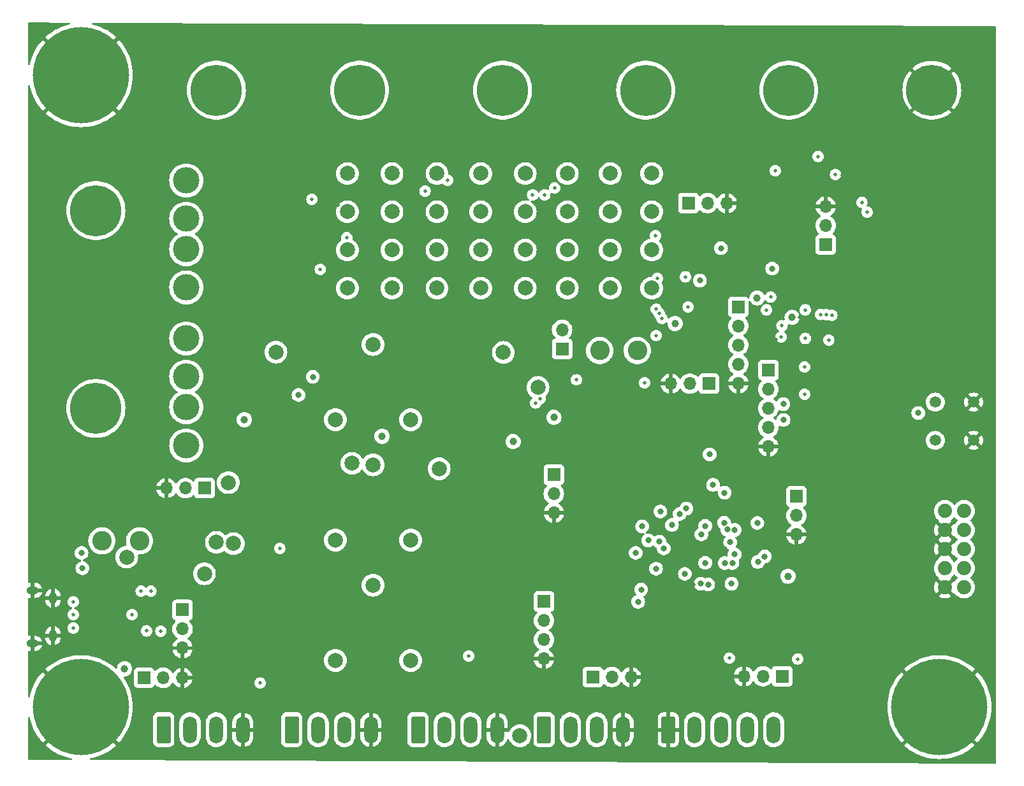
<source format=gbr>
%TF.GenerationSoftware,KiCad,Pcbnew,7.0.9-7.0.9~ubuntu22.04.1*%
%TF.CreationDate,2023-11-29T19:20:39+01:00*%
%TF.ProjectId,battery-management-system,62617474-6572-4792-9d6d-616e6167656d,rev?*%
%TF.SameCoordinates,Original*%
%TF.FileFunction,Copper,L3,Inr*%
%TF.FilePolarity,Positive*%
%FSLAX46Y46*%
G04 Gerber Fmt 4.6, Leading zero omitted, Abs format (unit mm)*
G04 Created by KiCad (PCBNEW 7.0.9-7.0.9~ubuntu22.04.1) date 2023-11-29 19:20:39*
%MOMM*%
%LPD*%
G01*
G04 APERTURE LIST*
G04 Aperture macros list*
%AMRoundRect*
0 Rectangle with rounded corners*
0 $1 Rounding radius*
0 $2 $3 $4 $5 $6 $7 $8 $9 X,Y pos of 4 corners*
0 Add a 4 corners polygon primitive as box body*
4,1,4,$2,$3,$4,$5,$6,$7,$8,$9,$2,$3,0*
0 Add four circle primitives for the rounded corners*
1,1,$1+$1,$2,$3*
1,1,$1+$1,$4,$5*
1,1,$1+$1,$6,$7*
1,1,$1+$1,$8,$9*
0 Add four rect primitives between the rounded corners*
20,1,$1+$1,$2,$3,$4,$5,0*
20,1,$1+$1,$4,$5,$6,$7,0*
20,1,$1+$1,$6,$7,$8,$9,0*
20,1,$1+$1,$8,$9,$2,$3,0*%
G04 Aperture macros list end*
%TA.AperFunction,ComponentPad*%
%ADD10C,3.500000*%
%TD*%
%TA.AperFunction,ComponentPad*%
%ADD11C,2.000000*%
%TD*%
%TA.AperFunction,ComponentPad*%
%ADD12RoundRect,0.250000X-0.650000X-1.550000X0.650000X-1.550000X0.650000X1.550000X-0.650000X1.550000X0*%
%TD*%
%TA.AperFunction,ComponentPad*%
%ADD13O,1.800000X3.600000*%
%TD*%
%TA.AperFunction,ComponentPad*%
%ADD14C,6.800000*%
%TD*%
%TA.AperFunction,ComponentPad*%
%ADD15R,1.700000X1.700000*%
%TD*%
%TA.AperFunction,ComponentPad*%
%ADD16O,1.700000X1.700000*%
%TD*%
%TA.AperFunction,ComponentPad*%
%ADD17C,1.500000*%
%TD*%
%TA.AperFunction,ComponentPad*%
%ADD18C,2.600000*%
%TD*%
%TA.AperFunction,ComponentPad*%
%ADD19C,12.800000*%
%TD*%
%TA.AperFunction,ComponentPad*%
%ADD20C,1.879600*%
%TD*%
%TA.AperFunction,ComponentPad*%
%ADD21O,1.000000X1.600000*%
%TD*%
%TA.AperFunction,ComponentPad*%
%ADD22O,1.600000X1.000000*%
%TD*%
%TA.AperFunction,ViaPad*%
%ADD23C,0.800000*%
%TD*%
%TA.AperFunction,ViaPad*%
%ADD24C,0.500000*%
%TD*%
%TA.AperFunction,ViaPad*%
%ADD25C,1.000000*%
%TD*%
%TA.AperFunction,ViaPad*%
%ADD26C,2.000000*%
%TD*%
G04 APERTURE END LIST*
D10*
%TO.N,Net-(J6-Pin_1)*%
%TO.C,F1*%
X42000000Y-42000000D03*
X42000000Y-47080000D03*
%TO.N,Net-(D13-K)*%
X42000000Y-51140000D03*
X42000000Y-56220000D03*
%TD*%
D11*
%TO.N,/Battery Pack/CELL3_MINUS*%
%TO.C,SW6*%
X87000000Y-41080000D03*
%TO.N,/5V*%
X87000000Y-46160000D03*
%TO.N,/Cell Balancing/CELL3*%
X87000000Y-51240000D03*
%TO.N,Net-(Q11-S)*%
X87000000Y-56320000D03*
%TD*%
D12*
%TO.N,GND*%
%TO.C,J9*%
X106000000Y-115000000D03*
D13*
%TO.N,/5V*%
X109500000Y-115000000D03*
%TO.N,/5V_EXT*%
X113000000Y-115000000D03*
%TO.N,/Interconnect/UART_RX*%
X116500000Y-115000000D03*
%TO.N,/Interconnect/UART_TX*%
X120000000Y-115000000D03*
%TD*%
D12*
%TO.N,/3V3*%
%TO.C,J18*%
X89500000Y-115000000D03*
D13*
%TO.N,/MCU/SCL*%
X93000000Y-115000000D03*
%TO.N,/MCU/SDA*%
X96500000Y-115000000D03*
%TO.N,GND*%
X100000000Y-115000000D03*
%TD*%
D12*
%TO.N,/3V3*%
%TO.C,J15*%
X39000000Y-115000000D03*
D13*
%TO.N,/MCU/SCL*%
X42500000Y-115000000D03*
%TO.N,/MCU/SDA*%
X46000000Y-115000000D03*
%TO.N,GND*%
X49500000Y-115000000D03*
%TD*%
D14*
%TO.N,/Battery Pack/CELL1_MINUS*%
%TO.C,J5*%
X122000000Y-30000000D03*
%TD*%
D15*
%TO.N,/CHARGE*%
%TO.C,J19*%
X111400000Y-69000000D03*
D16*
%TO.N,/DISCHARGE*%
X108860000Y-69000000D03*
%TO.N,GND*%
X106320000Y-69000000D03*
%TD*%
D11*
%TO.N,/Battery Pack/CELL2_MINUS*%
%TO.C,SW3*%
X98300000Y-41080000D03*
%TO.N,/5V*%
X98300000Y-46160000D03*
%TO.N,/Cell Balancing/CELL2*%
X98300000Y-51240000D03*
%TO.N,Net-(Q11-S)*%
X98300000Y-56320000D03*
%TD*%
D10*
%TO.N,Net-(J10-Pin_1)*%
%TO.C,F2*%
X42000000Y-63000000D03*
X42000000Y-68080000D03*
%TO.N,Net-(D14-K)*%
X42000000Y-72140000D03*
X42000000Y-77220000D03*
%TD*%
D17*
%TO.N,GND*%
%TO.C,RESET1*%
X146540000Y-76540000D03*
X146540000Y-71460000D03*
%TO.N,/MCU/NRST*%
X141460000Y-76540000D03*
X141460000Y-71460000D03*
%TD*%
D11*
%TO.N,/BALANCE_CAP_MINUS_RAW*%
%TO.C,C32*%
X66800000Y-95800000D03*
%TO.N,/BALANCE_CAP_PLUS_RAW*%
X61800000Y-105800000D03*
X71800000Y-105800000D03*
%TD*%
D14*
%TO.N,/Battery Pack/PACK*%
%TO.C,J1*%
X46000000Y-30000000D03*
%TD*%
%TO.N,Net-(J10-Pin_1)*%
%TO.C,J10*%
X30000000Y-72300000D03*
%TD*%
D18*
%TO.N,Net-(J24-Pin_1)*%
%TO.C,L1*%
X35800000Y-89900000D03*
%TO.N,Net-(U1-SW)*%
X30800000Y-89900000D03*
%TD*%
D11*
%TO.N,/BALANCE_CAP_MINUS_RAW*%
%TO.C,C30*%
X66800000Y-63800000D03*
%TO.N,/BALANCE_CAP_PLUS_RAW*%
X61800000Y-73800000D03*
X71800000Y-73800000D03*
%TD*%
%TO.N,/Battery Pack/CELL1_MINUS*%
%TO.C,SW1*%
X103800000Y-41080000D03*
%TO.N,/5V*%
X103800000Y-46160000D03*
%TO.N,/Cell Balancing/CELL1*%
X103800000Y-51240000D03*
%TO.N,Net-(Q11-S)*%
X103800000Y-56320000D03*
%TD*%
D15*
%TO.N,/EN_CELL_BALANCING*%
%TO.C,J22*%
X119300000Y-67200000D03*
D16*
%TO.N,/CELL_BALANCING_A0*%
X119300000Y-69740000D03*
%TO.N,/CELL_BALANCING_A1*%
X119300000Y-72280000D03*
%TO.N,/LIMIT_BALANCING_CURRENT*%
X119300000Y-74820000D03*
%TO.N,GND*%
X119300000Y-77360000D03*
%TD*%
D15*
%TO.N,/MCU/SCL*%
%TO.C,J11*%
X95975000Y-108000000D03*
D16*
%TO.N,/MCU/SDA*%
X98515000Y-108000000D03*
%TO.N,GND*%
X101055000Y-108000000D03*
%TD*%
D15*
%TO.N,/3V3*%
%TO.C,J12*%
X123000000Y-84000000D03*
D16*
%TO.N,Net-(J12-Pin_2)*%
X123000000Y-86540000D03*
%TO.N,GND*%
X123000000Y-89080000D03*
%TD*%
D12*
%TO.N,/3V3*%
%TO.C,J17*%
X72767500Y-115000000D03*
D13*
%TO.N,/MCU/SCL*%
X76267500Y-115000000D03*
%TO.N,/MCU/SDA*%
X79767500Y-115000000D03*
%TO.N,GND*%
X83267500Y-115000000D03*
%TD*%
D11*
%TO.N,/BALANCE_CAP_MINUS_RAW*%
%TO.C,C31*%
X66800000Y-79800000D03*
%TO.N,/BALANCE_CAP_PLUS_RAW*%
X61800000Y-89800000D03*
X71800000Y-89800000D03*
%TD*%
D15*
%TO.N,Net-(J23-Pin_1)*%
%TO.C,J23*%
X91900000Y-64375000D03*
D16*
%TO.N,/BALANCE_CAP_MINUS_RAW*%
X91900000Y-61835000D03*
%TD*%
D12*
%TO.N,/3V3*%
%TO.C,J16*%
X56000000Y-115000000D03*
D13*
%TO.N,/MCU/SCL*%
X59500000Y-115000000D03*
%TO.N,/MCU/SDA*%
X63000000Y-115000000D03*
%TO.N,GND*%
X66500000Y-115000000D03*
%TD*%
D15*
%TO.N,/MCU/UART_USB_TX*%
%TO.C,J21*%
X36400000Y-108100000D03*
D16*
%TO.N,/MCU/UART_USB_RX*%
X38940000Y-108100000D03*
%TO.N,GND*%
X41480000Y-108100000D03*
%TD*%
D15*
%TO.N,Net-(J14-Pin_1)*%
%TO.C,J14*%
X44425000Y-82900000D03*
D16*
%TO.N,/-5V*%
X41885000Y-82900000D03*
%TO.N,GND*%
X39345000Y-82900000D03*
%TD*%
D14*
%TO.N,Net-(J6-Pin_1)*%
%TO.C,J6*%
X30000000Y-46000000D03*
%TD*%
D15*
%TO.N,Net-(J24-Pin_1)*%
%TO.C,J24*%
X41500000Y-99075000D03*
D16*
%TO.N,/3V3*%
X41500000Y-101615000D03*
%TO.N,GND*%
X41500000Y-104155000D03*
%TD*%
D14*
%TO.N,/Battery Pack/CELL3_MINUS*%
%TO.C,J3*%
X84000000Y-30000000D03*
%TD*%
D15*
%TO.N,/Interconnect/UART_TX*%
%TO.C,J20*%
X121125000Y-107900000D03*
D16*
%TO.N,/Interconnect/UART_RX*%
X118585000Y-107900000D03*
%TO.N,GND*%
X116045000Y-107900000D03*
%TD*%
D19*
%TO.N,GND*%
%TO.C,H2*%
X28000000Y-112000000D03*
%TD*%
%TO.N,GND*%
%TO.C,H3*%
X142000000Y-112000000D03*
%TD*%
D11*
%TO.N,/Battery Pack/CELL2_MINUS*%
%TO.C,SW2*%
X92600000Y-41080000D03*
%TO.N,/5V*%
X92600000Y-46160000D03*
%TO.N,/Cell Balancing/CELL1*%
X92600000Y-51240000D03*
%TO.N,/BALANCE_CAP_PLUS_RAW*%
X92600000Y-56320000D03*
%TD*%
D20*
%TO.N,GND*%
%TO.C,U5*%
X142730000Y-88460000D03*
X142730000Y-91000000D03*
X142730000Y-96080000D03*
%TO.N,/MCU/NRST*%
X145270000Y-96080000D03*
%TO.N,unconnected-(U5-PadRXI)*%
X142730000Y-93540000D03*
%TO.N,/MCU/SWCLK*%
X145270000Y-88460000D03*
%TO.N,/MCU/SWDIO*%
X145270000Y-85920000D03*
%TO.N,unconnected-(U5-PadSWO)*%
X145270000Y-91000000D03*
%TO.N,unconnected-(U5-PadTXO)*%
X145270000Y-93540000D03*
%TO.N,/3V3*%
X142730000Y-85920000D03*
%TD*%
D14*
%TO.N,/Battery Pack/CELL4_MINUS*%
%TO.C,J2*%
X65000000Y-30000000D03*
%TD*%
D18*
%TO.N,Net-(J25-Pin_1)*%
%TO.C,L2*%
X101900000Y-64600000D03*
%TO.N,Net-(U2-SW)*%
X96900000Y-64600000D03*
%TD*%
D15*
%TO.N,/MCU/LED1*%
%TO.C,J13*%
X89500000Y-97960000D03*
D16*
%TO.N,/MCU/LED2*%
X89500000Y-100500000D03*
%TO.N,/MCU/LED3*%
X89500000Y-103040000D03*
%TO.N,GND*%
X89500000Y-105580000D03*
%TD*%
D15*
%TO.N,Net-(D25-K)*%
%TO.C,J26*%
X108675000Y-45000000D03*
D16*
%TO.N,/18V*%
X111215000Y-45000000D03*
%TO.N,GND*%
X113755000Y-45000000D03*
%TD*%
D21*
%TO.N,GND*%
%TO.C,J7*%
X24300000Y-97500000D03*
X24300000Y-102500000D03*
D22*
X21600000Y-96475000D03*
X21600000Y-103525000D03*
%TD*%
D14*
%TO.N,GND*%
%TO.C,J8*%
X141000000Y-30000000D03*
%TD*%
D15*
%TO.N,/Cell Balancing/CELL1*%
%TO.C,J27*%
X115300000Y-58800000D03*
D16*
%TO.N,/Cell Balancing/CELL2*%
X115300000Y-61340000D03*
%TO.N,/Cell Balancing/CELL3*%
X115300000Y-63880000D03*
%TO.N,/Cell Balancing/CELL4*%
X115300000Y-66420000D03*
%TO.N,GND*%
X115300000Y-68960000D03*
%TD*%
D11*
%TO.N,/Battery Pack/PACK*%
%TO.C,SW7*%
X63400000Y-41080000D03*
%TO.N,/5V*%
X63400000Y-46160000D03*
%TO.N,/Cell Balancing/CELL4*%
X63400000Y-51240000D03*
%TO.N,/BALANCE_CAP_PLUS_RAW*%
X63400000Y-56320000D03*
%TD*%
%TO.N,/Battery Pack/CELL4_MINUS*%
%TO.C,SW8*%
X75300000Y-41080000D03*
%TO.N,/5V*%
X75300000Y-46160000D03*
%TO.N,/Cell Balancing/CELL4*%
X75300000Y-51240000D03*
%TO.N,Net-(Q11-S)*%
X75300000Y-56320000D03*
%TD*%
D14*
%TO.N,/Battery Pack/CELL2_MINUS*%
%TO.C,J4*%
X103000000Y-30000000D03*
%TD*%
D19*
%TO.N,GND*%
%TO.C,H1*%
X28000000Y-28000000D03*
%TD*%
D15*
%TO.N,/Power Supply/9V4*%
%TO.C,J28*%
X126900000Y-50525000D03*
D16*
%TO.N,Net-(D24-A)*%
X126900000Y-47985000D03*
%TO.N,GND*%
X126900000Y-45445000D03*
%TD*%
D11*
%TO.N,/Battery Pack/CELL4_MINUS*%
%TO.C,SW5*%
X69300000Y-41080000D03*
%TO.N,/5V*%
X69300000Y-46160000D03*
%TO.N,/Cell Balancing/CELL3*%
X69300000Y-51240000D03*
%TO.N,/BALANCE_CAP_PLUS_RAW*%
X69300000Y-56320000D03*
%TD*%
%TO.N,/Battery Pack/CELL3_MINUS*%
%TO.C,SW4*%
X81100000Y-41080000D03*
%TO.N,/5V*%
X81100000Y-46160000D03*
%TO.N,/Cell Balancing/CELL2*%
X81100000Y-51240000D03*
%TO.N,/BALANCE_CAP_PLUS_RAW*%
X81100000Y-56320000D03*
%TD*%
D15*
%TO.N,Net-(J25-Pin_1)*%
%TO.C,J25*%
X90800000Y-81100000D03*
D16*
%TO.N,Net-(D20-A)*%
X90800000Y-83640000D03*
%TO.N,GND*%
X90800000Y-86180000D03*
%TD*%
D23*
%TO.N,/-5V*%
X58800000Y-68100000D03*
D24*
X120200000Y-40700000D03*
X88000000Y-43900000D03*
X73700000Y-43400000D03*
X128212483Y-41187517D03*
D25*
X49700000Y-73800000D03*
D26*
%TO.N,GND*%
X23400000Y-63900000D03*
D23*
X129239831Y-41301484D03*
D25*
X56300000Y-76900000D03*
X88537715Y-77662285D03*
D24*
X123500000Y-67700000D03*
D23*
X87200000Y-38800000D03*
X114264751Y-84638705D03*
X109200000Y-95700000D03*
D24*
X68900000Y-54000000D03*
X120300000Y-63100000D03*
X31000000Y-98000000D03*
X36700000Y-97700000D03*
D26*
X96100000Y-61500000D03*
D25*
X109500000Y-53600000D03*
D23*
X108100000Y-36700000D03*
X63405799Y-59406299D03*
D26*
X40340820Y-94769001D03*
D25*
X133131250Y-84931250D03*
D24*
X125400000Y-40600000D03*
D25*
X125600000Y-94700000D03*
D23*
X117900000Y-54525500D03*
D24*
X112675500Y-42149500D03*
D25*
X76500000Y-73400000D03*
D23*
X58600000Y-61500000D03*
D24*
X131100000Y-59600000D03*
D23*
X113315825Y-80528022D03*
D26*
X78873498Y-62035134D03*
D24*
X36000000Y-99700000D03*
X123500000Y-63900000D03*
D25*
X53200000Y-75600000D03*
D26*
X23600000Y-80000000D03*
D23*
X109042185Y-87772866D03*
D24*
X123400000Y-60200000D03*
X123500000Y-71400000D03*
X128600000Y-63100000D03*
X62100000Y-45300000D03*
X75595000Y-107000000D03*
D25*
X94700000Y-77100000D03*
D26*
X40431250Y-89568750D03*
D24*
X54695000Y-105242500D03*
X98903721Y-101596279D03*
X116200000Y-39100000D03*
X31100000Y-99900000D03*
D26*
X104483099Y-65560855D03*
D24*
X49500000Y-38800000D03*
D23*
X113480106Y-90986171D03*
D26*
X46156547Y-99374500D03*
D24*
X54600000Y-88300000D03*
X68400000Y-38800000D03*
D26*
%TO.N,Net-(U1-SW)*%
X46000000Y-90100000D03*
X34080141Y-92053512D03*
D23*
%TO.N,/5V_USB*%
X28087701Y-91512299D03*
X28200000Y-93524500D03*
D26*
X63999500Y-79600000D03*
D24*
X36000000Y-96600000D03*
D23*
%TO.N,/3V3*%
X111500000Y-78400000D03*
X139200000Y-72900000D03*
D24*
X123200000Y-105600000D03*
X51800000Y-108800000D03*
X131700000Y-44900000D03*
X114100000Y-105500000D03*
D25*
X33800000Y-106900000D03*
D24*
X132400000Y-46200000D03*
X127300000Y-63200000D03*
X54400000Y-90900000D03*
D25*
X121900000Y-94600000D03*
D24*
X119600000Y-57500000D03*
X79500000Y-105200000D03*
%TO.N,Net-(J7-VCC)*%
X27000000Y-98000000D03*
D26*
%TO.N,Net-(D3-K)*%
X44399499Y-94272011D03*
X48250564Y-90267107D03*
X86300000Y-115800500D03*
D24*
%TO.N,Net-(D6-K)*%
X37300000Y-96600000D03*
%TO.N,Net-(D7-K)*%
X34800000Y-99700000D03*
%TO.N,/PACK_EXT*%
X63300000Y-49600000D03*
D26*
X53900000Y-64800000D03*
X47577263Y-82150498D03*
D24*
X59800000Y-53800000D03*
%TO.N,Net-(J7-D-)*%
X27000000Y-99700000D03*
%TO.N,Net-(J7-D+)*%
X27000000Y-101500000D03*
%TO.N,/MCU/UART_USB_RX*%
X38622500Y-101900000D03*
D23*
X104825049Y-89999549D03*
D24*
%TO.N,/MCU/UART_USB_TX*%
X36717500Y-101870000D03*
D23*
X105400000Y-90900000D03*
%TO.N,/Interconnect/UART_RX*%
X110300000Y-95600000D03*
%TO.N,Net-(J12-Pin_2)*%
X108200000Y-94300000D03*
X107500000Y-86323366D03*
X117822631Y-87522631D03*
D25*
%TO.N,Net-(U2-FB{slash}VOUT)*%
X90815676Y-73478329D03*
X85400000Y-76700000D03*
D23*
%TO.N,/MCU/SCL*%
X110904636Y-87904636D03*
%TO.N,/MCU/SDA*%
X111943750Y-82456250D03*
X110392676Y-89052992D03*
X113474500Y-83500000D03*
%TO.N,/MCU/SWDIO*%
X101673805Y-91500155D03*
X102541495Y-87979571D03*
X106488893Y-87789600D03*
X102000000Y-98000000D03*
%TO.N,/MCU/SWCLK*%
X102397945Y-96375346D03*
X104950500Y-86000000D03*
X108400000Y-85598866D03*
X103337299Y-89837299D03*
%TO.N,/Interconnect/UART_TX*%
X111300000Y-95700000D03*
D24*
%TO.N,/5V*%
X90900000Y-43000000D03*
D25*
X106910000Y-61010000D03*
X122450000Y-60199500D03*
D23*
X56900000Y-70512500D03*
D26*
X75578769Y-80321231D03*
D24*
X125900000Y-38800000D03*
D25*
X67988730Y-76000000D03*
D24*
%TO.N,/Cell Balancing/CELL1*%
X124200000Y-59200000D03*
X119026623Y-59199750D03*
X104313150Y-49325500D03*
%TO.N,/Cell Balancing/CELL2*%
X105175500Y-60322706D03*
X121100000Y-61300000D03*
X124200000Y-63000000D03*
%TO.N,/Cell Balancing/CELL3*%
X104800000Y-59700000D03*
X124100000Y-66800000D03*
D23*
%TO.N,/Cell Measurement/CELL3*%
X117900000Y-92700000D03*
D24*
X76700000Y-41950500D03*
%TO.N,/Cell Measurement/CELL4*%
X108647352Y-58799500D03*
D23*
X114515281Y-92851880D03*
D24*
%TO.N,/Cell Measurement/CELL1*%
X108287940Y-54799303D03*
D23*
X114800000Y-91700000D03*
%TO.N,/Cell Measurement/CELL2*%
X118800000Y-91974500D03*
D24*
X89600000Y-43919177D03*
%TO.N,/Cell Balancing/CELL4*%
X124100000Y-70400000D03*
X104400000Y-59100000D03*
X104550500Y-55000000D03*
%TO.N,/Cell Measurement/BALANCE_CAP_PLUS*%
X88374346Y-71574500D03*
D23*
X114400000Y-95600000D03*
%TO.N,/Cell Measurement/BALANCE_CAP_MINUS*%
X113496164Y-92847317D03*
D24*
X89000000Y-71000000D03*
%TO.N,/CHARGE*%
X58693677Y-44493677D03*
D23*
X113838763Y-88401826D03*
D24*
%TO.N,/DISCHARGE*%
X104400000Y-62600000D03*
D23*
X113421256Y-87493700D03*
D24*
%TO.N,/EN_CELL_BALANCING*%
X126200000Y-59800000D03*
D23*
%TO.N,/CELL_BALANCING_A0*%
X121300000Y-73824500D03*
D24*
X126956233Y-59856233D03*
D23*
X121280000Y-71720000D03*
X114220664Y-90100000D03*
D24*
%TO.N,/CELL_BALANCING_A1*%
X127712082Y-59910306D03*
D23*
X114837113Y-88449809D03*
D24*
%TO.N,/LIMIT_BALANCING_CURRENT*%
X121000000Y-62800000D03*
D23*
%TO.N,/Battery Pack/CHARGE_AVAILABLE*%
X110900032Y-92829328D03*
X104375195Y-93600000D03*
D24*
%TO.N,Net-(Q11-G)*%
X93800000Y-68500000D03*
X102849500Y-68900000D03*
D26*
%TO.N,Net-(Q11-S)*%
X88700000Y-69500000D03*
X84100000Y-64850500D03*
D23*
%TO.N,/Power Supply/9V4*%
X119800000Y-53700000D03*
X110200000Y-55300000D03*
%TO.N,/18V*%
X113000000Y-51000000D03*
D25*
X117800000Y-57600000D03*
%TD*%
%TA.AperFunction,Conductor*%
%TO.N,GND*%
G36*
X144081904Y-94377697D02*
G01*
X144103805Y-94402971D01*
X144123171Y-94432613D01*
X144285731Y-94609201D01*
X144285734Y-94609203D01*
X144285737Y-94609206D01*
X144417995Y-94712147D01*
X144458808Y-94768857D01*
X144462483Y-94838630D01*
X144427851Y-94899313D01*
X144417995Y-94907853D01*
X144285737Y-95010793D01*
X144285734Y-95010796D01*
X144123168Y-95187390D01*
X144123166Y-95187392D01*
X144098730Y-95224794D01*
X144045583Y-95270150D01*
X143976352Y-95279572D01*
X143923673Y-95255033D01*
X143909941Y-95253609D01*
X143219521Y-95944029D01*
X143196845Y-95866799D01*
X143117869Y-95743910D01*
X143007470Y-95648248D01*
X142874592Y-95587565D01*
X142869600Y-95586847D01*
X143557159Y-94899288D01*
X143556414Y-94887297D01*
X143534271Y-94856527D01*
X143530598Y-94786754D01*
X143565230Y-94726071D01*
X143575085Y-94717533D01*
X143660017Y-94651426D01*
X143714269Y-94609201D01*
X143876829Y-94432613D01*
X143896193Y-94402974D01*
X143949337Y-94357619D01*
X144018568Y-94348195D01*
X144081904Y-94377697D01*
G37*
%TD.AperFunction*%
%TA.AperFunction,Conductor*%
G36*
X143909941Y-91826389D02*
G01*
X143926945Y-91824625D01*
X143944260Y-91809849D01*
X144013491Y-91800425D01*
X144076827Y-91829926D01*
X144098730Y-91855204D01*
X144123171Y-91892613D01*
X144285731Y-92069201D01*
X144285734Y-92069203D01*
X144285737Y-92069206D01*
X144417995Y-92172147D01*
X144458808Y-92228857D01*
X144462483Y-92298630D01*
X144427851Y-92359313D01*
X144417995Y-92367853D01*
X144285737Y-92470793D01*
X144285734Y-92470796D01*
X144123172Y-92647385D01*
X144123169Y-92647389D01*
X144103808Y-92677024D01*
X144050661Y-92722381D01*
X143981430Y-92731804D01*
X143918094Y-92702301D01*
X143896192Y-92677024D01*
X143886342Y-92661948D01*
X143876829Y-92647387D01*
X143714269Y-92470799D01*
X143575081Y-92362465D01*
X143534270Y-92305756D01*
X143530595Y-92235983D01*
X143556550Y-92190501D01*
X143557158Y-92180711D01*
X142869599Y-91493152D01*
X142874592Y-91492435D01*
X143007470Y-91431752D01*
X143117869Y-91336090D01*
X143196845Y-91213201D01*
X143219521Y-91135969D01*
X143909941Y-91826389D01*
G37*
%TD.AperFunction*%
%TA.AperFunction,Conductor*%
G36*
X143909941Y-89286389D02*
G01*
X143926945Y-89284625D01*
X143944260Y-89269849D01*
X144013491Y-89260425D01*
X144076827Y-89289926D01*
X144098730Y-89315204D01*
X144123171Y-89352613D01*
X144285731Y-89529201D01*
X144285734Y-89529203D01*
X144285737Y-89529206D01*
X144417995Y-89632147D01*
X144458808Y-89688857D01*
X144462483Y-89758630D01*
X144427851Y-89819313D01*
X144417995Y-89827853D01*
X144285737Y-89930793D01*
X144285734Y-89930796D01*
X144123168Y-90107390D01*
X144123166Y-90107392D01*
X144098730Y-90144794D01*
X144045583Y-90190150D01*
X143976352Y-90199572D01*
X143923673Y-90175033D01*
X143909941Y-90173609D01*
X143219521Y-90864029D01*
X143196845Y-90786799D01*
X143117869Y-90663910D01*
X143007470Y-90568248D01*
X142874592Y-90507565D01*
X142869600Y-90506847D01*
X143557159Y-89819288D01*
X143556702Y-89811926D01*
X143527350Y-89771140D01*
X143523677Y-89701367D01*
X143557020Y-89642942D01*
X143557158Y-89640711D01*
X142869599Y-88953152D01*
X142874592Y-88952435D01*
X143007470Y-88891752D01*
X143117869Y-88796090D01*
X143196845Y-88673201D01*
X143219521Y-88595969D01*
X143909941Y-89286389D01*
G37*
%TD.AperFunction*%
%TA.AperFunction,Conductor*%
G36*
X144081904Y-86757697D02*
G01*
X144103805Y-86782971D01*
X144123171Y-86812613D01*
X144285731Y-86989201D01*
X144285734Y-86989203D01*
X144285737Y-86989206D01*
X144417995Y-87092147D01*
X144458808Y-87148857D01*
X144462483Y-87218630D01*
X144427851Y-87279313D01*
X144417995Y-87287853D01*
X144285737Y-87390793D01*
X144285734Y-87390796D01*
X144285731Y-87390798D01*
X144285731Y-87390799D01*
X144260645Y-87418050D01*
X144123168Y-87567390D01*
X144123166Y-87567392D01*
X144098730Y-87604794D01*
X144045583Y-87650150D01*
X143976352Y-87659572D01*
X143923673Y-87635033D01*
X143909941Y-87633609D01*
X143219521Y-88324029D01*
X143196845Y-88246799D01*
X143117869Y-88123910D01*
X143007470Y-88028248D01*
X142874592Y-87967565D01*
X142869600Y-87966847D01*
X143557159Y-87279288D01*
X143556414Y-87267297D01*
X143534271Y-87236527D01*
X143530598Y-87166754D01*
X143565230Y-87106071D01*
X143575085Y-87097533D01*
X143660017Y-87031426D01*
X143714269Y-86989201D01*
X143876829Y-86812613D01*
X143896193Y-86782974D01*
X143949337Y-86737619D01*
X144018568Y-86728195D01*
X144081904Y-86757697D01*
G37*
%TD.AperFunction*%
%TA.AperFunction,Conductor*%
G36*
X149376483Y-21499519D02*
G01*
X149443445Y-21519464D01*
X149488994Y-21572446D01*
X149500000Y-21623518D01*
X149500000Y-119375516D01*
X149480315Y-119442555D01*
X149427511Y-119488310D01*
X149375518Y-119499515D01*
X29270301Y-119032180D01*
X29203338Y-119012235D01*
X29157789Y-118959253D01*
X29148115Y-118890057D01*
X29177387Y-118826614D01*
X29236311Y-118789069D01*
X29247730Y-118786343D01*
X29536471Y-118731711D01*
X30035223Y-118598070D01*
X30522609Y-118427527D01*
X30995898Y-118221033D01*
X31452411Y-117979759D01*
X31452410Y-117979760D01*
X31889626Y-117705039D01*
X32305087Y-117398415D01*
X32696481Y-117061593D01*
X32696481Y-117061594D01*
X32702260Y-117055813D01*
X30079602Y-114433155D01*
X30266307Y-114266307D01*
X30433155Y-114079602D01*
X33055813Y-116702260D01*
X33061594Y-116696481D01*
X33061593Y-116696481D01*
X33144160Y-116600537D01*
X37591500Y-116600537D01*
X37591501Y-116600553D01*
X37602113Y-116704427D01*
X37629822Y-116788047D01*
X37657885Y-116872738D01*
X37750970Y-117023652D01*
X37876348Y-117149030D01*
X38027262Y-117242115D01*
X38195574Y-117297887D01*
X38299455Y-117308500D01*
X39700544Y-117308499D01*
X39804426Y-117297887D01*
X39972738Y-117242115D01*
X40123652Y-117149030D01*
X40249030Y-117023652D01*
X40342115Y-116872738D01*
X40397887Y-116704426D01*
X40408500Y-116600545D01*
X40408500Y-115959832D01*
X41091500Y-115959832D01*
X41106739Y-116138893D01*
X41167155Y-116370924D01*
X41167156Y-116370927D01*
X41265908Y-116589392D01*
X41265915Y-116589404D01*
X41400175Y-116788047D01*
X41400177Y-116788049D01*
X41566075Y-116961144D01*
X41566076Y-116961145D01*
X41758838Y-117103712D01*
X41758840Y-117103713D01*
X41758843Y-117103715D01*
X41972933Y-117211657D01*
X42202185Y-117281864D01*
X42440005Y-117312318D01*
X42679551Y-117302143D01*
X42913932Y-117251630D01*
X43136404Y-117162233D01*
X43340569Y-117036524D01*
X43520551Y-116878119D01*
X43671175Y-116691576D01*
X43788105Y-116482260D01*
X43867980Y-116256194D01*
X43881237Y-116178877D01*
X43908499Y-116019890D01*
X43908500Y-116019879D01*
X43908500Y-115959832D01*
X44591500Y-115959832D01*
X44606739Y-116138893D01*
X44667155Y-116370924D01*
X44667156Y-116370927D01*
X44765908Y-116589392D01*
X44765915Y-116589404D01*
X44900175Y-116788047D01*
X44900177Y-116788049D01*
X45066075Y-116961144D01*
X45066076Y-116961145D01*
X45258838Y-117103712D01*
X45258840Y-117103713D01*
X45258843Y-117103715D01*
X45472933Y-117211657D01*
X45702185Y-117281864D01*
X45940005Y-117312318D01*
X46179551Y-117302143D01*
X46413932Y-117251630D01*
X46636404Y-117162233D01*
X46840569Y-117036524D01*
X47020551Y-116878119D01*
X47171175Y-116691576D01*
X47288105Y-116482260D01*
X47367980Y-116256194D01*
X47381237Y-116178877D01*
X47408499Y-116019890D01*
X47408500Y-116019879D01*
X47408500Y-115959478D01*
X48100000Y-115959478D01*
X48115147Y-116137450D01*
X48115148Y-116137453D01*
X48175197Y-116368078D01*
X48273360Y-116585241D01*
X48273362Y-116585244D01*
X48406812Y-116782688D01*
X48406814Y-116782690D01*
X48571706Y-116954736D01*
X48763316Y-117096450D01*
X48976115Y-117203741D01*
X49203987Y-117273526D01*
X49203985Y-117273526D01*
X49250000Y-117279418D01*
X49250000Y-115545881D01*
X49343369Y-115584556D01*
X49460677Y-115600000D01*
X49539323Y-115600000D01*
X49656631Y-115584556D01*
X49750000Y-115545881D01*
X49750000Y-117278264D01*
X49911434Y-117243473D01*
X50132562Y-117154616D01*
X50335494Y-117029666D01*
X50514389Y-116872219D01*
X50514396Y-116872213D01*
X50664102Y-116686805D01*
X50664109Y-116686795D01*
X50712296Y-116600537D01*
X54591500Y-116600537D01*
X54591501Y-116600553D01*
X54602113Y-116704427D01*
X54629822Y-116788047D01*
X54657885Y-116872738D01*
X54750970Y-117023652D01*
X54876348Y-117149030D01*
X55027262Y-117242115D01*
X55195574Y-117297887D01*
X55299455Y-117308500D01*
X56700544Y-117308499D01*
X56804426Y-117297887D01*
X56972738Y-117242115D01*
X57123652Y-117149030D01*
X57249030Y-117023652D01*
X57342115Y-116872738D01*
X57397887Y-116704426D01*
X57408500Y-116600545D01*
X57408500Y-115959832D01*
X58091500Y-115959832D01*
X58106739Y-116138893D01*
X58167155Y-116370924D01*
X58167156Y-116370927D01*
X58265908Y-116589392D01*
X58265915Y-116589404D01*
X58400175Y-116788047D01*
X58400177Y-116788049D01*
X58566075Y-116961144D01*
X58566076Y-116961145D01*
X58758838Y-117103712D01*
X58758840Y-117103713D01*
X58758843Y-117103715D01*
X58972933Y-117211657D01*
X59202185Y-117281864D01*
X59440005Y-117312318D01*
X59679551Y-117302143D01*
X59913932Y-117251630D01*
X60136404Y-117162233D01*
X60340569Y-117036524D01*
X60520551Y-116878119D01*
X60671175Y-116691576D01*
X60788105Y-116482260D01*
X60867980Y-116256194D01*
X60881237Y-116178877D01*
X60908499Y-116019890D01*
X60908500Y-116019879D01*
X60908500Y-115959832D01*
X61591500Y-115959832D01*
X61606739Y-116138893D01*
X61667155Y-116370924D01*
X61667156Y-116370927D01*
X61765908Y-116589392D01*
X61765915Y-116589404D01*
X61900175Y-116788047D01*
X61900177Y-116788049D01*
X62066075Y-116961144D01*
X62066076Y-116961145D01*
X62258838Y-117103712D01*
X62258840Y-117103713D01*
X62258843Y-117103715D01*
X62472933Y-117211657D01*
X62702185Y-117281864D01*
X62940005Y-117312318D01*
X63179551Y-117302143D01*
X63413932Y-117251630D01*
X63636404Y-117162233D01*
X63840569Y-117036524D01*
X64020551Y-116878119D01*
X64171175Y-116691576D01*
X64288105Y-116482260D01*
X64367980Y-116256194D01*
X64381237Y-116178877D01*
X64408499Y-116019890D01*
X64408500Y-116019879D01*
X64408500Y-115959478D01*
X65100000Y-115959478D01*
X65115147Y-116137450D01*
X65115148Y-116137453D01*
X65175197Y-116368078D01*
X65273360Y-116585241D01*
X65273362Y-116585244D01*
X65406812Y-116782688D01*
X65406814Y-116782690D01*
X65571706Y-116954736D01*
X65763316Y-117096450D01*
X65976115Y-117203741D01*
X66203987Y-117273526D01*
X66203985Y-117273526D01*
X66250000Y-117279418D01*
X66250000Y-115545881D01*
X66343369Y-115584556D01*
X66460677Y-115600000D01*
X66539323Y-115600000D01*
X66656631Y-115584556D01*
X66750000Y-115545881D01*
X66750000Y-117278264D01*
X66911434Y-117243473D01*
X67132562Y-117154616D01*
X67335494Y-117029666D01*
X67514389Y-116872219D01*
X67514396Y-116872213D01*
X67664102Y-116686805D01*
X67664109Y-116686795D01*
X67712296Y-116600537D01*
X71359000Y-116600537D01*
X71359001Y-116600553D01*
X71369613Y-116704427D01*
X71397322Y-116788047D01*
X71425385Y-116872738D01*
X71518470Y-117023652D01*
X71643848Y-117149030D01*
X71794762Y-117242115D01*
X71963074Y-117297887D01*
X72066955Y-117308500D01*
X73468044Y-117308499D01*
X73571926Y-117297887D01*
X73740238Y-117242115D01*
X73891152Y-117149030D01*
X74016530Y-117023652D01*
X74109615Y-116872738D01*
X74165387Y-116704426D01*
X74176000Y-116600545D01*
X74176000Y-115959832D01*
X74859000Y-115959832D01*
X74874239Y-116138893D01*
X74934655Y-116370924D01*
X74934656Y-116370927D01*
X75033408Y-116589392D01*
X75033415Y-116589404D01*
X75167675Y-116788047D01*
X75167677Y-116788049D01*
X75333575Y-116961144D01*
X75333576Y-116961145D01*
X75526338Y-117103712D01*
X75526340Y-117103713D01*
X75526343Y-117103715D01*
X75740433Y-117211657D01*
X75969685Y-117281864D01*
X76207505Y-117312318D01*
X76447051Y-117302143D01*
X76681432Y-117251630D01*
X76903904Y-117162233D01*
X77108069Y-117036524D01*
X77288051Y-116878119D01*
X77438675Y-116691576D01*
X77555605Y-116482260D01*
X77635480Y-116256194D01*
X77648737Y-116178877D01*
X77675999Y-116019890D01*
X77676000Y-116019879D01*
X77676000Y-115959832D01*
X78359000Y-115959832D01*
X78374239Y-116138893D01*
X78434655Y-116370924D01*
X78434656Y-116370927D01*
X78533408Y-116589392D01*
X78533415Y-116589404D01*
X78667675Y-116788047D01*
X78667677Y-116788049D01*
X78833575Y-116961144D01*
X78833576Y-116961145D01*
X79026338Y-117103712D01*
X79026340Y-117103713D01*
X79026343Y-117103715D01*
X79240433Y-117211657D01*
X79469685Y-117281864D01*
X79707505Y-117312318D01*
X79947051Y-117302143D01*
X80181432Y-117251630D01*
X80403904Y-117162233D01*
X80608069Y-117036524D01*
X80788051Y-116878119D01*
X80938675Y-116691576D01*
X81055605Y-116482260D01*
X81135480Y-116256194D01*
X81148737Y-116178877D01*
X81175999Y-116019890D01*
X81176000Y-116019879D01*
X81176000Y-115959478D01*
X81867500Y-115959478D01*
X81882647Y-116137450D01*
X81882648Y-116137453D01*
X81942697Y-116368078D01*
X82040860Y-116585241D01*
X82040862Y-116585244D01*
X82174312Y-116782688D01*
X82174314Y-116782690D01*
X82339206Y-116954736D01*
X82530816Y-117096450D01*
X82743615Y-117203741D01*
X82971487Y-117273526D01*
X82971485Y-117273526D01*
X83017500Y-117279418D01*
X83017500Y-115545881D01*
X83110869Y-115584556D01*
X83228177Y-115600000D01*
X83306823Y-115600000D01*
X83424131Y-115584556D01*
X83517500Y-115545881D01*
X83517500Y-117278264D01*
X83678934Y-117243473D01*
X83900062Y-117154616D01*
X84102994Y-117029666D01*
X84281889Y-116872219D01*
X84281896Y-116872213D01*
X84431602Y-116686805D01*
X84431609Y-116686795D01*
X84547831Y-116478751D01*
X84624739Y-116261080D01*
X84665633Y-116204428D01*
X84730663Y-116178877D01*
X84799184Y-116192541D01*
X84849440Y-116241081D01*
X84859585Y-116264065D01*
X84860894Y-116268093D01*
X84951757Y-116487459D01*
X84951759Y-116487462D01*
X85075820Y-116689910D01*
X85075821Y-116689913D01*
X85128076Y-116751096D01*
X85230031Y-116870469D01*
X85328695Y-116954736D01*
X85410586Y-117024678D01*
X85410589Y-117024679D01*
X85613037Y-117148740D01*
X85613040Y-117148742D01*
X85832403Y-117239604D01*
X85832404Y-117239604D01*
X85832406Y-117239605D01*
X86063289Y-117295035D01*
X86300000Y-117313665D01*
X86536711Y-117295035D01*
X86767594Y-117239605D01*
X86767596Y-117239604D01*
X86767597Y-117239604D01*
X86986959Y-117148742D01*
X86986960Y-117148741D01*
X86986963Y-117148740D01*
X87189416Y-117024676D01*
X87369969Y-116870469D01*
X87524176Y-116689916D01*
X87578948Y-116600537D01*
X88091500Y-116600537D01*
X88091501Y-116600553D01*
X88102113Y-116704427D01*
X88129822Y-116788047D01*
X88157885Y-116872738D01*
X88250970Y-117023652D01*
X88376348Y-117149030D01*
X88527262Y-117242115D01*
X88695574Y-117297887D01*
X88799455Y-117308500D01*
X90200544Y-117308499D01*
X90304426Y-117297887D01*
X90472738Y-117242115D01*
X90623652Y-117149030D01*
X90749030Y-117023652D01*
X90842115Y-116872738D01*
X90897887Y-116704426D01*
X90908500Y-116600545D01*
X90908500Y-115959832D01*
X91591500Y-115959832D01*
X91606739Y-116138893D01*
X91667155Y-116370924D01*
X91667156Y-116370927D01*
X91765908Y-116589392D01*
X91765915Y-116589404D01*
X91900175Y-116788047D01*
X91900177Y-116788049D01*
X92066075Y-116961144D01*
X92066076Y-116961145D01*
X92258838Y-117103712D01*
X92258840Y-117103713D01*
X92258843Y-117103715D01*
X92472933Y-117211657D01*
X92702185Y-117281864D01*
X92940005Y-117312318D01*
X93179551Y-117302143D01*
X93413932Y-117251630D01*
X93636404Y-117162233D01*
X93840569Y-117036524D01*
X94020551Y-116878119D01*
X94171175Y-116691576D01*
X94288105Y-116482260D01*
X94367980Y-116256194D01*
X94381237Y-116178877D01*
X94408499Y-116019890D01*
X94408500Y-116019879D01*
X94408500Y-115959832D01*
X95091500Y-115959832D01*
X95106739Y-116138893D01*
X95167155Y-116370924D01*
X95167156Y-116370927D01*
X95265908Y-116589392D01*
X95265915Y-116589404D01*
X95400175Y-116788047D01*
X95400177Y-116788049D01*
X95566075Y-116961144D01*
X95566076Y-116961145D01*
X95758838Y-117103712D01*
X95758840Y-117103713D01*
X95758843Y-117103715D01*
X95972933Y-117211657D01*
X96202185Y-117281864D01*
X96440005Y-117312318D01*
X96679551Y-117302143D01*
X96913932Y-117251630D01*
X97136404Y-117162233D01*
X97340569Y-117036524D01*
X97520551Y-116878119D01*
X97671175Y-116691576D01*
X97788105Y-116482260D01*
X97867980Y-116256194D01*
X97881237Y-116178877D01*
X97908499Y-116019890D01*
X97908500Y-116019879D01*
X97908500Y-115959478D01*
X98600000Y-115959478D01*
X98615147Y-116137450D01*
X98615148Y-116137453D01*
X98675197Y-116368078D01*
X98773360Y-116585241D01*
X98773362Y-116585244D01*
X98906812Y-116782688D01*
X98906814Y-116782690D01*
X99071706Y-116954736D01*
X99263316Y-117096450D01*
X99476115Y-117203741D01*
X99703987Y-117273526D01*
X99703985Y-117273526D01*
X99750000Y-117279418D01*
X99750000Y-115545881D01*
X99843369Y-115584556D01*
X99960677Y-115600000D01*
X100039323Y-115600000D01*
X100156631Y-115584556D01*
X100250000Y-115545881D01*
X100250000Y-117278264D01*
X100411434Y-117243473D01*
X100632562Y-117154616D01*
X100835494Y-117029666D01*
X101014389Y-116872219D01*
X101014396Y-116872213D01*
X101164102Y-116686805D01*
X101164109Y-116686795D01*
X101280331Y-116478751D01*
X101359722Y-116254052D01*
X101359726Y-116254038D01*
X101399999Y-116019167D01*
X101400000Y-116019156D01*
X101400000Y-115250000D01*
X100545882Y-115250000D01*
X100584556Y-115156631D01*
X100605177Y-115000000D01*
X100584556Y-114843369D01*
X100545882Y-114750000D01*
X101400000Y-114750000D01*
X104600000Y-114750000D01*
X105454118Y-114750000D01*
X105415444Y-114843369D01*
X105394823Y-115000000D01*
X105415444Y-115156631D01*
X105454118Y-115250000D01*
X104600001Y-115250000D01*
X104600001Y-116599986D01*
X104610494Y-116702697D01*
X104665641Y-116869119D01*
X104665643Y-116869124D01*
X104757684Y-117018345D01*
X104881654Y-117142315D01*
X105030875Y-117234356D01*
X105030880Y-117234358D01*
X105197302Y-117289505D01*
X105197309Y-117289506D01*
X105300019Y-117299999D01*
X105749999Y-117299999D01*
X105750000Y-117299998D01*
X105750000Y-115545881D01*
X105843369Y-115584556D01*
X105960677Y-115600000D01*
X106039323Y-115600000D01*
X106156631Y-115584556D01*
X106250000Y-115545881D01*
X106250000Y-117299999D01*
X106699972Y-117299999D01*
X106699986Y-117299998D01*
X106802697Y-117289505D01*
X106969119Y-117234358D01*
X106969124Y-117234356D01*
X107118345Y-117142315D01*
X107242315Y-117018345D01*
X107334356Y-116869124D01*
X107334358Y-116869119D01*
X107389505Y-116702697D01*
X107389506Y-116702690D01*
X107399999Y-116599986D01*
X107400000Y-116599973D01*
X107400000Y-115959832D01*
X108091500Y-115959832D01*
X108106739Y-116138893D01*
X108167155Y-116370924D01*
X108167156Y-116370927D01*
X108265908Y-116589392D01*
X108265915Y-116589404D01*
X108400175Y-116788047D01*
X108400177Y-116788049D01*
X108566075Y-116961144D01*
X108566076Y-116961145D01*
X108758838Y-117103712D01*
X108758840Y-117103713D01*
X108758843Y-117103715D01*
X108972933Y-117211657D01*
X109202185Y-117281864D01*
X109440005Y-117312318D01*
X109679551Y-117302143D01*
X109913932Y-117251630D01*
X110136404Y-117162233D01*
X110340569Y-117036524D01*
X110520551Y-116878119D01*
X110671175Y-116691576D01*
X110788105Y-116482260D01*
X110867980Y-116256194D01*
X110881237Y-116178877D01*
X110908499Y-116019890D01*
X110908500Y-116019879D01*
X110908500Y-115959832D01*
X111591500Y-115959832D01*
X111606739Y-116138893D01*
X111667155Y-116370924D01*
X111667156Y-116370927D01*
X111765908Y-116589392D01*
X111765915Y-116589404D01*
X111900175Y-116788047D01*
X111900177Y-116788049D01*
X112066075Y-116961144D01*
X112066076Y-116961145D01*
X112258838Y-117103712D01*
X112258840Y-117103713D01*
X112258843Y-117103715D01*
X112472933Y-117211657D01*
X112702185Y-117281864D01*
X112940005Y-117312318D01*
X113179551Y-117302143D01*
X113413932Y-117251630D01*
X113636404Y-117162233D01*
X113840569Y-117036524D01*
X114020551Y-116878119D01*
X114171175Y-116691576D01*
X114288105Y-116482260D01*
X114367980Y-116256194D01*
X114381237Y-116178877D01*
X114408499Y-116019890D01*
X114408500Y-116019879D01*
X114408500Y-115959832D01*
X115091500Y-115959832D01*
X115106739Y-116138893D01*
X115167155Y-116370924D01*
X115167156Y-116370927D01*
X115265908Y-116589392D01*
X115265915Y-116589404D01*
X115400175Y-116788047D01*
X115400177Y-116788049D01*
X115566075Y-116961144D01*
X115566076Y-116961145D01*
X115758838Y-117103712D01*
X115758840Y-117103713D01*
X115758843Y-117103715D01*
X115972933Y-117211657D01*
X116202185Y-117281864D01*
X116440005Y-117312318D01*
X116679551Y-117302143D01*
X116913932Y-117251630D01*
X117136404Y-117162233D01*
X117340569Y-117036524D01*
X117520551Y-116878119D01*
X117671175Y-116691576D01*
X117788105Y-116482260D01*
X117867980Y-116256194D01*
X117881237Y-116178877D01*
X117908499Y-116019890D01*
X117908500Y-116019879D01*
X117908500Y-115959832D01*
X118591500Y-115959832D01*
X118606739Y-116138893D01*
X118667155Y-116370924D01*
X118667156Y-116370927D01*
X118765908Y-116589392D01*
X118765915Y-116589404D01*
X118900175Y-116788047D01*
X118900177Y-116788049D01*
X119066075Y-116961144D01*
X119066076Y-116961145D01*
X119258838Y-117103712D01*
X119258840Y-117103713D01*
X119258843Y-117103715D01*
X119472933Y-117211657D01*
X119702185Y-117281864D01*
X119940005Y-117312318D01*
X120179551Y-117302143D01*
X120413932Y-117251630D01*
X120636404Y-117162233D01*
X120840569Y-117036524D01*
X121020551Y-116878119D01*
X121171175Y-116691576D01*
X121288105Y-116482260D01*
X121367980Y-116256194D01*
X121381237Y-116178877D01*
X121408499Y-116019890D01*
X121408500Y-116019879D01*
X121408500Y-114040168D01*
X121393260Y-113861106D01*
X121332844Y-113629075D01*
X121332843Y-113629072D01*
X121234091Y-113410607D01*
X121234084Y-113410595D01*
X121099824Y-113211952D01*
X121099822Y-113211950D01*
X120933924Y-113038855D01*
X120933923Y-113038854D01*
X120741161Y-112896287D01*
X120733924Y-112892638D01*
X120527067Y-112788343D01*
X120297815Y-112718136D01*
X120297813Y-112718135D01*
X120297811Y-112718135D01*
X120059989Y-112687681D01*
X119820452Y-112697856D01*
X119820448Y-112697856D01*
X119586066Y-112748370D01*
X119586065Y-112748370D01*
X119363599Y-112837765D01*
X119159429Y-112963477D01*
X118979448Y-113121881D01*
X118979444Y-113121885D01*
X118828824Y-113308424D01*
X118711895Y-113517738D01*
X118632021Y-113743802D01*
X118632018Y-113743812D01*
X118591500Y-113980109D01*
X118591500Y-115959832D01*
X117908500Y-115959832D01*
X117908500Y-114040168D01*
X117893260Y-113861106D01*
X117832844Y-113629075D01*
X117832843Y-113629072D01*
X117734091Y-113410607D01*
X117734084Y-113410595D01*
X117599824Y-113211952D01*
X117599822Y-113211950D01*
X117433924Y-113038855D01*
X117433923Y-113038854D01*
X117241161Y-112896287D01*
X117233924Y-112892638D01*
X117027067Y-112788343D01*
X116797815Y-112718136D01*
X116797813Y-112718135D01*
X116797811Y-112718135D01*
X116559989Y-112687681D01*
X116320452Y-112697856D01*
X116320448Y-112697856D01*
X116086066Y-112748370D01*
X116086065Y-112748370D01*
X115863599Y-112837765D01*
X115659429Y-112963477D01*
X115479448Y-113121881D01*
X115479444Y-113121885D01*
X115328824Y-113308424D01*
X115211895Y-113517738D01*
X115132021Y-113743802D01*
X115132018Y-113743812D01*
X115091500Y-113980109D01*
X115091500Y-115959832D01*
X114408500Y-115959832D01*
X114408500Y-114040168D01*
X114393260Y-113861106D01*
X114332844Y-113629075D01*
X114332843Y-113629072D01*
X114234091Y-113410607D01*
X114234084Y-113410595D01*
X114099824Y-113211952D01*
X114099822Y-113211950D01*
X113933924Y-113038855D01*
X113933923Y-113038854D01*
X113741161Y-112896287D01*
X113733924Y-112892638D01*
X113527067Y-112788343D01*
X113297815Y-112718136D01*
X113297813Y-112718135D01*
X113297811Y-112718135D01*
X113059989Y-112687681D01*
X112820452Y-112697856D01*
X112820448Y-112697856D01*
X112586066Y-112748370D01*
X112586065Y-112748370D01*
X112363599Y-112837765D01*
X112159429Y-112963477D01*
X111979448Y-113121881D01*
X111979444Y-113121885D01*
X111828824Y-113308424D01*
X111711895Y-113517738D01*
X111632021Y-113743802D01*
X111632018Y-113743812D01*
X111591500Y-113980109D01*
X111591500Y-115959832D01*
X110908500Y-115959832D01*
X110908500Y-114040168D01*
X110893260Y-113861106D01*
X110832844Y-113629075D01*
X110832843Y-113629072D01*
X110734091Y-113410607D01*
X110734084Y-113410595D01*
X110599824Y-113211952D01*
X110599822Y-113211950D01*
X110433924Y-113038855D01*
X110433923Y-113038854D01*
X110241161Y-112896287D01*
X110233924Y-112892638D01*
X110027067Y-112788343D01*
X109797815Y-112718136D01*
X109797813Y-112718135D01*
X109797811Y-112718135D01*
X109559989Y-112687681D01*
X109320452Y-112697856D01*
X109320448Y-112697856D01*
X109086066Y-112748370D01*
X109086065Y-112748370D01*
X108863599Y-112837765D01*
X108659429Y-112963477D01*
X108479448Y-113121881D01*
X108479444Y-113121885D01*
X108328824Y-113308424D01*
X108211895Y-113517738D01*
X108132021Y-113743802D01*
X108132018Y-113743812D01*
X108091500Y-113980109D01*
X108091500Y-115959832D01*
X107400000Y-115959832D01*
X107400000Y-115250000D01*
X106545882Y-115250000D01*
X106584556Y-115156631D01*
X106605177Y-115000000D01*
X106584556Y-114843369D01*
X106545882Y-114750000D01*
X107399999Y-114750000D01*
X107399999Y-113400028D01*
X107399998Y-113400013D01*
X107389505Y-113297302D01*
X107334358Y-113130880D01*
X107334356Y-113130875D01*
X107242315Y-112981654D01*
X107118345Y-112857684D01*
X106969124Y-112765643D01*
X106969119Y-112765641D01*
X106802697Y-112710494D01*
X106802690Y-112710493D01*
X106699986Y-112700000D01*
X106250000Y-112700000D01*
X106250000Y-114454118D01*
X106156631Y-114415444D01*
X106039323Y-114400000D01*
X105960677Y-114400000D01*
X105843369Y-114415444D01*
X105750000Y-114454118D01*
X105750000Y-112700000D01*
X105300028Y-112700000D01*
X105300012Y-112700001D01*
X105197302Y-112710494D01*
X105030880Y-112765641D01*
X105030875Y-112765643D01*
X104881654Y-112857684D01*
X104757684Y-112981654D01*
X104665643Y-113130875D01*
X104665641Y-113130880D01*
X104610494Y-113297302D01*
X104610493Y-113297309D01*
X104600000Y-113400013D01*
X104600000Y-114750000D01*
X101400000Y-114750000D01*
X101400000Y-114040522D01*
X101384852Y-113862549D01*
X101384851Y-113862546D01*
X101324802Y-113631921D01*
X101226639Y-113414758D01*
X101226637Y-113414755D01*
X101093187Y-113217311D01*
X101093185Y-113217309D01*
X100928293Y-113045263D01*
X100736683Y-112903549D01*
X100523884Y-112796257D01*
X100296020Y-112726475D01*
X100250000Y-112720581D01*
X100250000Y-114454118D01*
X100156631Y-114415444D01*
X100039323Y-114400000D01*
X99960677Y-114400000D01*
X99843369Y-114415444D01*
X99750000Y-114454118D01*
X99750000Y-112721734D01*
X99588566Y-112756525D01*
X99367437Y-112845383D01*
X99164505Y-112970333D01*
X98985610Y-113127780D01*
X98985603Y-113127786D01*
X98835897Y-113313194D01*
X98835890Y-113313204D01*
X98719668Y-113521248D01*
X98640277Y-113745947D01*
X98640273Y-113745961D01*
X98600000Y-113980832D01*
X98600000Y-114750000D01*
X99454118Y-114750000D01*
X99415444Y-114843369D01*
X99394823Y-115000000D01*
X99415444Y-115156631D01*
X99454118Y-115250000D01*
X98600000Y-115250000D01*
X98600000Y-115959478D01*
X97908500Y-115959478D01*
X97908500Y-114040168D01*
X97893260Y-113861106D01*
X97832844Y-113629075D01*
X97832843Y-113629072D01*
X97734091Y-113410607D01*
X97734084Y-113410595D01*
X97599824Y-113211952D01*
X97599822Y-113211950D01*
X97433924Y-113038855D01*
X97433923Y-113038854D01*
X97241161Y-112896287D01*
X97233924Y-112892638D01*
X97027067Y-112788343D01*
X96797815Y-112718136D01*
X96797813Y-112718135D01*
X96797811Y-112718135D01*
X96559989Y-112687681D01*
X96320452Y-112697856D01*
X96320448Y-112697856D01*
X96086066Y-112748370D01*
X96086065Y-112748370D01*
X95863599Y-112837765D01*
X95659429Y-112963477D01*
X95479448Y-113121881D01*
X95479444Y-113121885D01*
X95328824Y-113308424D01*
X95211895Y-113517738D01*
X95132021Y-113743802D01*
X95132018Y-113743812D01*
X95091500Y-113980109D01*
X95091500Y-115959832D01*
X94408500Y-115959832D01*
X94408500Y-114040168D01*
X94393260Y-113861106D01*
X94332844Y-113629075D01*
X94332843Y-113629072D01*
X94234091Y-113410607D01*
X94234084Y-113410595D01*
X94099824Y-113211952D01*
X94099822Y-113211950D01*
X93933924Y-113038855D01*
X93933923Y-113038854D01*
X93741161Y-112896287D01*
X93733924Y-112892638D01*
X93527067Y-112788343D01*
X93297815Y-112718136D01*
X93297813Y-112718135D01*
X93297811Y-112718135D01*
X93059989Y-112687681D01*
X92820452Y-112697856D01*
X92820448Y-112697856D01*
X92586066Y-112748370D01*
X92586065Y-112748370D01*
X92363599Y-112837765D01*
X92159429Y-112963477D01*
X91979448Y-113121881D01*
X91979444Y-113121885D01*
X91828824Y-113308424D01*
X91711895Y-113517738D01*
X91632021Y-113743802D01*
X91632018Y-113743812D01*
X91591500Y-113980109D01*
X91591500Y-115959832D01*
X90908500Y-115959832D01*
X90908499Y-113399456D01*
X90897887Y-113295574D01*
X90842115Y-113127262D01*
X90749030Y-112976348D01*
X90623652Y-112850970D01*
X90485316Y-112765643D01*
X90472740Y-112757886D01*
X90472735Y-112757884D01*
X90304427Y-112702113D01*
X90200545Y-112691500D01*
X88799462Y-112691500D01*
X88799446Y-112691501D01*
X88695572Y-112702113D01*
X88527264Y-112757884D01*
X88527259Y-112757886D01*
X88376346Y-112850971D01*
X88250971Y-112976346D01*
X88157886Y-113127259D01*
X88157884Y-113127264D01*
X88102113Y-113295572D01*
X88091500Y-113399447D01*
X88091500Y-116600537D01*
X87578948Y-116600537D01*
X87648240Y-116487463D01*
X87696511Y-116370927D01*
X87739104Y-116268097D01*
X87739104Y-116268096D01*
X87739105Y-116268094D01*
X87794535Y-116037211D01*
X87813165Y-115800500D01*
X87794535Y-115563789D01*
X87739105Y-115332906D01*
X87739104Y-115332903D01*
X87739104Y-115332902D01*
X87648242Y-115113540D01*
X87648240Y-115113537D01*
X87524179Y-114911089D01*
X87524178Y-114911086D01*
X87466342Y-114843369D01*
X87369969Y-114730531D01*
X87250596Y-114628576D01*
X87189413Y-114576321D01*
X87189410Y-114576320D01*
X86986962Y-114452259D01*
X86986959Y-114452257D01*
X86767596Y-114361395D01*
X86536714Y-114305965D01*
X86300000Y-114287335D01*
X86063285Y-114305965D01*
X85832404Y-114361395D01*
X85832402Y-114361395D01*
X85613040Y-114452257D01*
X85613037Y-114452259D01*
X85410589Y-114576320D01*
X85410586Y-114576321D01*
X85230031Y-114730531D01*
X85075821Y-114911086D01*
X85075820Y-114911089D01*
X84951759Y-115113536D01*
X84899550Y-115239580D01*
X84855708Y-115293984D01*
X84789414Y-115316048D01*
X84721715Y-115298768D01*
X84697308Y-115279808D01*
X84667500Y-115250000D01*
X83813382Y-115250000D01*
X83852056Y-115156631D01*
X83872677Y-115000000D01*
X83852056Y-114843369D01*
X83813382Y-114750000D01*
X84667500Y-114750000D01*
X84667500Y-114040522D01*
X84652352Y-113862549D01*
X84652351Y-113862546D01*
X84592302Y-113631921D01*
X84494139Y-113414758D01*
X84494137Y-113414755D01*
X84360687Y-113217311D01*
X84360685Y-113217309D01*
X84195793Y-113045263D01*
X84004183Y-112903549D01*
X83791384Y-112796257D01*
X83563520Y-112726475D01*
X83517500Y-112720581D01*
X83517500Y-114454118D01*
X83424131Y-114415444D01*
X83306823Y-114400000D01*
X83228177Y-114400000D01*
X83110869Y-114415444D01*
X83017500Y-114454118D01*
X83017500Y-112721734D01*
X83017499Y-112721734D01*
X82856066Y-112756525D01*
X82634937Y-112845383D01*
X82432005Y-112970333D01*
X82253110Y-113127780D01*
X82253103Y-113127786D01*
X82103397Y-113313194D01*
X82103390Y-113313204D01*
X81987168Y-113521248D01*
X81907777Y-113745947D01*
X81907773Y-113745961D01*
X81867500Y-113980832D01*
X81867500Y-114750000D01*
X82721618Y-114750000D01*
X82682944Y-114843369D01*
X82662323Y-115000000D01*
X82682944Y-115156631D01*
X82721618Y-115250000D01*
X81867500Y-115250000D01*
X81867500Y-115959478D01*
X81176000Y-115959478D01*
X81176000Y-114040168D01*
X81160760Y-113861106D01*
X81100344Y-113629075D01*
X81100343Y-113629072D01*
X81001591Y-113410607D01*
X81001584Y-113410595D01*
X80867324Y-113211952D01*
X80867322Y-113211950D01*
X80701424Y-113038855D01*
X80701423Y-113038854D01*
X80508661Y-112896287D01*
X80501424Y-112892638D01*
X80294567Y-112788343D01*
X80065315Y-112718136D01*
X80065313Y-112718135D01*
X80065311Y-112718135D01*
X79827489Y-112687681D01*
X79587952Y-112697856D01*
X79587948Y-112697856D01*
X79353566Y-112748370D01*
X79353565Y-112748370D01*
X79131099Y-112837765D01*
X78926929Y-112963477D01*
X78746948Y-113121881D01*
X78746944Y-113121885D01*
X78596324Y-113308424D01*
X78479395Y-113517738D01*
X78399521Y-113743802D01*
X78399518Y-113743812D01*
X78359000Y-113980109D01*
X78359000Y-115959832D01*
X77676000Y-115959832D01*
X77676000Y-114040168D01*
X77660760Y-113861106D01*
X77600344Y-113629075D01*
X77600343Y-113629072D01*
X77501591Y-113410607D01*
X77501584Y-113410595D01*
X77367324Y-113211952D01*
X77367322Y-113211950D01*
X77201424Y-113038855D01*
X77201423Y-113038854D01*
X77008661Y-112896287D01*
X77001424Y-112892638D01*
X76794567Y-112788343D01*
X76565315Y-112718136D01*
X76565313Y-112718135D01*
X76565311Y-112718135D01*
X76327489Y-112687681D01*
X76087952Y-112697856D01*
X76087948Y-112697856D01*
X75853566Y-112748370D01*
X75853565Y-112748370D01*
X75631099Y-112837765D01*
X75426929Y-112963477D01*
X75246948Y-113121881D01*
X75246944Y-113121885D01*
X75096324Y-113308424D01*
X74979395Y-113517738D01*
X74899521Y-113743802D01*
X74899518Y-113743812D01*
X74859000Y-113980109D01*
X74859000Y-115959832D01*
X74176000Y-115959832D01*
X74175999Y-113399456D01*
X74165387Y-113295574D01*
X74109615Y-113127262D01*
X74016530Y-112976348D01*
X73891152Y-112850970D01*
X73752816Y-112765643D01*
X73740240Y-112757886D01*
X73740235Y-112757884D01*
X73571927Y-112702113D01*
X73468045Y-112691500D01*
X72066962Y-112691500D01*
X72066946Y-112691501D01*
X71963072Y-112702113D01*
X71794764Y-112757884D01*
X71794759Y-112757886D01*
X71643846Y-112850971D01*
X71518471Y-112976346D01*
X71425386Y-113127259D01*
X71425384Y-113127264D01*
X71369613Y-113295572D01*
X71359000Y-113399447D01*
X71359000Y-116600537D01*
X67712296Y-116600537D01*
X67780331Y-116478751D01*
X67859722Y-116254052D01*
X67859726Y-116254038D01*
X67899999Y-116019167D01*
X67900000Y-116019156D01*
X67900000Y-115250000D01*
X67045882Y-115250000D01*
X67084556Y-115156631D01*
X67105177Y-115000000D01*
X67084556Y-114843369D01*
X67045882Y-114750000D01*
X67900000Y-114750000D01*
X67900000Y-114040522D01*
X67884852Y-113862549D01*
X67884851Y-113862546D01*
X67824802Y-113631921D01*
X67726639Y-113414758D01*
X67726637Y-113414755D01*
X67593187Y-113217311D01*
X67593185Y-113217309D01*
X67428293Y-113045263D01*
X67236683Y-112903549D01*
X67023884Y-112796257D01*
X66796020Y-112726475D01*
X66750000Y-112720581D01*
X66750000Y-114454118D01*
X66656631Y-114415444D01*
X66539323Y-114400000D01*
X66460677Y-114400000D01*
X66343369Y-114415444D01*
X66250000Y-114454118D01*
X66250000Y-112721734D01*
X66249999Y-112721734D01*
X66088566Y-112756525D01*
X65867437Y-112845383D01*
X65664505Y-112970333D01*
X65485610Y-113127780D01*
X65485603Y-113127786D01*
X65335897Y-113313194D01*
X65335890Y-113313204D01*
X65219668Y-113521248D01*
X65140277Y-113745947D01*
X65140273Y-113745961D01*
X65100000Y-113980832D01*
X65100000Y-114750000D01*
X65954118Y-114750000D01*
X65915444Y-114843369D01*
X65894823Y-115000000D01*
X65915444Y-115156631D01*
X65954118Y-115250000D01*
X65100000Y-115250000D01*
X65100000Y-115959478D01*
X64408500Y-115959478D01*
X64408500Y-114040168D01*
X64393260Y-113861106D01*
X64332844Y-113629075D01*
X64332843Y-113629072D01*
X64234091Y-113410607D01*
X64234084Y-113410595D01*
X64099824Y-113211952D01*
X64099822Y-113211950D01*
X63933924Y-113038855D01*
X63933923Y-113038854D01*
X63741161Y-112896287D01*
X63733924Y-112892638D01*
X63527067Y-112788343D01*
X63297815Y-112718136D01*
X63297813Y-112718135D01*
X63297811Y-112718135D01*
X63059989Y-112687681D01*
X62820452Y-112697856D01*
X62820448Y-112697856D01*
X62586066Y-112748370D01*
X62586065Y-112748370D01*
X62363599Y-112837765D01*
X62159429Y-112963477D01*
X61979448Y-113121881D01*
X61979444Y-113121885D01*
X61828824Y-113308424D01*
X61711895Y-113517738D01*
X61632021Y-113743802D01*
X61632018Y-113743812D01*
X61591500Y-113980109D01*
X61591500Y-115959832D01*
X60908500Y-115959832D01*
X60908500Y-114040168D01*
X60893260Y-113861106D01*
X60832844Y-113629075D01*
X60832843Y-113629072D01*
X60734091Y-113410607D01*
X60734084Y-113410595D01*
X60599824Y-113211952D01*
X60599822Y-113211950D01*
X60433924Y-113038855D01*
X60433923Y-113038854D01*
X60241161Y-112896287D01*
X60233924Y-112892638D01*
X60027067Y-112788343D01*
X59797815Y-112718136D01*
X59797813Y-112718135D01*
X59797811Y-112718135D01*
X59559989Y-112687681D01*
X59320452Y-112697856D01*
X59320448Y-112697856D01*
X59086066Y-112748370D01*
X59086065Y-112748370D01*
X58863599Y-112837765D01*
X58659429Y-112963477D01*
X58479448Y-113121881D01*
X58479444Y-113121885D01*
X58328824Y-113308424D01*
X58211895Y-113517738D01*
X58132021Y-113743802D01*
X58132018Y-113743812D01*
X58091500Y-113980109D01*
X58091500Y-115959832D01*
X57408500Y-115959832D01*
X57408499Y-113399456D01*
X57397887Y-113295574D01*
X57342115Y-113127262D01*
X57249030Y-112976348D01*
X57123652Y-112850970D01*
X56985316Y-112765643D01*
X56972740Y-112757886D01*
X56972735Y-112757884D01*
X56804427Y-112702113D01*
X56700545Y-112691500D01*
X55299462Y-112691500D01*
X55299446Y-112691501D01*
X55195572Y-112702113D01*
X55027264Y-112757884D01*
X55027259Y-112757886D01*
X54876346Y-112850971D01*
X54750971Y-112976346D01*
X54657886Y-113127259D01*
X54657884Y-113127264D01*
X54602113Y-113295572D01*
X54591500Y-113399447D01*
X54591500Y-116600537D01*
X50712296Y-116600537D01*
X50780331Y-116478751D01*
X50859722Y-116254052D01*
X50859726Y-116254038D01*
X50899999Y-116019167D01*
X50900000Y-116019156D01*
X50900000Y-115250000D01*
X50045882Y-115250000D01*
X50084556Y-115156631D01*
X50105177Y-115000000D01*
X50084556Y-114843369D01*
X50045882Y-114750000D01*
X50900000Y-114750000D01*
X50900000Y-114040522D01*
X50884852Y-113862549D01*
X50884851Y-113862546D01*
X50824802Y-113631921D01*
X50726639Y-113414758D01*
X50726637Y-113414755D01*
X50593187Y-113217311D01*
X50593185Y-113217309D01*
X50428293Y-113045263D01*
X50236683Y-112903549D01*
X50023884Y-112796257D01*
X49796020Y-112726475D01*
X49750000Y-112720581D01*
X49750000Y-114454118D01*
X49656631Y-114415444D01*
X49539323Y-114400000D01*
X49460677Y-114400000D01*
X49343369Y-114415444D01*
X49250000Y-114454118D01*
X49250000Y-112721734D01*
X49249999Y-112721734D01*
X49088566Y-112756525D01*
X48867437Y-112845383D01*
X48664505Y-112970333D01*
X48485610Y-113127780D01*
X48485603Y-113127786D01*
X48335897Y-113313194D01*
X48335890Y-113313204D01*
X48219668Y-113521248D01*
X48140277Y-113745947D01*
X48140273Y-113745961D01*
X48100000Y-113980832D01*
X48100000Y-114750000D01*
X48954118Y-114750000D01*
X48915444Y-114843369D01*
X48894823Y-115000000D01*
X48915444Y-115156631D01*
X48954118Y-115250000D01*
X48100000Y-115250000D01*
X48100000Y-115959478D01*
X47408500Y-115959478D01*
X47408500Y-114040168D01*
X47393260Y-113861106D01*
X47332844Y-113629075D01*
X47332843Y-113629072D01*
X47234091Y-113410607D01*
X47234084Y-113410595D01*
X47099824Y-113211952D01*
X47099822Y-113211950D01*
X46933924Y-113038855D01*
X46933923Y-113038854D01*
X46741161Y-112896287D01*
X46733924Y-112892638D01*
X46527067Y-112788343D01*
X46297815Y-112718136D01*
X46297813Y-112718135D01*
X46297811Y-112718135D01*
X46059989Y-112687681D01*
X45820452Y-112697856D01*
X45820448Y-112697856D01*
X45586066Y-112748370D01*
X45586065Y-112748370D01*
X45363599Y-112837765D01*
X45159429Y-112963477D01*
X44979448Y-113121881D01*
X44979444Y-113121885D01*
X44828824Y-113308424D01*
X44711895Y-113517738D01*
X44632021Y-113743802D01*
X44632018Y-113743812D01*
X44591500Y-113980109D01*
X44591500Y-115959832D01*
X43908500Y-115959832D01*
X43908500Y-114040168D01*
X43893260Y-113861106D01*
X43832844Y-113629075D01*
X43832843Y-113629072D01*
X43734091Y-113410607D01*
X43734084Y-113410595D01*
X43599824Y-113211952D01*
X43599822Y-113211950D01*
X43433924Y-113038855D01*
X43433923Y-113038854D01*
X43241161Y-112896287D01*
X43233924Y-112892638D01*
X43027067Y-112788343D01*
X42797815Y-112718136D01*
X42797813Y-112718135D01*
X42797811Y-112718135D01*
X42559989Y-112687681D01*
X42320452Y-112697856D01*
X42320448Y-112697856D01*
X42086066Y-112748370D01*
X42086065Y-112748370D01*
X41863599Y-112837765D01*
X41659429Y-112963477D01*
X41479448Y-113121881D01*
X41479444Y-113121885D01*
X41328824Y-113308424D01*
X41211895Y-113517738D01*
X41132021Y-113743802D01*
X41132018Y-113743812D01*
X41091500Y-113980109D01*
X41091500Y-115959832D01*
X40408500Y-115959832D01*
X40408499Y-113399456D01*
X40397887Y-113295574D01*
X40342115Y-113127262D01*
X40249030Y-112976348D01*
X40123652Y-112850970D01*
X39985316Y-112765643D01*
X39972740Y-112757886D01*
X39972735Y-112757884D01*
X39804427Y-112702113D01*
X39700545Y-112691500D01*
X38299462Y-112691500D01*
X38299446Y-112691501D01*
X38195572Y-112702113D01*
X38027264Y-112757884D01*
X38027259Y-112757886D01*
X37876346Y-112850971D01*
X37750971Y-112976346D01*
X37657886Y-113127259D01*
X37657884Y-113127264D01*
X37602113Y-113295572D01*
X37591500Y-113399447D01*
X37591500Y-116600537D01*
X33144160Y-116600537D01*
X33398415Y-116305087D01*
X33705039Y-115889626D01*
X33979760Y-115452411D01*
X33979759Y-115452412D01*
X34221033Y-114995898D01*
X34427527Y-114522609D01*
X34598070Y-114035223D01*
X34731711Y-113536471D01*
X34827710Y-113029101D01*
X34827709Y-113029101D01*
X34885523Y-112515994D01*
X34904829Y-112000000D01*
X135095171Y-112000000D01*
X135114477Y-112515994D01*
X135172291Y-113029101D01*
X135172290Y-113029101D01*
X135268289Y-113536471D01*
X135401930Y-114035223D01*
X135572473Y-114522609D01*
X135778967Y-114995898D01*
X136020241Y-115452411D01*
X136020240Y-115452410D01*
X136294961Y-115889626D01*
X136601585Y-116305087D01*
X136938400Y-116696474D01*
X136944186Y-116702260D01*
X139566843Y-114079602D01*
X139733693Y-114266307D01*
X139920396Y-114433155D01*
X137297739Y-117055813D01*
X137303526Y-117061600D01*
X137694913Y-117398415D01*
X138110374Y-117705039D01*
X138547589Y-117979760D01*
X138547588Y-117979759D01*
X139004102Y-118221033D01*
X139477391Y-118427527D01*
X139964777Y-118598070D01*
X140463529Y-118731711D01*
X140970899Y-118827710D01*
X140970899Y-118827709D01*
X141484006Y-118885523D01*
X142000000Y-118904829D01*
X142515994Y-118885523D01*
X143029101Y-118827709D01*
X143029101Y-118827710D01*
X143536471Y-118731711D01*
X144035223Y-118598070D01*
X144522609Y-118427527D01*
X144995898Y-118221033D01*
X145452411Y-117979759D01*
X145452410Y-117979760D01*
X145889626Y-117705039D01*
X146305087Y-117398415D01*
X146696481Y-117061593D01*
X146696481Y-117061594D01*
X146702260Y-117055813D01*
X144079602Y-114433155D01*
X144266307Y-114266307D01*
X144433155Y-114079602D01*
X147055813Y-116702260D01*
X147061594Y-116696481D01*
X147061593Y-116696481D01*
X147398415Y-116305087D01*
X147705039Y-115889626D01*
X147979760Y-115452411D01*
X147979759Y-115452412D01*
X148221033Y-114995898D01*
X148427527Y-114522609D01*
X148598070Y-114035223D01*
X148731711Y-113536471D01*
X148827710Y-113029101D01*
X148827709Y-113029101D01*
X148885523Y-112515994D01*
X148904829Y-112000000D01*
X148885523Y-111484006D01*
X148827709Y-110970899D01*
X148827710Y-110970899D01*
X148731711Y-110463529D01*
X148598070Y-109964777D01*
X148427527Y-109477391D01*
X148221033Y-109004102D01*
X147979759Y-108547589D01*
X147979760Y-108547590D01*
X147705039Y-108110374D01*
X147398415Y-107694913D01*
X147061600Y-107303526D01*
X147055813Y-107297739D01*
X144433155Y-109920396D01*
X144266307Y-109733693D01*
X144079602Y-109566843D01*
X146702260Y-106944186D01*
X146696474Y-106938400D01*
X146305087Y-106601585D01*
X145889626Y-106294961D01*
X145452411Y-106020240D01*
X145452412Y-106020241D01*
X144995898Y-105778967D01*
X144522609Y-105572473D01*
X144035223Y-105401930D01*
X143536471Y-105268289D01*
X143029101Y-105172290D01*
X143029101Y-105172291D01*
X142515994Y-105114477D01*
X142000000Y-105095171D01*
X141484006Y-105114477D01*
X140970899Y-105172291D01*
X140970899Y-105172290D01*
X140463529Y-105268289D01*
X139964777Y-105401930D01*
X139477391Y-105572473D01*
X139004102Y-105778967D01*
X138547588Y-106020241D01*
X138547589Y-106020240D01*
X138110374Y-106294961D01*
X137694913Y-106601585D01*
X137303519Y-106938406D01*
X137297739Y-106944185D01*
X137297738Y-106944185D01*
X139920397Y-109566844D01*
X139733693Y-109733693D01*
X139566844Y-109920397D01*
X136944185Y-107297738D01*
X136944185Y-107297739D01*
X136938406Y-107303519D01*
X136601585Y-107694913D01*
X136294961Y-108110374D01*
X136020240Y-108547590D01*
X136020241Y-108547589D01*
X135778967Y-109004102D01*
X135572473Y-109477391D01*
X135401930Y-109964777D01*
X135268289Y-110463529D01*
X135172290Y-110970899D01*
X135172291Y-110970899D01*
X135114477Y-111484006D01*
X135095171Y-112000000D01*
X34904829Y-112000000D01*
X34885523Y-111484006D01*
X34827709Y-110970899D01*
X34827710Y-110970899D01*
X34731711Y-110463529D01*
X34598070Y-109964777D01*
X34427527Y-109477391D01*
X34221033Y-109004102D01*
X34218154Y-108998654D01*
X35041500Y-108998654D01*
X35048011Y-109059202D01*
X35048011Y-109059204D01*
X35090616Y-109173429D01*
X35099111Y-109196204D01*
X35186739Y-109313261D01*
X35303796Y-109400889D01*
X35440799Y-109451989D01*
X35468050Y-109454918D01*
X35501345Y-109458499D01*
X35501362Y-109458500D01*
X37298638Y-109458500D01*
X37298654Y-109458499D01*
X37325692Y-109455591D01*
X37359201Y-109451989D01*
X37496204Y-109400889D01*
X37613261Y-109313261D01*
X37700889Y-109196204D01*
X37746138Y-109074887D01*
X37788009Y-109018956D01*
X37853474Y-108994539D01*
X37921746Y-109009391D01*
X37953545Y-109034236D01*
X38016760Y-109102906D01*
X38194424Y-109241189D01*
X38194425Y-109241189D01*
X38194427Y-109241191D01*
X38226410Y-109258499D01*
X38392426Y-109348342D01*
X38605365Y-109421444D01*
X38827431Y-109458500D01*
X39052569Y-109458500D01*
X39274635Y-109421444D01*
X39487574Y-109348342D01*
X39685576Y-109241189D01*
X39863240Y-109102906D01*
X39984594Y-108971082D01*
X40015715Y-108937276D01*
X40015715Y-108937275D01*
X40015722Y-108937268D01*
X40109749Y-108793347D01*
X40162894Y-108747994D01*
X40232125Y-108738570D01*
X40295461Y-108768072D01*
X40315130Y-108790048D01*
X40441890Y-108971078D01*
X40608917Y-109138105D01*
X40802421Y-109273600D01*
X41016507Y-109373429D01*
X41016516Y-109373433D01*
X41230000Y-109430634D01*
X41230000Y-108535501D01*
X41337685Y-108584680D01*
X41444237Y-108600000D01*
X41515763Y-108600000D01*
X41622315Y-108584680D01*
X41730000Y-108535501D01*
X41730000Y-109430633D01*
X41943483Y-109373433D01*
X41943492Y-109373429D01*
X42157578Y-109273600D01*
X42351082Y-109138105D01*
X42518105Y-108971082D01*
X42637898Y-108800003D01*
X51036701Y-108800003D01*
X51055836Y-108969844D01*
X51055837Y-108969849D01*
X51112291Y-109131183D01*
X51201670Y-109273429D01*
X51203229Y-109275909D01*
X51324091Y-109396771D01*
X51468817Y-109487709D01*
X51630150Y-109544162D01*
X51630155Y-109544163D01*
X51799996Y-109563299D01*
X51800000Y-109563299D01*
X51800004Y-109563299D01*
X51969844Y-109544163D01*
X51969847Y-109544162D01*
X51969850Y-109544162D01*
X52131183Y-109487709D01*
X52275909Y-109396771D01*
X52396771Y-109275909D01*
X52487709Y-109131183D01*
X52544162Y-108969850D01*
X52544163Y-108969844D01*
X52552184Y-108898654D01*
X94616500Y-108898654D01*
X94623011Y-108959202D01*
X94623011Y-108959204D01*
X94665680Y-109073600D01*
X94674111Y-109096204D01*
X94761739Y-109213261D01*
X94878796Y-109300889D01*
X95015799Y-109351989D01*
X95043050Y-109354918D01*
X95076345Y-109358499D01*
X95076362Y-109358500D01*
X96873638Y-109358500D01*
X96873654Y-109358499D01*
X96900692Y-109355591D01*
X96934201Y-109351989D01*
X97071204Y-109300889D01*
X97188261Y-109213261D01*
X97275889Y-109096204D01*
X97321138Y-108974887D01*
X97363009Y-108918956D01*
X97428474Y-108894539D01*
X97496746Y-108909391D01*
X97528545Y-108934236D01*
X97591760Y-109002906D01*
X97769424Y-109141189D01*
X97769425Y-109141189D01*
X97769427Y-109141191D01*
X97782643Y-109148343D01*
X97967426Y-109248342D01*
X98180365Y-109321444D01*
X98402431Y-109358500D01*
X98627569Y-109358500D01*
X98849635Y-109321444D01*
X99062574Y-109248342D01*
X99260576Y-109141189D01*
X99438240Y-109002906D01*
X99559594Y-108871082D01*
X99590715Y-108837276D01*
X99590715Y-108837275D01*
X99590722Y-108837268D01*
X99684749Y-108693347D01*
X99737894Y-108647994D01*
X99807125Y-108638570D01*
X99870461Y-108668072D01*
X99890130Y-108690048D01*
X100016890Y-108871078D01*
X100183917Y-109038105D01*
X100377421Y-109173600D01*
X100591507Y-109273429D01*
X100591516Y-109273433D01*
X100805000Y-109330634D01*
X100805000Y-108435501D01*
X100912685Y-108484680D01*
X101019237Y-108500000D01*
X101090763Y-108500000D01*
X101197315Y-108484680D01*
X101305000Y-108435501D01*
X101305000Y-109330633D01*
X101518483Y-109273433D01*
X101518492Y-109273429D01*
X101732578Y-109173600D01*
X101926082Y-109038105D01*
X102093105Y-108871082D01*
X102228600Y-108677578D01*
X102328429Y-108463492D01*
X102328432Y-108463486D01*
X102385636Y-108250000D01*
X101488686Y-108250000D01*
X101514493Y-108209844D01*
X101532065Y-108150000D01*
X114714364Y-108150000D01*
X114771567Y-108363486D01*
X114771570Y-108363492D01*
X114871399Y-108577578D01*
X115006894Y-108771082D01*
X115173917Y-108938105D01*
X115367421Y-109073600D01*
X115581507Y-109173429D01*
X115581516Y-109173433D01*
X115795000Y-109230634D01*
X115795000Y-108335501D01*
X115902685Y-108384680D01*
X116009237Y-108400000D01*
X116080763Y-108400000D01*
X116187315Y-108384680D01*
X116295000Y-108335501D01*
X116295000Y-109230633D01*
X116508483Y-109173433D01*
X116508492Y-109173429D01*
X116722578Y-109073600D01*
X116916082Y-108938105D01*
X117083105Y-108771082D01*
X117209868Y-108590048D01*
X117264445Y-108546423D01*
X117333944Y-108539231D01*
X117396298Y-108570753D01*
X117415251Y-108593350D01*
X117509276Y-108737265D01*
X117509284Y-108737276D01*
X117661756Y-108902902D01*
X117661760Y-108902906D01*
X117839424Y-109041189D01*
X117839425Y-109041189D01*
X117839427Y-109041191D01*
X117899314Y-109073600D01*
X118037426Y-109148342D01*
X118250365Y-109221444D01*
X118472431Y-109258500D01*
X118697569Y-109258500D01*
X118919635Y-109221444D01*
X119132574Y-109148342D01*
X119330576Y-109041189D01*
X119508240Y-108902906D01*
X119571452Y-108834239D01*
X119631337Y-108798250D01*
X119701175Y-108800349D01*
X119758791Y-108839873D01*
X119778861Y-108874888D01*
X119814279Y-108969844D01*
X119824111Y-108996204D01*
X119911739Y-109113261D01*
X120028796Y-109200889D01*
X120165799Y-109251989D01*
X120193050Y-109254918D01*
X120226345Y-109258499D01*
X120226362Y-109258500D01*
X122023638Y-109258500D01*
X122023654Y-109258499D01*
X122050692Y-109255591D01*
X122084201Y-109251989D01*
X122221204Y-109200889D01*
X122338261Y-109113261D01*
X122425889Y-108996204D01*
X122476989Y-108859201D01*
X122481729Y-108815111D01*
X122483499Y-108798654D01*
X122483500Y-108798637D01*
X122483500Y-107001362D01*
X122483499Y-107001345D01*
X122479257Y-106961894D01*
X122476989Y-106940799D01*
X122476096Y-106938406D01*
X122452281Y-106874554D01*
X122425889Y-106803796D01*
X122338261Y-106686739D01*
X122221204Y-106599111D01*
X122084203Y-106548011D01*
X122023654Y-106541500D01*
X122023638Y-106541500D01*
X120226362Y-106541500D01*
X120226345Y-106541500D01*
X120165797Y-106548011D01*
X120165795Y-106548011D01*
X120028795Y-106599111D01*
X119911739Y-106686739D01*
X119824111Y-106803795D01*
X119778861Y-106925111D01*
X119736989Y-106981044D01*
X119671524Y-107005460D01*
X119603252Y-106990607D01*
X119571454Y-106965762D01*
X119508240Y-106897094D01*
X119330576Y-106758811D01*
X119330575Y-106758810D01*
X119330572Y-106758808D01*
X119132580Y-106651661D01*
X119132577Y-106651659D01*
X119132574Y-106651658D01*
X119132571Y-106651657D01*
X119132569Y-106651656D01*
X118919637Y-106578556D01*
X118697569Y-106541500D01*
X118472431Y-106541500D01*
X118250362Y-106578556D01*
X118037430Y-106651656D01*
X118037419Y-106651661D01*
X117839427Y-106758808D01*
X117839422Y-106758812D01*
X117661761Y-106897092D01*
X117661756Y-106897097D01*
X117509284Y-107062723D01*
X117509276Y-107062734D01*
X117415251Y-107206650D01*
X117362105Y-107252007D01*
X117292873Y-107261430D01*
X117229538Y-107231928D01*
X117209868Y-107209951D01*
X117083113Y-107028926D01*
X117083108Y-107028920D01*
X116916082Y-106861894D01*
X116722578Y-106726399D01*
X116508492Y-106626570D01*
X116508486Y-106626567D01*
X116295000Y-106569364D01*
X116295000Y-107464498D01*
X116187315Y-107415320D01*
X116080763Y-107400000D01*
X116009237Y-107400000D01*
X115902685Y-107415320D01*
X115795000Y-107464498D01*
X115795000Y-106569364D01*
X115794999Y-106569364D01*
X115581513Y-106626567D01*
X115581507Y-106626570D01*
X115367422Y-106726399D01*
X115367420Y-106726400D01*
X115173926Y-106861886D01*
X115173920Y-106861891D01*
X115006891Y-107028920D01*
X115006886Y-107028926D01*
X114871400Y-107222420D01*
X114871399Y-107222422D01*
X114771570Y-107436507D01*
X114771567Y-107436513D01*
X114714364Y-107649999D01*
X114714364Y-107650000D01*
X115611314Y-107650000D01*
X115585507Y-107690156D01*
X115545000Y-107828111D01*
X115545000Y-107971889D01*
X115585507Y-108109844D01*
X115611314Y-108150000D01*
X114714364Y-108150000D01*
X101532065Y-108150000D01*
X101555000Y-108071889D01*
X101555000Y-107928111D01*
X101514493Y-107790156D01*
X101488686Y-107750000D01*
X102385636Y-107750000D01*
X102385635Y-107749999D01*
X102328432Y-107536513D01*
X102328429Y-107536507D01*
X102228600Y-107322422D01*
X102228599Y-107322420D01*
X102093113Y-107128926D01*
X102093108Y-107128920D01*
X101926082Y-106961894D01*
X101732578Y-106826399D01*
X101518492Y-106726570D01*
X101518486Y-106726567D01*
X101305000Y-106669364D01*
X101305000Y-107564498D01*
X101197315Y-107515320D01*
X101090763Y-107500000D01*
X101019237Y-107500000D01*
X100912685Y-107515320D01*
X100805000Y-107564498D01*
X100805000Y-106669364D01*
X100804999Y-106669364D01*
X100591513Y-106726567D01*
X100591507Y-106726570D01*
X100377422Y-106826399D01*
X100377420Y-106826400D01*
X100183926Y-106961886D01*
X100183920Y-106961891D01*
X100016891Y-107128920D01*
X100016890Y-107128922D01*
X99890131Y-107309952D01*
X99835554Y-107353577D01*
X99766055Y-107360769D01*
X99703701Y-107329247D01*
X99684752Y-107306656D01*
X99590722Y-107162732D01*
X99590715Y-107162725D01*
X99590715Y-107162723D01*
X99438243Y-106997097D01*
X99438238Y-106997092D01*
X99280802Y-106874554D01*
X99260576Y-106858811D01*
X99260575Y-106858810D01*
X99260572Y-106858808D01*
X99062580Y-106751661D01*
X99062577Y-106751659D01*
X99062574Y-106751658D01*
X99062571Y-106751657D01*
X99062569Y-106751656D01*
X98849637Y-106678556D01*
X98627569Y-106641500D01*
X98402431Y-106641500D01*
X98180362Y-106678556D01*
X97967430Y-106751656D01*
X97967419Y-106751661D01*
X97769427Y-106858808D01*
X97769422Y-106858812D01*
X97591761Y-106997092D01*
X97528548Y-107065760D01*
X97468661Y-107101750D01*
X97398823Y-107099649D01*
X97341207Y-107060124D01*
X97321138Y-107025110D01*
X97275889Y-106903796D01*
X97256332Y-106877671D01*
X97188261Y-106786739D01*
X97071204Y-106699111D01*
X97038034Y-106686739D01*
X96934203Y-106648011D01*
X96873654Y-106641500D01*
X96873638Y-106641500D01*
X95076362Y-106641500D01*
X95076345Y-106641500D01*
X95015797Y-106648011D01*
X95015795Y-106648011D01*
X94878795Y-106699111D01*
X94761739Y-106786739D01*
X94674111Y-106903795D01*
X94623011Y-107040795D01*
X94623011Y-107040797D01*
X94616500Y-107101345D01*
X94616500Y-108898654D01*
X52552184Y-108898654D01*
X52563299Y-108800003D01*
X52563299Y-108799996D01*
X52544163Y-108630155D01*
X52544162Y-108630150D01*
X52515273Y-108547590D01*
X52487709Y-108468817D01*
X52396771Y-108324091D01*
X52275909Y-108203229D01*
X52275908Y-108203228D01*
X52131183Y-108112291D01*
X51969849Y-108055837D01*
X51969844Y-108055836D01*
X51800004Y-108036701D01*
X51799996Y-108036701D01*
X51630155Y-108055836D01*
X51630150Y-108055837D01*
X51468816Y-108112291D01*
X51324091Y-108203228D01*
X51203228Y-108324091D01*
X51112291Y-108468816D01*
X51055837Y-108630150D01*
X51055836Y-108630155D01*
X51036701Y-108799996D01*
X51036701Y-108800003D01*
X42637898Y-108800003D01*
X42653600Y-108777578D01*
X42753429Y-108563492D01*
X42753432Y-108563486D01*
X42810636Y-108350000D01*
X41913686Y-108350000D01*
X41939493Y-108309844D01*
X41980000Y-108171889D01*
X41980000Y-108028111D01*
X41939493Y-107890156D01*
X41913686Y-107850000D01*
X42810636Y-107850000D01*
X42810635Y-107849999D01*
X42753432Y-107636513D01*
X42753429Y-107636507D01*
X42653600Y-107422422D01*
X42653599Y-107422420D01*
X42518113Y-107228926D01*
X42518108Y-107228920D01*
X42351082Y-107061894D01*
X42157578Y-106926399D01*
X41943492Y-106826570D01*
X41943486Y-106826567D01*
X41730000Y-106769364D01*
X41730000Y-107664498D01*
X41622315Y-107615320D01*
X41515763Y-107600000D01*
X41444237Y-107600000D01*
X41337685Y-107615320D01*
X41230000Y-107664498D01*
X41230000Y-106769364D01*
X41229999Y-106769364D01*
X41016513Y-106826567D01*
X41016507Y-106826570D01*
X40802422Y-106926399D01*
X40802420Y-106926400D01*
X40608926Y-107061886D01*
X40608920Y-107061891D01*
X40441891Y-107228920D01*
X40441890Y-107228922D01*
X40315131Y-107409952D01*
X40260554Y-107453577D01*
X40191055Y-107460769D01*
X40128701Y-107429247D01*
X40109752Y-107406656D01*
X40015722Y-107262732D01*
X40015715Y-107262725D01*
X40015715Y-107262723D01*
X39863243Y-107097097D01*
X39863238Y-107097092D01*
X39726427Y-106990607D01*
X39685576Y-106958811D01*
X39685575Y-106958810D01*
X39685572Y-106958808D01*
X39487580Y-106851661D01*
X39487577Y-106851659D01*
X39487574Y-106851658D01*
X39487571Y-106851657D01*
X39487569Y-106851656D01*
X39274637Y-106778556D01*
X39052569Y-106741500D01*
X38827431Y-106741500D01*
X38605362Y-106778556D01*
X38392430Y-106851656D01*
X38392419Y-106851661D01*
X38194427Y-106958808D01*
X38194422Y-106958812D01*
X38016761Y-107097092D01*
X37953548Y-107165760D01*
X37893661Y-107201750D01*
X37823823Y-107199649D01*
X37766207Y-107160124D01*
X37746138Y-107125110D01*
X37700889Y-107003796D01*
X37683857Y-106981044D01*
X37613261Y-106886739D01*
X37496204Y-106799111D01*
X37463034Y-106786739D01*
X37359203Y-106748011D01*
X37298654Y-106741500D01*
X37298638Y-106741500D01*
X35501362Y-106741500D01*
X35501345Y-106741500D01*
X35440797Y-106748011D01*
X35440795Y-106748011D01*
X35303795Y-106799111D01*
X35186739Y-106886739D01*
X35099111Y-107003795D01*
X35048011Y-107140795D01*
X35048011Y-107140797D01*
X35041500Y-107201345D01*
X35041500Y-108998654D01*
X34218154Y-108998654D01*
X33979759Y-108547589D01*
X33979760Y-108547590D01*
X33705046Y-108110385D01*
X33705526Y-108111034D01*
X33681541Y-108045410D01*
X33696843Y-107977237D01*
X33746573Y-107928158D01*
X33794155Y-107916180D01*
X33793938Y-107913977D01*
X33799999Y-107913379D01*
X33800000Y-107913380D01*
X33997701Y-107893908D01*
X34187804Y-107836241D01*
X34363004Y-107742595D01*
X34516568Y-107616568D01*
X34642595Y-107463004D01*
X34717737Y-107322422D01*
X34736239Y-107287808D01*
X34736239Y-107287807D01*
X34736241Y-107287804D01*
X34793908Y-107097701D01*
X34813380Y-106900000D01*
X34793908Y-106702299D01*
X34736241Y-106512196D01*
X34736239Y-106512193D01*
X34736239Y-106512191D01*
X34642598Y-106337001D01*
X34642594Y-106336994D01*
X34516568Y-106183431D01*
X34363005Y-106057405D01*
X34362998Y-106057401D01*
X34187808Y-105963760D01*
X34080415Y-105931183D01*
X33997701Y-105906092D01*
X33997699Y-105906091D01*
X33997701Y-105906091D01*
X33800000Y-105886620D01*
X33602300Y-105906091D01*
X33412191Y-105963760D01*
X33237001Y-106057401D01*
X33236994Y-106057405D01*
X33083431Y-106183431D01*
X32957405Y-106336994D01*
X32957401Y-106337001D01*
X32863760Y-106512191D01*
X32806091Y-106702300D01*
X32799482Y-106769408D01*
X32773321Y-106834196D01*
X32716286Y-106874554D01*
X32646486Y-106877671D01*
X32595195Y-106851243D01*
X32305087Y-106601585D01*
X31889626Y-106294961D01*
X31452411Y-106020240D01*
X31452412Y-106020241D01*
X31035694Y-105800000D01*
X60286835Y-105800000D01*
X60305465Y-106036714D01*
X60360895Y-106267595D01*
X60360895Y-106267597D01*
X60451757Y-106486959D01*
X60451759Y-106486962D01*
X60575820Y-106689410D01*
X60575821Y-106689413D01*
X60620308Y-106741500D01*
X60730031Y-106869969D01*
X60816927Y-106944185D01*
X60910586Y-107024178D01*
X60910588Y-107024178D01*
X61029575Y-107097094D01*
X61113037Y-107148240D01*
X61113040Y-107148242D01*
X61332403Y-107239104D01*
X61332404Y-107239104D01*
X61332406Y-107239105D01*
X61563289Y-107294535D01*
X61800000Y-107313165D01*
X62036711Y-107294535D01*
X62267594Y-107239105D01*
X62267596Y-107239104D01*
X62267597Y-107239104D01*
X62486959Y-107148242D01*
X62486960Y-107148241D01*
X62486963Y-107148240D01*
X62689416Y-107024176D01*
X62869969Y-106869969D01*
X63024176Y-106689416D01*
X63148240Y-106486963D01*
X63163103Y-106451082D01*
X63239104Y-106267597D01*
X63239104Y-106267596D01*
X63239105Y-106267594D01*
X63294535Y-106036711D01*
X63313165Y-105800000D01*
X70286835Y-105800000D01*
X70305465Y-106036714D01*
X70360895Y-106267595D01*
X70360895Y-106267597D01*
X70451757Y-106486959D01*
X70451759Y-106486962D01*
X70575820Y-106689410D01*
X70575821Y-106689413D01*
X70620308Y-106741500D01*
X70730031Y-106869969D01*
X70816927Y-106944185D01*
X70910586Y-107024178D01*
X70910588Y-107024178D01*
X71029575Y-107097094D01*
X71113037Y-107148240D01*
X71113040Y-107148242D01*
X71332403Y-107239104D01*
X71332404Y-107239104D01*
X71332406Y-107239105D01*
X71563289Y-107294535D01*
X71800000Y-107313165D01*
X72036711Y-107294535D01*
X72267594Y-107239105D01*
X72267596Y-107239104D01*
X72267597Y-107239104D01*
X72486959Y-107148242D01*
X72486960Y-107148241D01*
X72486963Y-107148240D01*
X72689416Y-107024176D01*
X72869969Y-106869969D01*
X73024176Y-106689416D01*
X73148240Y-106486963D01*
X73163103Y-106451082D01*
X73239104Y-106267597D01*
X73239104Y-106267596D01*
X73239105Y-106267594D01*
X73294535Y-106036711D01*
X73313165Y-105800000D01*
X73294535Y-105563289D01*
X73239105Y-105332406D01*
X73239104Y-105332403D01*
X73239104Y-105332402D01*
X73184263Y-105200003D01*
X78736701Y-105200003D01*
X78755836Y-105369844D01*
X78755837Y-105369849D01*
X78812291Y-105531183D01*
X78899421Y-105669850D01*
X78903229Y-105675909D01*
X79024091Y-105796771D01*
X79168817Y-105887709D01*
X79330150Y-105944162D01*
X79330155Y-105944163D01*
X79499996Y-105963299D01*
X79500000Y-105963299D01*
X79500004Y-105963299D01*
X79669844Y-105944163D01*
X79669847Y-105944162D01*
X79669850Y-105944162D01*
X79831183Y-105887709D01*
X79975909Y-105796771D01*
X80096771Y-105675909D01*
X80187709Y-105531183D01*
X80244162Y-105369850D01*
X80248381Y-105332404D01*
X80263299Y-105200003D01*
X80263299Y-105199996D01*
X80244163Y-105030155D01*
X80244162Y-105030150D01*
X80234742Y-105003229D01*
X80187709Y-104868817D01*
X80096771Y-104724091D01*
X79975909Y-104603229D01*
X79975908Y-104603228D01*
X79831183Y-104512291D01*
X79669849Y-104455837D01*
X79669844Y-104455836D01*
X79500004Y-104436701D01*
X79499996Y-104436701D01*
X79330155Y-104455836D01*
X79330150Y-104455837D01*
X79168816Y-104512291D01*
X79024091Y-104603228D01*
X78903228Y-104724091D01*
X78812291Y-104868816D01*
X78755837Y-105030150D01*
X78755836Y-105030155D01*
X78736701Y-105199996D01*
X78736701Y-105200003D01*
X73184263Y-105200003D01*
X73148242Y-105113040D01*
X73148240Y-105113037D01*
X73097450Y-105030155D01*
X73024178Y-104910588D01*
X73024178Y-104910586D01*
X72977418Y-104855838D01*
X72869969Y-104730031D01*
X72721502Y-104603228D01*
X72689413Y-104575821D01*
X72689410Y-104575820D01*
X72486962Y-104451759D01*
X72486959Y-104451757D01*
X72267596Y-104360895D01*
X72036714Y-104305465D01*
X71800000Y-104286835D01*
X71563285Y-104305465D01*
X71332404Y-104360895D01*
X71332402Y-104360895D01*
X71113040Y-104451757D01*
X71113037Y-104451759D01*
X70910589Y-104575820D01*
X70910586Y-104575821D01*
X70730031Y-104730031D01*
X70575821Y-104910586D01*
X70575820Y-104910589D01*
X70451759Y-105113037D01*
X70451757Y-105113040D01*
X70360895Y-105332402D01*
X70360895Y-105332404D01*
X70305465Y-105563285D01*
X70286835Y-105800000D01*
X63313165Y-105800000D01*
X63294535Y-105563289D01*
X63239105Y-105332406D01*
X63239104Y-105332403D01*
X63239104Y-105332402D01*
X63148242Y-105113040D01*
X63148240Y-105113037D01*
X63097450Y-105030155D01*
X63024178Y-104910588D01*
X63024178Y-104910586D01*
X62977418Y-104855838D01*
X62869969Y-104730031D01*
X62721502Y-104603228D01*
X62689413Y-104575821D01*
X62689410Y-104575820D01*
X62486962Y-104451759D01*
X62486959Y-104451757D01*
X62267596Y-104360895D01*
X62036714Y-104305465D01*
X61800000Y-104286835D01*
X61563285Y-104305465D01*
X61332404Y-104360895D01*
X61332402Y-104360895D01*
X61113040Y-104451757D01*
X61113037Y-104451759D01*
X60910589Y-104575820D01*
X60910586Y-104575821D01*
X60730031Y-104730031D01*
X60575821Y-104910586D01*
X60575820Y-104910589D01*
X60451759Y-105113037D01*
X60451757Y-105113040D01*
X60360895Y-105332402D01*
X60360895Y-105332404D01*
X60305465Y-105563285D01*
X60286835Y-105800000D01*
X31035694Y-105800000D01*
X30995898Y-105778967D01*
X30522609Y-105572473D01*
X30035223Y-105401930D01*
X29536471Y-105268289D01*
X29029101Y-105172290D01*
X29029101Y-105172291D01*
X28515994Y-105114477D01*
X28000000Y-105095171D01*
X27484006Y-105114477D01*
X26970899Y-105172291D01*
X26970899Y-105172290D01*
X26463529Y-105268289D01*
X25964777Y-105401930D01*
X25477391Y-105572473D01*
X25004102Y-105778967D01*
X24547588Y-106020241D01*
X24547589Y-106020240D01*
X24110374Y-106294961D01*
X23694913Y-106601585D01*
X23303519Y-106938406D01*
X23297739Y-106944185D01*
X23297738Y-106944185D01*
X25920397Y-109566844D01*
X25733693Y-109733693D01*
X25566844Y-109920397D01*
X22944185Y-107297738D01*
X22944185Y-107297739D01*
X22938406Y-107303519D01*
X22601585Y-107694913D01*
X22294961Y-108110374D01*
X22020240Y-108547590D01*
X22020241Y-108547589D01*
X21778967Y-109004102D01*
X21572473Y-109477391D01*
X21401930Y-109964777D01*
X21268289Y-110463529D01*
X21245838Y-110582187D01*
X21214034Y-110644398D01*
X21153644Y-110679539D01*
X21083842Y-110676451D01*
X21026791Y-110636117D01*
X21000602Y-110571341D01*
X21000000Y-110559134D01*
X21000000Y-104636320D01*
X21019685Y-104569281D01*
X21072489Y-104523526D01*
X21141647Y-104513582D01*
X21148962Y-104514859D01*
X21198306Y-104525000D01*
X21350000Y-104525000D01*
X21350000Y-103800000D01*
X21850000Y-103800000D01*
X21850000Y-104525000D01*
X21950713Y-104525000D01*
X22102338Y-104509581D01*
X22296381Y-104448700D01*
X22296391Y-104448695D01*
X22474215Y-104349994D01*
X22474216Y-104349994D01*
X22628530Y-104217521D01*
X22628531Y-104217520D01*
X22753018Y-104056695D01*
X22842588Y-103874093D01*
X22868246Y-103775000D01*
X22045837Y-103775000D01*
X22123264Y-103723264D01*
X22184045Y-103632300D01*
X22205388Y-103525000D01*
X22184045Y-103417700D01*
X22123264Y-103326736D01*
X22045837Y-103275000D01*
X22873366Y-103275000D01*
X22873068Y-103273053D01*
X22873066Y-103273047D01*
X22802437Y-103082342D01*
X22802434Y-103082335D01*
X22694850Y-102909732D01*
X22638748Y-102850713D01*
X23300000Y-102850713D01*
X23315418Y-103002338D01*
X23376299Y-103196381D01*
X23376304Y-103196391D01*
X23475005Y-103374215D01*
X23475005Y-103374216D01*
X23607478Y-103528530D01*
X23607479Y-103528531D01*
X23768304Y-103653018D01*
X23950907Y-103742589D01*
X24050000Y-103768244D01*
X24050000Y-102816110D01*
X24074457Y-102855610D01*
X24163962Y-102923201D01*
X24271840Y-102953895D01*
X24383521Y-102943546D01*
X24483922Y-102893552D01*
X24550000Y-102821069D01*
X24550000Y-103773366D01*
X24551944Y-103773069D01*
X24551945Y-103773069D01*
X24742660Y-103702436D01*
X24742664Y-103702434D01*
X24915267Y-103594850D01*
X25062668Y-103454735D01*
X25062669Y-103454733D01*
X25178856Y-103287804D01*
X25259059Y-103100907D01*
X25300000Y-102901690D01*
X25300000Y-102750000D01*
X24582986Y-102750000D01*
X24600000Y-102706080D01*
X24600000Y-102322198D01*
X24586504Y-102250000D01*
X25300000Y-102250000D01*
X25300000Y-102149286D01*
X25284581Y-101997661D01*
X25223700Y-101803618D01*
X25223695Y-101803608D01*
X25124994Y-101625784D01*
X25124994Y-101625783D01*
X25017016Y-101500003D01*
X26236701Y-101500003D01*
X26255836Y-101669844D01*
X26255837Y-101669849D01*
X26312291Y-101831183D01*
X26354783Y-101898809D01*
X26403229Y-101975909D01*
X26524091Y-102096771D01*
X26668817Y-102187709D01*
X26817541Y-102239750D01*
X26830150Y-102244162D01*
X26830155Y-102244163D01*
X26999996Y-102263299D01*
X27000000Y-102263299D01*
X27000004Y-102263299D01*
X27169844Y-102244163D01*
X27169847Y-102244162D01*
X27169850Y-102244162D01*
X27331183Y-102187709D01*
X27475909Y-102096771D01*
X27596771Y-101975909D01*
X27663317Y-101870003D01*
X35954201Y-101870003D01*
X35973336Y-102039844D01*
X35973337Y-102039849D01*
X36009918Y-102144390D01*
X36029791Y-102201183D01*
X36120729Y-102345909D01*
X36241591Y-102466771D01*
X36386317Y-102557709D01*
X36547650Y-102614162D01*
X36547655Y-102614163D01*
X36717496Y-102633299D01*
X36717500Y-102633299D01*
X36717504Y-102633299D01*
X36887344Y-102614163D01*
X36887347Y-102614162D01*
X36887350Y-102614162D01*
X37048683Y-102557709D01*
X37193409Y-102466771D01*
X37314271Y-102345909D01*
X37405209Y-102201183D01*
X37461662Y-102039850D01*
X37461663Y-102039844D01*
X37477419Y-101900003D01*
X37859201Y-101900003D01*
X37878336Y-102069844D01*
X37878337Y-102069849D01*
X37934791Y-102231183D01*
X38006878Y-102345909D01*
X38025729Y-102375909D01*
X38146591Y-102496771D01*
X38291317Y-102587709D01*
X38452650Y-102644162D01*
X38452655Y-102644163D01*
X38622496Y-102663299D01*
X38622500Y-102663299D01*
X38622504Y-102663299D01*
X38792344Y-102644163D01*
X38792347Y-102644162D01*
X38792350Y-102644162D01*
X38953683Y-102587709D01*
X39098409Y-102496771D01*
X39219271Y-102375909D01*
X39310209Y-102231183D01*
X39366662Y-102069850D01*
X39366663Y-102069844D01*
X39385799Y-101900003D01*
X39385799Y-101899996D01*
X39366663Y-101730155D01*
X39366662Y-101730150D01*
X39356166Y-101700155D01*
X39326371Y-101615005D01*
X40136844Y-101615005D01*
X40155434Y-101839359D01*
X40155436Y-101839371D01*
X40210703Y-102057614D01*
X40301140Y-102263792D01*
X40424276Y-102452265D01*
X40424284Y-102452276D01*
X40576756Y-102617902D01*
X40576761Y-102617907D01*
X40613038Y-102646143D01*
X40754424Y-102756189D01*
X40797693Y-102779605D01*
X40797695Y-102779606D01*
X40847286Y-102828825D01*
X40862394Y-102897042D01*
X40838224Y-102962597D01*
X40809802Y-102990236D01*
X40628922Y-103116890D01*
X40628920Y-103116891D01*
X40461891Y-103283920D01*
X40461886Y-103283926D01*
X40326400Y-103477420D01*
X40326399Y-103477422D01*
X40226570Y-103691507D01*
X40226567Y-103691513D01*
X40169364Y-103904999D01*
X40169364Y-103905000D01*
X41066314Y-103905000D01*
X41040507Y-103945156D01*
X41000000Y-104083111D01*
X41000000Y-104226889D01*
X41040507Y-104364844D01*
X41066314Y-104405000D01*
X40169364Y-104405000D01*
X40226567Y-104618486D01*
X40226570Y-104618492D01*
X40326399Y-104832578D01*
X40461894Y-105026082D01*
X40628917Y-105193105D01*
X40822421Y-105328600D01*
X41036507Y-105428429D01*
X41036516Y-105428433D01*
X41250000Y-105485634D01*
X41250000Y-104590501D01*
X41357685Y-104639680D01*
X41464237Y-104655000D01*
X41535763Y-104655000D01*
X41642315Y-104639680D01*
X41750000Y-104590501D01*
X41750000Y-105485633D01*
X41963483Y-105428433D01*
X41963492Y-105428429D01*
X42177578Y-105328600D01*
X42371082Y-105193105D01*
X42538105Y-105026082D01*
X42673600Y-104832578D01*
X42773429Y-104618492D01*
X42773432Y-104618486D01*
X42830636Y-104405000D01*
X41933686Y-104405000D01*
X41959493Y-104364844D01*
X42000000Y-104226889D01*
X42000000Y-104083111D01*
X41959493Y-103945156D01*
X41933686Y-103905000D01*
X42830636Y-103905000D01*
X42830635Y-103904999D01*
X42773432Y-103691513D01*
X42773429Y-103691507D01*
X42673600Y-103477422D01*
X42673599Y-103477420D01*
X42538113Y-103283926D01*
X42538108Y-103283920D01*
X42371082Y-103116894D01*
X42261274Y-103040005D01*
X88136844Y-103040005D01*
X88155434Y-103264359D01*
X88155436Y-103264371D01*
X88210703Y-103482614D01*
X88301140Y-103688792D01*
X88424276Y-103877265D01*
X88424284Y-103877276D01*
X88576756Y-104042902D01*
X88576760Y-104042906D01*
X88754424Y-104181189D01*
X88797693Y-104204605D01*
X88797695Y-104204606D01*
X88847286Y-104253825D01*
X88862394Y-104322042D01*
X88838224Y-104387597D01*
X88809802Y-104415236D01*
X88628922Y-104541890D01*
X88628920Y-104541891D01*
X88461891Y-104708920D01*
X88461886Y-104708926D01*
X88326400Y-104902420D01*
X88326399Y-104902422D01*
X88226570Y-105116507D01*
X88226567Y-105116513D01*
X88169364Y-105329999D01*
X88169364Y-105330000D01*
X89066314Y-105330000D01*
X89040507Y-105370156D01*
X89000000Y-105508111D01*
X89000000Y-105651889D01*
X89040507Y-105789844D01*
X89066314Y-105830000D01*
X88169364Y-105830000D01*
X88226567Y-106043486D01*
X88226570Y-106043492D01*
X88326399Y-106257578D01*
X88461894Y-106451082D01*
X88628917Y-106618105D01*
X88822421Y-106753600D01*
X89036507Y-106853429D01*
X89036516Y-106853433D01*
X89250000Y-106910634D01*
X89250000Y-106015501D01*
X89357685Y-106064680D01*
X89464237Y-106080000D01*
X89535763Y-106080000D01*
X89642315Y-106064680D01*
X89750000Y-106015501D01*
X89750000Y-106910633D01*
X89963483Y-106853433D01*
X89963492Y-106853429D01*
X90177578Y-106753600D01*
X90371082Y-106618105D01*
X90538105Y-106451082D01*
X90673600Y-106257578D01*
X90773429Y-106043492D01*
X90773432Y-106043486D01*
X90830636Y-105830000D01*
X89933686Y-105830000D01*
X89959493Y-105789844D01*
X90000000Y-105651889D01*
X90000000Y-105508111D01*
X89997619Y-105500003D01*
X113336701Y-105500003D01*
X113355836Y-105669844D01*
X113355837Y-105669849D01*
X113412291Y-105831183D01*
X113495594Y-105963759D01*
X113503229Y-105975909D01*
X113624091Y-106096771D01*
X113768817Y-106187709D01*
X113930150Y-106244162D01*
X113930155Y-106244163D01*
X114099996Y-106263299D01*
X114100000Y-106263299D01*
X114100004Y-106263299D01*
X114269844Y-106244163D01*
X114269847Y-106244162D01*
X114269850Y-106244162D01*
X114431183Y-106187709D01*
X114575909Y-106096771D01*
X114696771Y-105975909D01*
X114787709Y-105831183D01*
X114844162Y-105669850D01*
X114852032Y-105600003D01*
X122436701Y-105600003D01*
X122455836Y-105769844D01*
X122455837Y-105769849D01*
X122512291Y-105931183D01*
X122591599Y-106057401D01*
X122603229Y-106075909D01*
X122724091Y-106196771D01*
X122868817Y-106287709D01*
X123009665Y-106336994D01*
X123030150Y-106344162D01*
X123030155Y-106344163D01*
X123199996Y-106363299D01*
X123200000Y-106363299D01*
X123200004Y-106363299D01*
X123369844Y-106344163D01*
X123369847Y-106344162D01*
X123369850Y-106344162D01*
X123531183Y-106287709D01*
X123675909Y-106196771D01*
X123796771Y-106075909D01*
X123887709Y-105931183D01*
X123944162Y-105769850D01*
X123944163Y-105769844D01*
X123963299Y-105600003D01*
X123963299Y-105599996D01*
X123944163Y-105430155D01*
X123944162Y-105430150D01*
X123923062Y-105369850D01*
X123887709Y-105268817D01*
X123796771Y-105124091D01*
X123675909Y-105003229D01*
X123675908Y-105003228D01*
X123531183Y-104912291D01*
X123369849Y-104855837D01*
X123369844Y-104855836D01*
X123200004Y-104836701D01*
X123199996Y-104836701D01*
X123030155Y-104855836D01*
X123030150Y-104855837D01*
X122868816Y-104912291D01*
X122724091Y-105003228D01*
X122603228Y-105124091D01*
X122512291Y-105268816D01*
X122455837Y-105430150D01*
X122455836Y-105430155D01*
X122436701Y-105599996D01*
X122436701Y-105600003D01*
X114852032Y-105600003D01*
X114852032Y-105600000D01*
X114863299Y-105500003D01*
X114863299Y-105499996D01*
X114844163Y-105330155D01*
X114844162Y-105330150D01*
X114843620Y-105328600D01*
X114787709Y-105168817D01*
X114696771Y-105024091D01*
X114575909Y-104903229D01*
X114575908Y-104903228D01*
X114431183Y-104812291D01*
X114269849Y-104755837D01*
X114269844Y-104755836D01*
X114100004Y-104736701D01*
X114099996Y-104736701D01*
X113930155Y-104755836D01*
X113930150Y-104755837D01*
X113768816Y-104812291D01*
X113624091Y-104903228D01*
X113503228Y-105024091D01*
X113412291Y-105168816D01*
X113355837Y-105330150D01*
X113355836Y-105330155D01*
X113336701Y-105499996D01*
X113336701Y-105500003D01*
X89997619Y-105500003D01*
X89959493Y-105370156D01*
X89933686Y-105330000D01*
X90830636Y-105330000D01*
X90830635Y-105329999D01*
X90773432Y-105116513D01*
X90773429Y-105116507D01*
X90673600Y-104902422D01*
X90673599Y-104902420D01*
X90538113Y-104708926D01*
X90538108Y-104708920D01*
X90371082Y-104541894D01*
X90190197Y-104415236D01*
X90146572Y-104360659D01*
X90139380Y-104291160D01*
X90170902Y-104228806D01*
X90202300Y-104204608D01*
X90245576Y-104181189D01*
X90423240Y-104042906D01*
X90575722Y-103877268D01*
X90698860Y-103688791D01*
X90789296Y-103482616D01*
X90844564Y-103264368D01*
X90850198Y-103196381D01*
X90863156Y-103040005D01*
X90863156Y-103039994D01*
X90844565Y-102815640D01*
X90844563Y-102815628D01*
X90827944Y-102750000D01*
X90789296Y-102597384D01*
X90698860Y-102391209D01*
X90688863Y-102375908D01*
X90602790Y-102244163D01*
X90575722Y-102202732D01*
X90575719Y-102202729D01*
X90575715Y-102202723D01*
X90423243Y-102037097D01*
X90423238Y-102037092D01*
X90247107Y-101900003D01*
X90245576Y-101898811D01*
X90209070Y-101879055D01*
X90159479Y-101829836D01*
X90144371Y-101761619D01*
X90168541Y-101696064D01*
X90209070Y-101660945D01*
X90209084Y-101660936D01*
X90245576Y-101641189D01*
X90423240Y-101502906D01*
X90526600Y-101390628D01*
X90575715Y-101337276D01*
X90575716Y-101337274D01*
X90575722Y-101337268D01*
X90698860Y-101148791D01*
X90789296Y-100942616D01*
X90844564Y-100724368D01*
X90853213Y-100619991D01*
X90863156Y-100500005D01*
X90863156Y-100499994D01*
X90844565Y-100275640D01*
X90844563Y-100275628D01*
X90789296Y-100057385D01*
X90779127Y-100034202D01*
X90698860Y-99851209D01*
X90575722Y-99662732D01*
X90575719Y-99662729D01*
X90575715Y-99662723D01*
X90430510Y-99504991D01*
X90399587Y-99442337D01*
X90407447Y-99372911D01*
X90451594Y-99318755D01*
X90478405Y-99304827D01*
X90558584Y-99274920D01*
X90596204Y-99260889D01*
X90713261Y-99173261D01*
X90800889Y-99056204D01*
X90851989Y-98919201D01*
X90855591Y-98885692D01*
X90858499Y-98858654D01*
X90858500Y-98858637D01*
X90858500Y-98000000D01*
X101086496Y-98000000D01*
X101106458Y-98189928D01*
X101106459Y-98189931D01*
X101165470Y-98371549D01*
X101165473Y-98371556D01*
X101260960Y-98536944D01*
X101388747Y-98678866D01*
X101543248Y-98791118D01*
X101717712Y-98868794D01*
X101904513Y-98908500D01*
X102095487Y-98908500D01*
X102282288Y-98868794D01*
X102456752Y-98791118D01*
X102611253Y-98678866D01*
X102739040Y-98536944D01*
X102834527Y-98371556D01*
X102893542Y-98189928D01*
X102913504Y-98000000D01*
X102893542Y-97810072D01*
X102834527Y-97628444D01*
X102739040Y-97463056D01*
X102695705Y-97414928D01*
X102665476Y-97351938D01*
X102674101Y-97282603D01*
X102718842Y-97228937D01*
X102737408Y-97218684D01*
X102854697Y-97166464D01*
X103009198Y-97054212D01*
X103136985Y-96912290D01*
X103232472Y-96746902D01*
X103291487Y-96565274D01*
X103311449Y-96375346D01*
X103291487Y-96185418D01*
X103232472Y-96003790D01*
X103136985Y-95838402D01*
X103009198Y-95696480D01*
X102876405Y-95600000D01*
X109386496Y-95600000D01*
X109406458Y-95789928D01*
X109406459Y-95789931D01*
X109465470Y-95971549D01*
X109465473Y-95971556D01*
X109560960Y-96136944D01*
X109646326Y-96231753D01*
X109678598Y-96267595D01*
X109688747Y-96278866D01*
X109843248Y-96391118D01*
X110017712Y-96468794D01*
X110204513Y-96508500D01*
X110395487Y-96508500D01*
X110582288Y-96468794D01*
X110659639Y-96434354D01*
X110728889Y-96425070D01*
X110782958Y-96447314D01*
X110843248Y-96491118D01*
X111017712Y-96568794D01*
X111204513Y-96608500D01*
X111395487Y-96608500D01*
X111582288Y-96568794D01*
X111756752Y-96491118D01*
X111911253Y-96378866D01*
X112039040Y-96236944D01*
X112134527Y-96071556D01*
X112193542Y-95889928D01*
X112213504Y-95700000D01*
X112202994Y-95600000D01*
X113486496Y-95600000D01*
X113506458Y-95789928D01*
X113506459Y-95789931D01*
X113565470Y-95971549D01*
X113565473Y-95971556D01*
X113660960Y-96136944D01*
X113746326Y-96231753D01*
X113778598Y-96267595D01*
X113788747Y-96278866D01*
X113943248Y-96391118D01*
X114117712Y-96468794D01*
X114304513Y-96508500D01*
X114495487Y-96508500D01*
X114682288Y-96468794D01*
X114856752Y-96391118D01*
X115011253Y-96278866D01*
X115139040Y-96136944D01*
X115234527Y-95971556D01*
X115293542Y-95789928D01*
X115313504Y-95600000D01*
X115293542Y-95410072D01*
X115234527Y-95228444D01*
X115139040Y-95063056D01*
X115011253Y-94921134D01*
X114856752Y-94808882D01*
X114682288Y-94731206D01*
X114682286Y-94731205D01*
X114495487Y-94691500D01*
X114304513Y-94691500D01*
X114117714Y-94731205D01*
X114117712Y-94731206D01*
X113943253Y-94808880D01*
X113943246Y-94808883D01*
X113788745Y-94921135D01*
X113660959Y-95063057D01*
X113565473Y-95228443D01*
X113565470Y-95228450D01*
X113512206Y-95392382D01*
X113506458Y-95410072D01*
X113486496Y-95600000D01*
X112202994Y-95600000D01*
X112193542Y-95510072D01*
X112134527Y-95328444D01*
X112039040Y-95163056D01*
X111911253Y-95021134D01*
X111756752Y-94908882D01*
X111582288Y-94831206D01*
X111582286Y-94831205D01*
X111395487Y-94791500D01*
X111204513Y-94791500D01*
X111017713Y-94831205D01*
X111017708Y-94831207D01*
X110940358Y-94865645D01*
X110871108Y-94874929D01*
X110817040Y-94852683D01*
X110784611Y-94829123D01*
X110756750Y-94808880D01*
X110601159Y-94739608D01*
X110582288Y-94731206D01*
X110582286Y-94731205D01*
X110395487Y-94691500D01*
X110204513Y-94691500D01*
X110017714Y-94731205D01*
X110017712Y-94731206D01*
X109843253Y-94808880D01*
X109843246Y-94808883D01*
X109688745Y-94921135D01*
X109560959Y-95063057D01*
X109465473Y-95228443D01*
X109465470Y-95228450D01*
X109412206Y-95392382D01*
X109406458Y-95410072D01*
X109386496Y-95600000D01*
X102876405Y-95600000D01*
X102854697Y-95584228D01*
X102680233Y-95506552D01*
X102680231Y-95506551D01*
X102493432Y-95466846D01*
X102302458Y-95466846D01*
X102115659Y-95506551D01*
X101941191Y-95584229D01*
X101786690Y-95696481D01*
X101658904Y-95838403D01*
X101563418Y-96003789D01*
X101563415Y-96003796D01*
X101504404Y-96185414D01*
X101504403Y-96185418D01*
X101484441Y-96375346D01*
X101504403Y-96565274D01*
X101504404Y-96565277D01*
X101563415Y-96746895D01*
X101563418Y-96746902D01*
X101658905Y-96912290D01*
X101679538Y-96935205D01*
X101702238Y-96960417D01*
X101732467Y-97023409D01*
X101723841Y-97092744D01*
X101679099Y-97146409D01*
X101660523Y-97156667D01*
X101543248Y-97208881D01*
X101388745Y-97321135D01*
X101260959Y-97463057D01*
X101165473Y-97628443D01*
X101165470Y-97628450D01*
X101106459Y-97810068D01*
X101106458Y-97810072D01*
X101086496Y-98000000D01*
X90858500Y-98000000D01*
X90858500Y-97061362D01*
X90858499Y-97061345D01*
X90855157Y-97030270D01*
X90851989Y-97000799D01*
X90848407Y-96991196D01*
X90826023Y-96931183D01*
X90800889Y-96863796D01*
X90713261Y-96746739D01*
X90596204Y-96659111D01*
X90459203Y-96608011D01*
X90398654Y-96601500D01*
X90398638Y-96601500D01*
X88601362Y-96601500D01*
X88601345Y-96601500D01*
X88540797Y-96608011D01*
X88540795Y-96608011D01*
X88403795Y-96659111D01*
X88286739Y-96746739D01*
X88199111Y-96863795D01*
X88148011Y-97000795D01*
X88148011Y-97000797D01*
X88141500Y-97061345D01*
X88141500Y-98858654D01*
X88148011Y-98919202D01*
X88148011Y-98919204D01*
X88182731Y-99012289D01*
X88199111Y-99056204D01*
X88286739Y-99173261D01*
X88403796Y-99260889D01*
X88455737Y-99280262D01*
X88521595Y-99304827D01*
X88577528Y-99346699D01*
X88601944Y-99412163D01*
X88587092Y-99480436D01*
X88569490Y-99504991D01*
X88424279Y-99662730D01*
X88424276Y-99662734D01*
X88301140Y-99851207D01*
X88210703Y-100057385D01*
X88155436Y-100275628D01*
X88155434Y-100275640D01*
X88136844Y-100499994D01*
X88136844Y-100500005D01*
X88155434Y-100724359D01*
X88155436Y-100724371D01*
X88210703Y-100942614D01*
X88301140Y-101148792D01*
X88424276Y-101337265D01*
X88424284Y-101337276D01*
X88576756Y-101502902D01*
X88576761Y-101502907D01*
X88635981Y-101549000D01*
X88754424Y-101641189D01*
X88754429Y-101641191D01*
X88754431Y-101641193D01*
X88790930Y-101660946D01*
X88840520Y-101710165D01*
X88855628Y-101778382D01*
X88831457Y-101843937D01*
X88790930Y-101879054D01*
X88754431Y-101898806D01*
X88754422Y-101898812D01*
X88576761Y-102037092D01*
X88576756Y-102037097D01*
X88424284Y-102202723D01*
X88424276Y-102202734D01*
X88301140Y-102391207D01*
X88210703Y-102597385D01*
X88155436Y-102815628D01*
X88155434Y-102815640D01*
X88136844Y-103039994D01*
X88136844Y-103040005D01*
X42261274Y-103040005D01*
X42190197Y-102990236D01*
X42146572Y-102935659D01*
X42139380Y-102866160D01*
X42170902Y-102803806D01*
X42202300Y-102779608D01*
X42245576Y-102756189D01*
X42423240Y-102617906D01*
X42575722Y-102452268D01*
X42698860Y-102263791D01*
X42789296Y-102057616D01*
X42844564Y-101839368D01*
X42844565Y-101839359D01*
X42863156Y-101615005D01*
X42863156Y-101614994D01*
X42844565Y-101390640D01*
X42844563Y-101390628D01*
X42829248Y-101330150D01*
X42789296Y-101172384D01*
X42698860Y-100966209D01*
X42575722Y-100777732D01*
X42575719Y-100777729D01*
X42575715Y-100777723D01*
X42430510Y-100619991D01*
X42399587Y-100557337D01*
X42407447Y-100487911D01*
X42451594Y-100433755D01*
X42478405Y-100419827D01*
X42564516Y-100387708D01*
X42596204Y-100375889D01*
X42713261Y-100288261D01*
X42800889Y-100171204D01*
X42851989Y-100034201D01*
X42855591Y-100000692D01*
X42858499Y-99973654D01*
X42858500Y-99973637D01*
X42858500Y-98176362D01*
X42858499Y-98176345D01*
X42855157Y-98145270D01*
X42851989Y-98115799D01*
X42800889Y-97978796D01*
X42713261Y-97861739D01*
X42596204Y-97774111D01*
X42559042Y-97760250D01*
X42459203Y-97723011D01*
X42398654Y-97716500D01*
X42398638Y-97716500D01*
X40601362Y-97716500D01*
X40601345Y-97716500D01*
X40540797Y-97723011D01*
X40540795Y-97723011D01*
X40403795Y-97774111D01*
X40286739Y-97861739D01*
X40199111Y-97978795D01*
X40148011Y-98115795D01*
X40148011Y-98115797D01*
X40141500Y-98176345D01*
X40141500Y-99973654D01*
X40148011Y-100034202D01*
X40148011Y-100034204D01*
X40199111Y-100171204D01*
X40286739Y-100288261D01*
X40403796Y-100375889D01*
X40455737Y-100395262D01*
X40521595Y-100419827D01*
X40577528Y-100461699D01*
X40601944Y-100527163D01*
X40587092Y-100595436D01*
X40569490Y-100619991D01*
X40424279Y-100777730D01*
X40424276Y-100777734D01*
X40301140Y-100966207D01*
X40210703Y-101172385D01*
X40155436Y-101390628D01*
X40155434Y-101390640D01*
X40136844Y-101614994D01*
X40136844Y-101615005D01*
X39326371Y-101615005D01*
X39310209Y-101568817D01*
X39219271Y-101424091D01*
X39098409Y-101303229D01*
X39098408Y-101303228D01*
X38953683Y-101212291D01*
X38792349Y-101155837D01*
X38792344Y-101155836D01*
X38622504Y-101136701D01*
X38622496Y-101136701D01*
X38452655Y-101155836D01*
X38452650Y-101155837D01*
X38291316Y-101212291D01*
X38146591Y-101303228D01*
X38025728Y-101424091D01*
X37934791Y-101568816D01*
X37878337Y-101730150D01*
X37878336Y-101730155D01*
X37859201Y-101899996D01*
X37859201Y-101900003D01*
X37477419Y-101900003D01*
X37480799Y-101870003D01*
X37480799Y-101869996D01*
X37461663Y-101700155D01*
X37461662Y-101700150D01*
X37460232Y-101696064D01*
X37405209Y-101538817D01*
X37314271Y-101394091D01*
X37193409Y-101273229D01*
X37193408Y-101273228D01*
X37048683Y-101182291D01*
X36887349Y-101125837D01*
X36887344Y-101125836D01*
X36717504Y-101106701D01*
X36717496Y-101106701D01*
X36547655Y-101125836D01*
X36547650Y-101125837D01*
X36386316Y-101182291D01*
X36241591Y-101273228D01*
X36120728Y-101394091D01*
X36029791Y-101538816D01*
X35973337Y-101700150D01*
X35973336Y-101700155D01*
X35954201Y-101869996D01*
X35954201Y-101870003D01*
X27663317Y-101870003D01*
X27687709Y-101831183D01*
X27744162Y-101669850D01*
X27744163Y-101669844D01*
X27763299Y-101500003D01*
X27763299Y-101499996D01*
X27744163Y-101330155D01*
X27744162Y-101330150D01*
X27734742Y-101303229D01*
X27687709Y-101168817D01*
X27596771Y-101024091D01*
X27475909Y-100903229D01*
X27475908Y-100903228D01*
X27331183Y-100812291D01*
X27169849Y-100755837D01*
X27169844Y-100755836D01*
X27000004Y-100736701D01*
X26999996Y-100736701D01*
X26830155Y-100755836D01*
X26830150Y-100755837D01*
X26668816Y-100812291D01*
X26524091Y-100903228D01*
X26403228Y-101024091D01*
X26312291Y-101168816D01*
X26255837Y-101330150D01*
X26255836Y-101330155D01*
X26236701Y-101499996D01*
X26236701Y-101500003D01*
X25017016Y-101500003D01*
X24992521Y-101471469D01*
X24992520Y-101471468D01*
X24831695Y-101346981D01*
X24649093Y-101257411D01*
X24550000Y-101231753D01*
X24550000Y-102183889D01*
X24525543Y-102144390D01*
X24436038Y-102076799D01*
X24328160Y-102046105D01*
X24216479Y-102056454D01*
X24116078Y-102106448D01*
X24050000Y-102178930D01*
X24050000Y-101226633D01*
X24048053Y-101226931D01*
X24048047Y-101226933D01*
X23857342Y-101297562D01*
X23857335Y-101297565D01*
X23684732Y-101405149D01*
X23537331Y-101545264D01*
X23537330Y-101545266D01*
X23421143Y-101712195D01*
X23340940Y-101899092D01*
X23300000Y-102098309D01*
X23300000Y-102250000D01*
X24017014Y-102250000D01*
X24000000Y-102293920D01*
X24000000Y-102677802D01*
X24013496Y-102750000D01*
X23300000Y-102750000D01*
X23300000Y-102850713D01*
X22638748Y-102850713D01*
X22554735Y-102762331D01*
X22554733Y-102762330D01*
X22387804Y-102646143D01*
X22200907Y-102565940D01*
X22001690Y-102525000D01*
X21850000Y-102525000D01*
X21850000Y-103250000D01*
X21350000Y-103250000D01*
X21350000Y-102525000D01*
X21249286Y-102525000D01*
X21136544Y-102536464D01*
X21067857Y-102523662D01*
X21016995Y-102475758D01*
X21000000Y-102413100D01*
X21000000Y-99700003D01*
X26236701Y-99700003D01*
X26255836Y-99869844D01*
X26255837Y-99869849D01*
X26312291Y-100031183D01*
X26400272Y-100171204D01*
X26403229Y-100175909D01*
X26524091Y-100296771D01*
X26668817Y-100387709D01*
X26781073Y-100426989D01*
X26830150Y-100444162D01*
X26830155Y-100444163D01*
X26999996Y-100463299D01*
X27000000Y-100463299D01*
X27000004Y-100463299D01*
X27169844Y-100444163D01*
X27169847Y-100444162D01*
X27169850Y-100444162D01*
X27331183Y-100387709D01*
X27475909Y-100296771D01*
X27596771Y-100175909D01*
X27687709Y-100031183D01*
X27744162Y-99869850D01*
X27744163Y-99869844D01*
X27763299Y-99700003D01*
X34036701Y-99700003D01*
X34055836Y-99869844D01*
X34055837Y-99869849D01*
X34112291Y-100031183D01*
X34200272Y-100171204D01*
X34203229Y-100175909D01*
X34324091Y-100296771D01*
X34468817Y-100387709D01*
X34581073Y-100426989D01*
X34630150Y-100444162D01*
X34630155Y-100444163D01*
X34799996Y-100463299D01*
X34800000Y-100463299D01*
X34800004Y-100463299D01*
X34969844Y-100444163D01*
X34969847Y-100444162D01*
X34969850Y-100444162D01*
X35131183Y-100387709D01*
X35275909Y-100296771D01*
X35396771Y-100175909D01*
X35487709Y-100031183D01*
X35544162Y-99869850D01*
X35544163Y-99869844D01*
X35563299Y-99700003D01*
X35563299Y-99699996D01*
X35544163Y-99530155D01*
X35544162Y-99530150D01*
X35526766Y-99480436D01*
X35487709Y-99368817D01*
X35396771Y-99224091D01*
X35275909Y-99103229D01*
X35275908Y-99103228D01*
X35131183Y-99012291D01*
X34969849Y-98955837D01*
X34969844Y-98955836D01*
X34800004Y-98936701D01*
X34799996Y-98936701D01*
X34630155Y-98955836D01*
X34630150Y-98955837D01*
X34468816Y-99012291D01*
X34324091Y-99103228D01*
X34203228Y-99224091D01*
X34112291Y-99368816D01*
X34055837Y-99530150D01*
X34055836Y-99530155D01*
X34036701Y-99699996D01*
X34036701Y-99700003D01*
X27763299Y-99700003D01*
X27763299Y-99699996D01*
X27744163Y-99530155D01*
X27744162Y-99530150D01*
X27726766Y-99480436D01*
X27687709Y-99368817D01*
X27596771Y-99224091D01*
X27475909Y-99103229D01*
X27475908Y-99103228D01*
X27331184Y-99012291D01*
X27201869Y-98967042D01*
X27145093Y-98926320D01*
X27119346Y-98861367D01*
X27132802Y-98792805D01*
X27181190Y-98742403D01*
X27201869Y-98732958D01*
X27331183Y-98687709D01*
X27475909Y-98596771D01*
X27596771Y-98475909D01*
X27687709Y-98331183D01*
X27744162Y-98169850D01*
X27750252Y-98115797D01*
X27763299Y-98000003D01*
X27763299Y-97999996D01*
X27744163Y-97830155D01*
X27744162Y-97830150D01*
X27704394Y-97716500D01*
X27687709Y-97668817D01*
X27596771Y-97524091D01*
X27475909Y-97403229D01*
X27475908Y-97403228D01*
X27331183Y-97312291D01*
X27169849Y-97255837D01*
X27169844Y-97255836D01*
X27000004Y-97236701D01*
X26999996Y-97236701D01*
X26830155Y-97255836D01*
X26830150Y-97255837D01*
X26668816Y-97312291D01*
X26524091Y-97403228D01*
X26403228Y-97524091D01*
X26312291Y-97668816D01*
X26255837Y-97830150D01*
X26255836Y-97830155D01*
X26236701Y-97999996D01*
X26236701Y-98000003D01*
X26255836Y-98169844D01*
X26255837Y-98169849D01*
X26297112Y-98287804D01*
X26312291Y-98331183D01*
X26403229Y-98475909D01*
X26524091Y-98596771D01*
X26668815Y-98687708D01*
X26668819Y-98687710D01*
X26798130Y-98732959D01*
X26854906Y-98773680D01*
X26880653Y-98838633D01*
X26867197Y-98907195D01*
X26818809Y-98957598D01*
X26798130Y-98967041D01*
X26668819Y-99012289D01*
X26524091Y-99103228D01*
X26403228Y-99224091D01*
X26312291Y-99368816D01*
X26255837Y-99530150D01*
X26255836Y-99530155D01*
X26236701Y-99699996D01*
X26236701Y-99700003D01*
X21000000Y-99700003D01*
X21000000Y-97850713D01*
X23300000Y-97850713D01*
X23315418Y-98002338D01*
X23376299Y-98196381D01*
X23376303Y-98196390D01*
X23475005Y-98374215D01*
X23475005Y-98374216D01*
X23607478Y-98528530D01*
X23607479Y-98528531D01*
X23768304Y-98653018D01*
X23950907Y-98742589D01*
X24050000Y-98768244D01*
X24050000Y-97816110D01*
X24074457Y-97855610D01*
X24163962Y-97923201D01*
X24271840Y-97953895D01*
X24383521Y-97943546D01*
X24483922Y-97893552D01*
X24550000Y-97821069D01*
X24550000Y-98773366D01*
X24551944Y-98773069D01*
X24551945Y-98773069D01*
X24742660Y-98702436D01*
X24742664Y-98702434D01*
X24915267Y-98594850D01*
X25062668Y-98454735D01*
X25062669Y-98454733D01*
X25178856Y-98287804D01*
X25259059Y-98100907D01*
X25300000Y-97901690D01*
X25300000Y-97750000D01*
X24582986Y-97750000D01*
X24600000Y-97706080D01*
X24600000Y-97322198D01*
X24586504Y-97250000D01*
X25300000Y-97250000D01*
X25300000Y-97149286D01*
X25284581Y-96997661D01*
X25223700Y-96803618D01*
X25223695Y-96803608D01*
X25124994Y-96625784D01*
X25124994Y-96625783D01*
X25102863Y-96600003D01*
X35236701Y-96600003D01*
X35255836Y-96769844D01*
X35255837Y-96769849D01*
X35312291Y-96931183D01*
X35394077Y-97061345D01*
X35403229Y-97075909D01*
X35524091Y-97196771D01*
X35668817Y-97287709D01*
X35767381Y-97322198D01*
X35830150Y-97344162D01*
X35830155Y-97344163D01*
X35999996Y-97363299D01*
X36000000Y-97363299D01*
X36000004Y-97363299D01*
X36169844Y-97344163D01*
X36169847Y-97344162D01*
X36169850Y-97344162D01*
X36331183Y-97287709D01*
X36475909Y-97196771D01*
X36562319Y-97110361D01*
X36623642Y-97076876D01*
X36693334Y-97081860D01*
X36737681Y-97110361D01*
X36824091Y-97196771D01*
X36968817Y-97287709D01*
X37067381Y-97322198D01*
X37130150Y-97344162D01*
X37130155Y-97344163D01*
X37299996Y-97363299D01*
X37300000Y-97363299D01*
X37300004Y-97363299D01*
X37469844Y-97344163D01*
X37469847Y-97344162D01*
X37469850Y-97344162D01*
X37631183Y-97287709D01*
X37775909Y-97196771D01*
X37896771Y-97075909D01*
X37987709Y-96931183D01*
X38044162Y-96769850D01*
X38044414Y-96767614D01*
X38063299Y-96600003D01*
X38063299Y-96599996D01*
X38044163Y-96430155D01*
X38044162Y-96430150D01*
X38024985Y-96375346D01*
X37987709Y-96268817D01*
X37896771Y-96124091D01*
X37775909Y-96003229D01*
X37775908Y-96003228D01*
X37631183Y-95912291D01*
X37469849Y-95855837D01*
X37469844Y-95855836D01*
X37300004Y-95836701D01*
X37299996Y-95836701D01*
X37130155Y-95855836D01*
X37130150Y-95855837D01*
X36968816Y-95912291D01*
X36824091Y-96003228D01*
X36737681Y-96089639D01*
X36676358Y-96123124D01*
X36606666Y-96118140D01*
X36562319Y-96089639D01*
X36475908Y-96003228D01*
X36331183Y-95912291D01*
X36169849Y-95855837D01*
X36169844Y-95855836D01*
X36000004Y-95836701D01*
X35999996Y-95836701D01*
X35830155Y-95855836D01*
X35830150Y-95855837D01*
X35668816Y-95912291D01*
X35524091Y-96003228D01*
X35403228Y-96124091D01*
X35312291Y-96268816D01*
X35255837Y-96430150D01*
X35255836Y-96430155D01*
X35236701Y-96599996D01*
X35236701Y-96600003D01*
X25102863Y-96600003D01*
X24992521Y-96471469D01*
X24992520Y-96471468D01*
X24831695Y-96346981D01*
X24649093Y-96257411D01*
X24550000Y-96231753D01*
X24550000Y-97183889D01*
X24525543Y-97144390D01*
X24436038Y-97076799D01*
X24328160Y-97046105D01*
X24216479Y-97056454D01*
X24116078Y-97106448D01*
X24050000Y-97178930D01*
X24050000Y-96226633D01*
X24048053Y-96226931D01*
X24048047Y-96226933D01*
X23857342Y-96297562D01*
X23857335Y-96297565D01*
X23684732Y-96405149D01*
X23537331Y-96545264D01*
X23537330Y-96545266D01*
X23421143Y-96712195D01*
X23340940Y-96899092D01*
X23300000Y-97098309D01*
X23300000Y-97250000D01*
X24017014Y-97250000D01*
X24000000Y-97293920D01*
X24000000Y-97677802D01*
X24013496Y-97750000D01*
X23300000Y-97750000D01*
X23300000Y-97850713D01*
X21000000Y-97850713D01*
X21000000Y-97586320D01*
X21019685Y-97519281D01*
X21072489Y-97473526D01*
X21141647Y-97463582D01*
X21148962Y-97464859D01*
X21198306Y-97475000D01*
X21350000Y-97475000D01*
X21350000Y-96750000D01*
X21850000Y-96750000D01*
X21850000Y-97475000D01*
X21950713Y-97475000D01*
X22102338Y-97459581D01*
X22296381Y-97398700D01*
X22296391Y-97398695D01*
X22474215Y-97299994D01*
X22474216Y-97299994D01*
X22628530Y-97167521D01*
X22628531Y-97167520D01*
X22753018Y-97006695D01*
X22842588Y-96824093D01*
X22868246Y-96725000D01*
X22045837Y-96725000D01*
X22123264Y-96673264D01*
X22184045Y-96582300D01*
X22205388Y-96475000D01*
X22184045Y-96367700D01*
X22123264Y-96276736D01*
X22045837Y-96225000D01*
X22873366Y-96225000D01*
X22873068Y-96223053D01*
X22873066Y-96223047D01*
X22802437Y-96032342D01*
X22802434Y-96032335D01*
X22694850Y-95859732D01*
X22638071Y-95800000D01*
X65286835Y-95800000D01*
X65305465Y-96036714D01*
X65360895Y-96267595D01*
X65360895Y-96267597D01*
X65451757Y-96486959D01*
X65451759Y-96486962D01*
X65575820Y-96689410D01*
X65575821Y-96689413D01*
X65624916Y-96746895D01*
X65730031Y-96869969D01*
X65835932Y-96960417D01*
X65910586Y-97024178D01*
X65910588Y-97024178D01*
X65996582Y-97076876D01*
X66113037Y-97148240D01*
X66113040Y-97148242D01*
X66332403Y-97239104D01*
X66332404Y-97239104D01*
X66332406Y-97239105D01*
X66563289Y-97294535D01*
X66800000Y-97313165D01*
X67036711Y-97294535D01*
X67267594Y-97239105D01*
X67267596Y-97239104D01*
X67267597Y-97239104D01*
X67486959Y-97148242D01*
X67486960Y-97148241D01*
X67486963Y-97148240D01*
X67689416Y-97024176D01*
X67869969Y-96869969D01*
X68024176Y-96689416D01*
X68148240Y-96486963D01*
X68153196Y-96475000D01*
X68239104Y-96267597D01*
X68239104Y-96267596D01*
X68239105Y-96267594D01*
X68294535Y-96036711D01*
X68313165Y-95800000D01*
X68294535Y-95563289D01*
X68239105Y-95332406D01*
X68239104Y-95332403D01*
X68239104Y-95332402D01*
X68148242Y-95113040D01*
X68148240Y-95113037D01*
X68024179Y-94910589D01*
X68024178Y-94910586D01*
X67985794Y-94865645D01*
X67869969Y-94730031D01*
X67728498Y-94609203D01*
X67689413Y-94575821D01*
X67689410Y-94575820D01*
X67486962Y-94451759D01*
X67486959Y-94451757D01*
X67267596Y-94360895D01*
X67036714Y-94305465D01*
X66800000Y-94286835D01*
X66563285Y-94305465D01*
X66332404Y-94360895D01*
X66332402Y-94360895D01*
X66113040Y-94451757D01*
X66113037Y-94451759D01*
X65910589Y-94575820D01*
X65910586Y-94575821D01*
X65730031Y-94730031D01*
X65575821Y-94910586D01*
X65575820Y-94910589D01*
X65451759Y-95113037D01*
X65451757Y-95113040D01*
X65360895Y-95332402D01*
X65360895Y-95332404D01*
X65305465Y-95563285D01*
X65286835Y-95800000D01*
X22638071Y-95800000D01*
X22554735Y-95712331D01*
X22554733Y-95712330D01*
X22387804Y-95596143D01*
X22200907Y-95515940D01*
X22001690Y-95475000D01*
X21850000Y-95475000D01*
X21850000Y-96200000D01*
X21350000Y-96200000D01*
X21350000Y-95475000D01*
X21249286Y-95475000D01*
X21136544Y-95486464D01*
X21067857Y-95473662D01*
X21016995Y-95425758D01*
X21000000Y-95363100D01*
X21000000Y-91512299D01*
X27174197Y-91512299D01*
X27194159Y-91702227D01*
X27194160Y-91702230D01*
X27253171Y-91883848D01*
X27253174Y-91883855D01*
X27348661Y-92049243D01*
X27422460Y-92131205D01*
X27467013Y-92180687D01*
X27476448Y-92191165D01*
X27630949Y-92303417D01*
X27805413Y-92381093D01*
X27936914Y-92409044D01*
X27998395Y-92442236D01*
X28032171Y-92503399D01*
X28027519Y-92573114D01*
X27985914Y-92629246D01*
X27936915Y-92651624D01*
X27917713Y-92655705D01*
X27813057Y-92702301D01*
X27748136Y-92731206D01*
X27743246Y-92733383D01*
X27588745Y-92845635D01*
X27460959Y-92987557D01*
X27365473Y-93152943D01*
X27365470Y-93152950D01*
X27317431Y-93300801D01*
X27306458Y-93334572D01*
X27286496Y-93524500D01*
X27306458Y-93714428D01*
X27306459Y-93714431D01*
X27365470Y-93896049D01*
X27365473Y-93896056D01*
X27460960Y-94061444D01*
X27588747Y-94203366D01*
X27743248Y-94315618D01*
X27917712Y-94393294D01*
X28104513Y-94433000D01*
X28295487Y-94433000D01*
X28482288Y-94393294D01*
X28656752Y-94315618D01*
X28716772Y-94272011D01*
X42886334Y-94272011D01*
X42904964Y-94508725D01*
X42960394Y-94739606D01*
X42960394Y-94739608D01*
X43051256Y-94958970D01*
X43051258Y-94958973D01*
X43175319Y-95161421D01*
X43175320Y-95161424D01*
X43197499Y-95187392D01*
X43329530Y-95341980D01*
X43469296Y-95461351D01*
X43510085Y-95496189D01*
X43510087Y-95496189D01*
X43526997Y-95506552D01*
X43712536Y-95620251D01*
X43712539Y-95620253D01*
X43931902Y-95711115D01*
X43931903Y-95711115D01*
X43931905Y-95711116D01*
X44162788Y-95766546D01*
X44399499Y-95785176D01*
X44636210Y-95766546D01*
X44867093Y-95711116D01*
X44867095Y-95711115D01*
X44867096Y-95711115D01*
X45086458Y-95620253D01*
X45086459Y-95620252D01*
X45086462Y-95620251D01*
X45288915Y-95496187D01*
X45469468Y-95341980D01*
X45623675Y-95161427D01*
X45747739Y-94958974D01*
X45751956Y-94948795D01*
X45838603Y-94739608D01*
X45838603Y-94739607D01*
X45838604Y-94739605D01*
X45894034Y-94508722D01*
X45912664Y-94272011D01*
X45894034Y-94035300D01*
X45838604Y-93804417D01*
X45838603Y-93804414D01*
X45838603Y-93804413D01*
X45753933Y-93600000D01*
X103461691Y-93600000D01*
X103481653Y-93789928D01*
X103481654Y-93789931D01*
X103540665Y-93971549D01*
X103540668Y-93971556D01*
X103636155Y-94136944D01*
X103763942Y-94278866D01*
X103918443Y-94391118D01*
X104092907Y-94468794D01*
X104279708Y-94508500D01*
X104470682Y-94508500D01*
X104657483Y-94468794D01*
X104831947Y-94391118D01*
X104957360Y-94300000D01*
X107286496Y-94300000D01*
X107306458Y-94489928D01*
X107306459Y-94489931D01*
X107365470Y-94671549D01*
X107365473Y-94671556D01*
X107460960Y-94836944D01*
X107588747Y-94978866D01*
X107743248Y-95091118D01*
X107917712Y-95168794D01*
X108104513Y-95208500D01*
X108295487Y-95208500D01*
X108482288Y-95168794D01*
X108656752Y-95091118D01*
X108811253Y-94978866D01*
X108939040Y-94836944D01*
X109034527Y-94671556D01*
X109057777Y-94600000D01*
X120886620Y-94600000D01*
X120906091Y-94797699D01*
X120963760Y-94987808D01*
X121057401Y-95162998D01*
X121057405Y-95163005D01*
X121183431Y-95316568D01*
X121336994Y-95442594D01*
X121337001Y-95442598D01*
X121512191Y-95536239D01*
X121512193Y-95536239D01*
X121512196Y-95536241D01*
X121702299Y-95593908D01*
X121702298Y-95593908D01*
X121720024Y-95595653D01*
X121900000Y-95613380D01*
X122097701Y-95593908D01*
X122287804Y-95536241D01*
X122336771Y-95510068D01*
X122362740Y-95496187D01*
X122463004Y-95442595D01*
X122616568Y-95316568D01*
X122742595Y-95163004D01*
X122836241Y-94987804D01*
X122893908Y-94797701D01*
X122913380Y-94600000D01*
X122893908Y-94402299D01*
X122836241Y-94212196D01*
X122836239Y-94212193D01*
X122836239Y-94212191D01*
X122742598Y-94037001D01*
X122742594Y-94036994D01*
X122616568Y-93883431D01*
X122463005Y-93757405D01*
X122462998Y-93757401D01*
X122287808Y-93663760D01*
X122145013Y-93620444D01*
X122097701Y-93606092D01*
X122097699Y-93606091D01*
X122097701Y-93606091D01*
X121900000Y-93586620D01*
X121702300Y-93606091D01*
X121512191Y-93663760D01*
X121337001Y-93757401D01*
X121336994Y-93757405D01*
X121183431Y-93883431D01*
X121057405Y-94036994D01*
X121057401Y-94037001D01*
X120963760Y-94212191D01*
X120906091Y-94402300D01*
X120886620Y-94600000D01*
X109057777Y-94600000D01*
X109093542Y-94489928D01*
X109113504Y-94300000D01*
X109093542Y-94110072D01*
X109034527Y-93928444D01*
X108939040Y-93763056D01*
X108823981Y-93635270D01*
X108811254Y-93621135D01*
X108793864Y-93608500D01*
X108656752Y-93508882D01*
X108482288Y-93431206D01*
X108482286Y-93431205D01*
X108295487Y-93391500D01*
X108104513Y-93391500D01*
X107917714Y-93431205D01*
X107917712Y-93431206D01*
X107744794Y-93508194D01*
X107743246Y-93508883D01*
X107588745Y-93621135D01*
X107460959Y-93763057D01*
X107365473Y-93928443D01*
X107365470Y-93928450D01*
X107322258Y-94061444D01*
X107306458Y-94110072D01*
X107286496Y-94300000D01*
X104957360Y-94300000D01*
X104986448Y-94278866D01*
X105114235Y-94136944D01*
X105209722Y-93971556D01*
X105268737Y-93789928D01*
X105288699Y-93600000D01*
X105268737Y-93410072D01*
X105209722Y-93228444D01*
X105114235Y-93063056D01*
X104988822Y-92923771D01*
X104986449Y-92921135D01*
X104943497Y-92889928D01*
X104860088Y-92829328D01*
X109986528Y-92829328D01*
X110006490Y-93019256D01*
X110006491Y-93019259D01*
X110065502Y-93200877D01*
X110065505Y-93200884D01*
X110160992Y-93366272D01*
X110200430Y-93410072D01*
X110274752Y-93492616D01*
X110288779Y-93508194D01*
X110443280Y-93620446D01*
X110617744Y-93698122D01*
X110804545Y-93737828D01*
X110995519Y-93737828D01*
X111182320Y-93698122D01*
X111356784Y-93620446D01*
X111511285Y-93508194D01*
X111639072Y-93366272D01*
X111734559Y-93200884D01*
X111793574Y-93019256D01*
X111813536Y-92829328D01*
X111793574Y-92639400D01*
X111734559Y-92457772D01*
X111639072Y-92292384D01*
X111511285Y-92150462D01*
X111356784Y-92038210D01*
X111182320Y-91960534D01*
X111182318Y-91960533D01*
X110995519Y-91920828D01*
X110804545Y-91920828D01*
X110617746Y-91960533D01*
X110617744Y-91960534D01*
X110445776Y-92037099D01*
X110443278Y-92038211D01*
X110288777Y-92150463D01*
X110160991Y-92292385D01*
X110065505Y-92457771D01*
X110065502Y-92457778D01*
X110021059Y-92594561D01*
X110006490Y-92639400D01*
X109986528Y-92829328D01*
X104860088Y-92829328D01*
X104831947Y-92808882D01*
X104657483Y-92731206D01*
X104657481Y-92731205D01*
X104470682Y-92691500D01*
X104279708Y-92691500D01*
X104092909Y-92731205D01*
X103918441Y-92808883D01*
X103763940Y-92921135D01*
X103636154Y-93063057D01*
X103540668Y-93228443D01*
X103540665Y-93228450D01*
X103481654Y-93410068D01*
X103481653Y-93410072D01*
X103461691Y-93600000D01*
X45753933Y-93600000D01*
X45747741Y-93585051D01*
X45747739Y-93585048D01*
X45623678Y-93382600D01*
X45623677Y-93382597D01*
X45534078Y-93277691D01*
X45469468Y-93202042D01*
X45316682Y-93071550D01*
X45288912Y-93047832D01*
X45288909Y-93047831D01*
X45086461Y-92923770D01*
X45086458Y-92923768D01*
X44867095Y-92832906D01*
X44636213Y-92777476D01*
X44399499Y-92758846D01*
X44162784Y-92777476D01*
X43931903Y-92832906D01*
X43931901Y-92832906D01*
X43712539Y-92923768D01*
X43712536Y-92923770D01*
X43510088Y-93047831D01*
X43510085Y-93047832D01*
X43329530Y-93202042D01*
X43175320Y-93382597D01*
X43175319Y-93382600D01*
X43051258Y-93585048D01*
X43051256Y-93585051D01*
X42960394Y-93804413D01*
X42960394Y-93804415D01*
X42904964Y-94035296D01*
X42886334Y-94272011D01*
X28716772Y-94272011D01*
X28811253Y-94203366D01*
X28939040Y-94061444D01*
X29034527Y-93896056D01*
X29093542Y-93714428D01*
X29113504Y-93524500D01*
X29093542Y-93334572D01*
X29034527Y-93152944D01*
X28939040Y-92987556D01*
X28811253Y-92845634D01*
X28656752Y-92733382D01*
X28482288Y-92655706D01*
X28482286Y-92655705D01*
X28482285Y-92655705D01*
X28350787Y-92627754D01*
X28289305Y-92594561D01*
X28255529Y-92533398D01*
X28260181Y-92463684D01*
X28301786Y-92407552D01*
X28350786Y-92385174D01*
X28369989Y-92381093D01*
X28544453Y-92303417D01*
X28698954Y-92191165D01*
X28822897Y-92053512D01*
X32566976Y-92053512D01*
X32585606Y-92290226D01*
X32641036Y-92521107D01*
X32641036Y-92521109D01*
X32731898Y-92740471D01*
X32731900Y-92740474D01*
X32855961Y-92942922D01*
X32855962Y-92942925D01*
X32855965Y-92942928D01*
X33010172Y-93123481D01*
X33121862Y-93218873D01*
X33190727Y-93277690D01*
X33190730Y-93277691D01*
X33393178Y-93401752D01*
X33393181Y-93401754D01*
X33612544Y-93492616D01*
X33612545Y-93492616D01*
X33612547Y-93492617D01*
X33843430Y-93548047D01*
X34080141Y-93566677D01*
X34316852Y-93548047D01*
X34547735Y-93492617D01*
X34547737Y-93492616D01*
X34547738Y-93492616D01*
X34767100Y-93401754D01*
X34767101Y-93401753D01*
X34767104Y-93401752D01*
X34969557Y-93277688D01*
X35150110Y-93123481D01*
X35304317Y-92942928D01*
X35428381Y-92740475D01*
X35432221Y-92731206D01*
X35519245Y-92521109D01*
X35519245Y-92521108D01*
X35519246Y-92521106D01*
X35574676Y-92290223D01*
X35593306Y-92053512D01*
X35576677Y-91842228D01*
X35591041Y-91773852D01*
X35640092Y-91724095D01*
X35700295Y-91708500D01*
X35935527Y-91708500D01*
X35935528Y-91708500D01*
X35991922Y-91700000D01*
X36203553Y-91668102D01*
X36203554Y-91668101D01*
X36203558Y-91668101D01*
X36462572Y-91588206D01*
X36663835Y-91491283D01*
X36706778Y-91470603D01*
X36706778Y-91470602D01*
X36706786Y-91470599D01*
X36930743Y-91317907D01*
X37129442Y-91133542D01*
X37298443Y-90921621D01*
X37433971Y-90686879D01*
X37532999Y-90434559D01*
X37593315Y-90170299D01*
X37594399Y-90155836D01*
X37598583Y-90100000D01*
X44486835Y-90100000D01*
X44505465Y-90336714D01*
X44560895Y-90567595D01*
X44560895Y-90567597D01*
X44651757Y-90786959D01*
X44651759Y-90786962D01*
X44775820Y-90989410D01*
X44775821Y-90989413D01*
X44805514Y-91024179D01*
X44930031Y-91169969D01*
X45011089Y-91239199D01*
X45110586Y-91324178D01*
X45110588Y-91324178D01*
X45130026Y-91336090D01*
X45313037Y-91448240D01*
X45313040Y-91448242D01*
X45532403Y-91539104D01*
X45532404Y-91539104D01*
X45532406Y-91539105D01*
X45763289Y-91594535D01*
X46000000Y-91613165D01*
X46236711Y-91594535D01*
X46467594Y-91539105D01*
X46467596Y-91539104D01*
X46467597Y-91539104D01*
X46686959Y-91448242D01*
X46686960Y-91448241D01*
X46686963Y-91448240D01*
X46889416Y-91324176D01*
X46957119Y-91266350D01*
X47020878Y-91237780D01*
X47089964Y-91248217D01*
X47131938Y-91280107D01*
X47180595Y-91337076D01*
X47226063Y-91375909D01*
X47361150Y-91491285D01*
X47361152Y-91491285D01*
X47518500Y-91587709D01*
X47563601Y-91615347D01*
X47563604Y-91615349D01*
X47782967Y-91706211D01*
X47782968Y-91706211D01*
X47782970Y-91706212D01*
X48013853Y-91761642D01*
X48250564Y-91780272D01*
X48487275Y-91761642D01*
X48718158Y-91706212D01*
X48718160Y-91706211D01*
X48718161Y-91706211D01*
X48937523Y-91615349D01*
X48937524Y-91615348D01*
X48937527Y-91615347D01*
X49139980Y-91491283D01*
X49320533Y-91337076D01*
X49474740Y-91156523D01*
X49598804Y-90954070D01*
X49616352Y-90911707D01*
X49621200Y-90900003D01*
X53636701Y-90900003D01*
X53655836Y-91069844D01*
X53655837Y-91069849D01*
X53712291Y-91231183D01*
X53797349Y-91366552D01*
X53803229Y-91375909D01*
X53924091Y-91496771D01*
X54068817Y-91587709D01*
X54230150Y-91644162D01*
X54230155Y-91644163D01*
X54399996Y-91663299D01*
X54400000Y-91663299D01*
X54400004Y-91663299D01*
X54569844Y-91644163D01*
X54569847Y-91644162D01*
X54569850Y-91644162D01*
X54731183Y-91587709D01*
X54870523Y-91500155D01*
X100760301Y-91500155D01*
X100780263Y-91690083D01*
X100780264Y-91690086D01*
X100839275Y-91871704D01*
X100839278Y-91871711D01*
X100934765Y-92037099D01*
X100983928Y-92091700D01*
X101056362Y-92172147D01*
X101062552Y-92179021D01*
X101217053Y-92291273D01*
X101391517Y-92368949D01*
X101578318Y-92408655D01*
X101769292Y-92408655D01*
X101956093Y-92368949D01*
X102130557Y-92291273D01*
X102285058Y-92179021D01*
X102412845Y-92037099D01*
X102508332Y-91871711D01*
X102567347Y-91690083D01*
X102587309Y-91500155D01*
X102567347Y-91310227D01*
X102508332Y-91128599D01*
X102412845Y-90963211D01*
X102295993Y-90833434D01*
X102285059Y-90821290D01*
X102242911Y-90790667D01*
X102130557Y-90709037D01*
X101956093Y-90631361D01*
X101956091Y-90631360D01*
X101769292Y-90591655D01*
X101578318Y-90591655D01*
X101391519Y-90631360D01*
X101391517Y-90631361D01*
X101223666Y-90706093D01*
X101217051Y-90709038D01*
X101062550Y-90821290D01*
X100934764Y-90963212D01*
X100839278Y-91128598D01*
X100839275Y-91128605D01*
X100785004Y-91295635D01*
X100780263Y-91310227D01*
X100760301Y-91500155D01*
X54870523Y-91500155D01*
X54875909Y-91496771D01*
X54996771Y-91375909D01*
X55087709Y-91231183D01*
X55144162Y-91069850D01*
X55150799Y-91010943D01*
X55163299Y-90900003D01*
X55163299Y-90899996D01*
X55144163Y-90730155D01*
X55144162Y-90730150D01*
X55137135Y-90710068D01*
X55087709Y-90568817D01*
X54996771Y-90424091D01*
X54875909Y-90303229D01*
X54875908Y-90303228D01*
X54731183Y-90212291D01*
X54569849Y-90155837D01*
X54569844Y-90155836D01*
X54400004Y-90136701D01*
X54399996Y-90136701D01*
X54230155Y-90155836D01*
X54230150Y-90155837D01*
X54068816Y-90212291D01*
X53924091Y-90303228D01*
X53803228Y-90424091D01*
X53712291Y-90568816D01*
X53655837Y-90730150D01*
X53655836Y-90730155D01*
X53636701Y-90899996D01*
X53636701Y-90900003D01*
X49621200Y-90900003D01*
X49689668Y-90734704D01*
X49689668Y-90734703D01*
X49689669Y-90734701D01*
X49745099Y-90503818D01*
X49763729Y-90267107D01*
X49745099Y-90030396D01*
X49689786Y-89800000D01*
X60286835Y-89800000D01*
X60305465Y-90036714D01*
X60360895Y-90267595D01*
X60360895Y-90267597D01*
X60451757Y-90486959D01*
X60451759Y-90486962D01*
X60575820Y-90689410D01*
X60575821Y-90689413D01*
X60610614Y-90730150D01*
X60730031Y-90869969D01*
X60845740Y-90968794D01*
X60910586Y-91024178D01*
X60910589Y-91024179D01*
X61113037Y-91148240D01*
X61113040Y-91148242D01*
X61332403Y-91239104D01*
X61332404Y-91239104D01*
X61332406Y-91239105D01*
X61563289Y-91294535D01*
X61800000Y-91313165D01*
X62036711Y-91294535D01*
X62267594Y-91239105D01*
X62267596Y-91239104D01*
X62267597Y-91239104D01*
X62486959Y-91148242D01*
X62486960Y-91148241D01*
X62486963Y-91148240D01*
X62689416Y-91024176D01*
X62869969Y-90869969D01*
X63024176Y-90689416D01*
X63148240Y-90486963D01*
X63155562Y-90469288D01*
X63239104Y-90267597D01*
X63239104Y-90267596D01*
X63239105Y-90267594D01*
X63294535Y-90036711D01*
X63313165Y-89800000D01*
X70286835Y-89800000D01*
X70305465Y-90036714D01*
X70360895Y-90267595D01*
X70360895Y-90267597D01*
X70451757Y-90486959D01*
X70451759Y-90486962D01*
X70575820Y-90689410D01*
X70575821Y-90689413D01*
X70610614Y-90730150D01*
X70730031Y-90869969D01*
X70845740Y-90968794D01*
X70910586Y-91024178D01*
X70910589Y-91024179D01*
X71113037Y-91148240D01*
X71113040Y-91148242D01*
X71332403Y-91239104D01*
X71332404Y-91239104D01*
X71332406Y-91239105D01*
X71563289Y-91294535D01*
X71800000Y-91313165D01*
X72036711Y-91294535D01*
X72267594Y-91239105D01*
X72267596Y-91239104D01*
X72267597Y-91239104D01*
X72486959Y-91148242D01*
X72486960Y-91148241D01*
X72486963Y-91148240D01*
X72689416Y-91024176D01*
X72869969Y-90869969D01*
X73024176Y-90689416D01*
X73148240Y-90486963D01*
X73155562Y-90469288D01*
X73239104Y-90267597D01*
X73239104Y-90267596D01*
X73239105Y-90267594D01*
X73294535Y-90036711D01*
X73313165Y-89800000D01*
X73294535Y-89563289D01*
X73239105Y-89332406D01*
X73239104Y-89332403D01*
X73239104Y-89332402D01*
X73148242Y-89113040D01*
X73148240Y-89113037D01*
X73024179Y-88910589D01*
X73024178Y-88910586D01*
X72957948Y-88833041D01*
X72869969Y-88730031D01*
X72708068Y-88591754D01*
X72689413Y-88575821D01*
X72689410Y-88575820D01*
X72486962Y-88451759D01*
X72486959Y-88451757D01*
X72267596Y-88360895D01*
X72036714Y-88305465D01*
X71800000Y-88286835D01*
X71563285Y-88305465D01*
X71332404Y-88360895D01*
X71332402Y-88360895D01*
X71113040Y-88451757D01*
X71113037Y-88451759D01*
X70910589Y-88575820D01*
X70910586Y-88575821D01*
X70730031Y-88730031D01*
X70575821Y-88910586D01*
X70575820Y-88910589D01*
X70451759Y-89113037D01*
X70451757Y-89113040D01*
X70360895Y-89332402D01*
X70360895Y-89332404D01*
X70305465Y-89563285D01*
X70286835Y-89800000D01*
X63313165Y-89800000D01*
X63294535Y-89563289D01*
X63239105Y-89332406D01*
X63239104Y-89332403D01*
X63239104Y-89332402D01*
X63148242Y-89113040D01*
X63148240Y-89113037D01*
X63024179Y-88910589D01*
X63024178Y-88910586D01*
X62957948Y-88833041D01*
X62869969Y-88730031D01*
X62708068Y-88591754D01*
X62689413Y-88575821D01*
X62689410Y-88575820D01*
X62486962Y-88451759D01*
X62486959Y-88451757D01*
X62267596Y-88360895D01*
X62036714Y-88305465D01*
X61800000Y-88286835D01*
X61563285Y-88305465D01*
X61332404Y-88360895D01*
X61332402Y-88360895D01*
X61113040Y-88451757D01*
X61113037Y-88451759D01*
X60910589Y-88575820D01*
X60910586Y-88575821D01*
X60730031Y-88730031D01*
X60575821Y-88910586D01*
X60575820Y-88910589D01*
X60451759Y-89113037D01*
X60451757Y-89113040D01*
X60360895Y-89332402D01*
X60360895Y-89332404D01*
X60305465Y-89563285D01*
X60286835Y-89800000D01*
X49689786Y-89800000D01*
X49689669Y-89799513D01*
X49689668Y-89799510D01*
X49689668Y-89799509D01*
X49598806Y-89580147D01*
X49598804Y-89580144D01*
X49577864Y-89545973D01*
X49474742Y-89377695D01*
X49474742Y-89377693D01*
X49426051Y-89320684D01*
X49320533Y-89197138D01*
X49196319Y-89091049D01*
X49139977Y-89042928D01*
X49139974Y-89042927D01*
X48937526Y-88918866D01*
X48937523Y-88918864D01*
X48718160Y-88828002D01*
X48487278Y-88772572D01*
X48250564Y-88753942D01*
X48013849Y-88772572D01*
X47782968Y-88828002D01*
X47782966Y-88828002D01*
X47563604Y-88918864D01*
X47563601Y-88918866D01*
X47361153Y-89042927D01*
X47361151Y-89042928D01*
X47293443Y-89100756D01*
X47229681Y-89129326D01*
X47160596Y-89118888D01*
X47118622Y-89086996D01*
X47069971Y-89030033D01*
X46889413Y-88875821D01*
X46889410Y-88875820D01*
X46686962Y-88751759D01*
X46686959Y-88751757D01*
X46467596Y-88660895D01*
X46236714Y-88605465D01*
X46000000Y-88586835D01*
X45763285Y-88605465D01*
X45532404Y-88660895D01*
X45532402Y-88660895D01*
X45313040Y-88751757D01*
X45313037Y-88751759D01*
X45110589Y-88875820D01*
X45110586Y-88875821D01*
X44930031Y-89030031D01*
X44775821Y-89210586D01*
X44775820Y-89210589D01*
X44651759Y-89413037D01*
X44651757Y-89413040D01*
X44560895Y-89632402D01*
X44560895Y-89632404D01*
X44505465Y-89863285D01*
X44486835Y-90100000D01*
X37598583Y-90100000D01*
X37613571Y-89900004D01*
X37613571Y-89899995D01*
X37593316Y-89629710D01*
X37593315Y-89629705D01*
X37593315Y-89629701D01*
X37532999Y-89365441D01*
X37433971Y-89113121D01*
X37298443Y-88878379D01*
X37129442Y-88666458D01*
X36930743Y-88482093D01*
X36706786Y-88329401D01*
X36706780Y-88329398D01*
X36706779Y-88329397D01*
X36706778Y-88329396D01*
X36462574Y-88211795D01*
X36462576Y-88211795D01*
X36203559Y-88131899D01*
X36203553Y-88131897D01*
X35935535Y-88091500D01*
X35935528Y-88091500D01*
X35664472Y-88091500D01*
X35664464Y-88091500D01*
X35396446Y-88131897D01*
X35396440Y-88131899D01*
X35137427Y-88211794D01*
X34893219Y-88329398D01*
X34669256Y-88482093D01*
X34470560Y-88666456D01*
X34470558Y-88666458D01*
X34301557Y-88878379D01*
X34166029Y-89113120D01*
X34067003Y-89365435D01*
X34066997Y-89365454D01*
X34006684Y-89629705D01*
X34006683Y-89629710D01*
X33986429Y-89899995D01*
X33986429Y-89900004D01*
X34006683Y-90170289D01*
X34006684Y-90170294D01*
X34006684Y-90170298D01*
X34006685Y-90170299D01*
X34007766Y-90175033D01*
X34059009Y-90399549D01*
X34054736Y-90469288D01*
X34013437Y-90525645D01*
X33948225Y-90550728D01*
X33947867Y-90550757D01*
X33843430Y-90558977D01*
X33843426Y-90558978D01*
X33612545Y-90614407D01*
X33612543Y-90614407D01*
X33393181Y-90705269D01*
X33393178Y-90705271D01*
X33190730Y-90829332D01*
X33190727Y-90829333D01*
X33010172Y-90983543D01*
X32855962Y-91164098D01*
X32855961Y-91164101D01*
X32731900Y-91366549D01*
X32731898Y-91366552D01*
X32641036Y-91585914D01*
X32641036Y-91585916D01*
X32585606Y-91816797D01*
X32566976Y-92053512D01*
X28822897Y-92053512D01*
X28826741Y-92049243D01*
X28922228Y-91883855D01*
X28981243Y-91702227D01*
X29001205Y-91512299D01*
X28981243Y-91322371D01*
X28922228Y-91140743D01*
X28826741Y-90975355D01*
X28698954Y-90833433D01*
X28544453Y-90721181D01*
X28369989Y-90643505D01*
X28369987Y-90643504D01*
X28183188Y-90603799D01*
X27992214Y-90603799D01*
X27805415Y-90643504D01*
X27805413Y-90643505D01*
X27655901Y-90710072D01*
X27630947Y-90721182D01*
X27476446Y-90833434D01*
X27348660Y-90975356D01*
X27253174Y-91140742D01*
X27253171Y-91140749D01*
X27195609Y-91317907D01*
X27194159Y-91322371D01*
X27174197Y-91512299D01*
X21000000Y-91512299D01*
X21000000Y-89900004D01*
X28986429Y-89900004D01*
X29006683Y-90170289D01*
X29006684Y-90170294D01*
X29006684Y-90170298D01*
X29006685Y-90170299D01*
X29007766Y-90175033D01*
X29066997Y-90434545D01*
X29066999Y-90434554D01*
X29067001Y-90434559D01*
X29166029Y-90686879D01*
X29301557Y-90921621D01*
X29470558Y-91133542D01*
X29669257Y-91317907D01*
X29893215Y-91470599D01*
X29893218Y-91470600D01*
X29893219Y-91470601D01*
X29923614Y-91485238D01*
X30137428Y-91588206D01*
X30396442Y-91668101D01*
X30396443Y-91668101D01*
X30396446Y-91668102D01*
X30664464Y-91708499D01*
X30664469Y-91708499D01*
X30664472Y-91708500D01*
X30664473Y-91708500D01*
X30935527Y-91708500D01*
X30935528Y-91708500D01*
X30991922Y-91700000D01*
X31203553Y-91668102D01*
X31203554Y-91668101D01*
X31203558Y-91668101D01*
X31462572Y-91588206D01*
X31663835Y-91491283D01*
X31706778Y-91470603D01*
X31706778Y-91470602D01*
X31706786Y-91470599D01*
X31930743Y-91317907D01*
X32129442Y-91133542D01*
X32298443Y-90921621D01*
X32433971Y-90686879D01*
X32532999Y-90434559D01*
X32593315Y-90170299D01*
X32594399Y-90155836D01*
X32613571Y-89900004D01*
X32613571Y-89899995D01*
X32593316Y-89629710D01*
X32593315Y-89629705D01*
X32593315Y-89629701D01*
X32532999Y-89365441D01*
X32433971Y-89113121D01*
X32298443Y-88878379D01*
X32129442Y-88666458D01*
X31930743Y-88482093D01*
X31706786Y-88329401D01*
X31706780Y-88329398D01*
X31706779Y-88329397D01*
X31706778Y-88329396D01*
X31462574Y-88211795D01*
X31462576Y-88211795D01*
X31203559Y-88131899D01*
X31203553Y-88131897D01*
X30935535Y-88091500D01*
X30935528Y-88091500D01*
X30664472Y-88091500D01*
X30664464Y-88091500D01*
X30396446Y-88131897D01*
X30396440Y-88131899D01*
X30137427Y-88211794D01*
X29893219Y-88329398D01*
X29669256Y-88482093D01*
X29470560Y-88666456D01*
X29470558Y-88666458D01*
X29301557Y-88878379D01*
X29166029Y-89113120D01*
X29067003Y-89365435D01*
X29066997Y-89365454D01*
X29006684Y-89629705D01*
X29006683Y-89629710D01*
X28986429Y-89899995D01*
X28986429Y-89900004D01*
X21000000Y-89900004D01*
X21000000Y-87979571D01*
X101627991Y-87979571D01*
X101647953Y-88169499D01*
X101647954Y-88169502D01*
X101706965Y-88351120D01*
X101706968Y-88351127D01*
X101802455Y-88516515D01*
X101882546Y-88605465D01*
X101927190Y-88655048D01*
X101930242Y-88658437D01*
X102084743Y-88770689D01*
X102259207Y-88848365D01*
X102446008Y-88888071D01*
X102636981Y-88888071D01*
X102636982Y-88888071D01*
X102718262Y-88870794D01*
X102787929Y-88876110D01*
X102843662Y-88918246D01*
X102867768Y-88983826D01*
X102852591Y-89052028D01*
X102816929Y-89092402D01*
X102726044Y-89158434D01*
X102598258Y-89300356D01*
X102502772Y-89465742D01*
X102502769Y-89465749D01*
X102445921Y-89640711D01*
X102443757Y-89647371D01*
X102423795Y-89837299D01*
X102443757Y-90027227D01*
X102443758Y-90027230D01*
X102502769Y-90208848D01*
X102502772Y-90208855D01*
X102598259Y-90374243D01*
X102683838Y-90469288D01*
X102718302Y-90507565D01*
X102726046Y-90516165D01*
X102880547Y-90628417D01*
X103055011Y-90706093D01*
X103241812Y-90745799D01*
X103432786Y-90745799D01*
X103619587Y-90706093D01*
X103794051Y-90628417D01*
X103930258Y-90529456D01*
X103996062Y-90505977D01*
X104064116Y-90521802D01*
X104095292Y-90546803D01*
X104200735Y-90663910D01*
X104213796Y-90678415D01*
X104281895Y-90727892D01*
X104368297Y-90790667D01*
X104414841Y-90811390D01*
X104468078Y-90856640D01*
X104487726Y-90911707D01*
X104494416Y-90975355D01*
X104506458Y-91089928D01*
X104506459Y-91089931D01*
X104565470Y-91271549D01*
X104565473Y-91271556D01*
X104660960Y-91436944D01*
X104788747Y-91578866D01*
X104943248Y-91691118D01*
X105117712Y-91768794D01*
X105304513Y-91808500D01*
X105495487Y-91808500D01*
X105682288Y-91768794D01*
X105856752Y-91691118D01*
X106011253Y-91578866D01*
X106139040Y-91436944D01*
X106234527Y-91271556D01*
X106293542Y-91089928D01*
X106313504Y-90900000D01*
X106293542Y-90710072D01*
X106234527Y-90528444D01*
X106139040Y-90363056D01*
X106011253Y-90221134D01*
X105856752Y-90108882D01*
X105836803Y-90100000D01*
X105810206Y-90088158D01*
X105756969Y-90042907D01*
X105737322Y-89987841D01*
X105718591Y-89809621D01*
X105659576Y-89627993D01*
X105564089Y-89462605D01*
X105436302Y-89320683D01*
X105281801Y-89208431D01*
X105107337Y-89130755D01*
X105107335Y-89130754D01*
X104920536Y-89091049D01*
X104729562Y-89091049D01*
X104542763Y-89130754D01*
X104368292Y-89208433D01*
X104232090Y-89307390D01*
X104166284Y-89330870D01*
X104098230Y-89315044D01*
X104067055Y-89290044D01*
X103948553Y-89158434D01*
X103939255Y-89151678D01*
X103803426Y-89052992D01*
X109479172Y-89052992D01*
X109499134Y-89242920D01*
X109499135Y-89242923D01*
X109558146Y-89424541D01*
X109558149Y-89424548D01*
X109653636Y-89589936D01*
X109781423Y-89731858D01*
X109935924Y-89844110D01*
X110110388Y-89921786D01*
X110297189Y-89961492D01*
X110488163Y-89961492D01*
X110674964Y-89921786D01*
X110849428Y-89844110D01*
X111003929Y-89731858D01*
X111131716Y-89589936D01*
X111227203Y-89424548D01*
X111286218Y-89242920D01*
X111306180Y-89052992D01*
X111286218Y-88863064D01*
X111282727Y-88852322D01*
X111280731Y-88782485D01*
X111316809Y-88722651D01*
X111350221Y-88700725D01*
X111361388Y-88695754D01*
X111515889Y-88583502D01*
X111643676Y-88441580D01*
X111739163Y-88276192D01*
X111798178Y-88094564D01*
X111818140Y-87904636D01*
X111798178Y-87714708D01*
X111739163Y-87533080D01*
X111716427Y-87493700D01*
X112507752Y-87493700D01*
X112527714Y-87683628D01*
X112527715Y-87683631D01*
X112586726Y-87865249D01*
X112586729Y-87865256D01*
X112682216Y-88030644D01*
X112692343Y-88041891D01*
X112809997Y-88172561D01*
X112810001Y-88172563D01*
X112810003Y-88172566D01*
X112881549Y-88224547D01*
X112924215Y-88279876D01*
X112931985Y-88337825D01*
X112928170Y-88374126D01*
X112925259Y-88401826D01*
X112945221Y-88591754D01*
X112945222Y-88591757D01*
X113004233Y-88773375D01*
X113004236Y-88773382D01*
X113099723Y-88938770D01*
X113227510Y-89080692D01*
X113382011Y-89192944D01*
X113535088Y-89261098D01*
X113588324Y-89306347D01*
X113608646Y-89373196D01*
X113589601Y-89440420D01*
X113576802Y-89457349D01*
X113481623Y-89563056D01*
X113386137Y-89728443D01*
X113386134Y-89728450D01*
X113330393Y-89900004D01*
X113327122Y-89910072D01*
X113307160Y-90100000D01*
X113327122Y-90289928D01*
X113327123Y-90289931D01*
X113386134Y-90471549D01*
X113386137Y-90471556D01*
X113481624Y-90636944D01*
X113609411Y-90778866D01*
X113763912Y-90891118D01*
X113938376Y-90968794D01*
X113938378Y-90968794D01*
X113938379Y-90968795D01*
X113980515Y-90977751D01*
X114041997Y-91010943D01*
X114075774Y-91072106D01*
X114071122Y-91141820D01*
X114062123Y-91161040D01*
X114011792Y-91248217D01*
X113967936Y-91324179D01*
X113965472Y-91328446D01*
X113965470Y-91328450D01*
X113909680Y-91500155D01*
X113906458Y-91510072D01*
X113886496Y-91700000D01*
X113899594Y-91824625D01*
X113901068Y-91838642D01*
X113888498Y-91907371D01*
X113840766Y-91958395D01*
X113773026Y-91975513D01*
X113751966Y-91972893D01*
X113591651Y-91938817D01*
X113400677Y-91938817D01*
X113213878Y-91978522D01*
X113213876Y-91978523D01*
X113045450Y-92053511D01*
X113039410Y-92056200D01*
X112884909Y-92168452D01*
X112757123Y-92310374D01*
X112661637Y-92475760D01*
X112661634Y-92475767D01*
X112603929Y-92653366D01*
X112602622Y-92657389D01*
X112582660Y-92847317D01*
X112602622Y-93037245D01*
X112602623Y-93037248D01*
X112661634Y-93218866D01*
X112661637Y-93218873D01*
X112757124Y-93384261D01*
X112853337Y-93491116D01*
X112883395Y-93524500D01*
X112884911Y-93526183D01*
X113039412Y-93638435D01*
X113213876Y-93716111D01*
X113400677Y-93755817D01*
X113591651Y-93755817D01*
X113778447Y-93716112D01*
X113778446Y-93716112D01*
X113778452Y-93716111D01*
X113950368Y-93639569D01*
X114019613Y-93630286D01*
X114052006Y-93641669D01*
X114052592Y-93640354D01*
X114058526Y-93642996D01*
X114058529Y-93642998D01*
X114232993Y-93720674D01*
X114419794Y-93760380D01*
X114610768Y-93760380D01*
X114797569Y-93720674D01*
X114972033Y-93642998D01*
X115126534Y-93530746D01*
X115254321Y-93388824D01*
X115349808Y-93223436D01*
X115408823Y-93041808D01*
X115428785Y-92851880D01*
X115412822Y-92700000D01*
X116986496Y-92700000D01*
X117006458Y-92889928D01*
X117006459Y-92889931D01*
X117065470Y-93071549D01*
X117065473Y-93071556D01*
X117160960Y-93236944D01*
X117197648Y-93277690D01*
X117277405Y-93366270D01*
X117288747Y-93378866D01*
X117443248Y-93491118D01*
X117617712Y-93568794D01*
X117804513Y-93608500D01*
X117995487Y-93608500D01*
X118182288Y-93568794D01*
X118246949Y-93540005D01*
X141276736Y-93540005D01*
X141296556Y-93779195D01*
X141355477Y-94011872D01*
X141451892Y-94231678D01*
X141536315Y-94360895D01*
X141583171Y-94432613D01*
X141745731Y-94609201D01*
X141745734Y-94609203D01*
X141745737Y-94609206D01*
X141884914Y-94717532D01*
X141925727Y-94774242D01*
X141929402Y-94844015D01*
X141903448Y-94889491D01*
X141902840Y-94899287D01*
X142590400Y-95586847D01*
X142585408Y-95587565D01*
X142452530Y-95648248D01*
X142342131Y-95743910D01*
X142263155Y-95866799D01*
X142240478Y-95944030D01*
X141550057Y-95253609D01*
X141459392Y-95392382D01*
X141363545Y-95610895D01*
X141304969Y-95842203D01*
X141304967Y-95842211D01*
X141285265Y-96079993D01*
X141285265Y-96080006D01*
X141304967Y-96317788D01*
X141304969Y-96317796D01*
X141363545Y-96549104D01*
X141459391Y-96767614D01*
X141550057Y-96906389D01*
X142240477Y-96215969D01*
X142263155Y-96293201D01*
X142342131Y-96416090D01*
X142452530Y-96511752D01*
X142585408Y-96572435D01*
X142590399Y-96573152D01*
X141902839Y-97260711D01*
X141902840Y-97260712D01*
X141939802Y-97289481D01*
X141939808Y-97289486D01*
X142149650Y-97403046D01*
X142149660Y-97403051D01*
X142375335Y-97480525D01*
X142610696Y-97519800D01*
X142849304Y-97519800D01*
X143084664Y-97480525D01*
X143310339Y-97403051D01*
X143310344Y-97403049D01*
X143520197Y-97289481D01*
X143520200Y-97289480D01*
X143557158Y-97260712D01*
X143557158Y-97260711D01*
X142869599Y-96573152D01*
X142874592Y-96572435D01*
X143007470Y-96511752D01*
X143117869Y-96416090D01*
X143196845Y-96293201D01*
X143219521Y-96215969D01*
X143909941Y-96906389D01*
X143926945Y-96904625D01*
X143944260Y-96889849D01*
X144013491Y-96880425D01*
X144076827Y-96909926D01*
X144098730Y-96935204D01*
X144123171Y-96972613D01*
X144285731Y-97149201D01*
X144309269Y-97167521D01*
X144472454Y-97294534D01*
X144475140Y-97296624D01*
X144686231Y-97410860D01*
X144913245Y-97488795D01*
X145149990Y-97528300D01*
X145390010Y-97528300D01*
X145626755Y-97488795D01*
X145853769Y-97410860D01*
X146064860Y-97296624D01*
X146254269Y-97149201D01*
X146416829Y-96972613D01*
X146548108Y-96771677D01*
X146644522Y-96551874D01*
X146703443Y-96319199D01*
X146717212Y-96153039D01*
X146723264Y-96080005D01*
X146723264Y-96079994D01*
X146703443Y-95840804D01*
X146703443Y-95840801D01*
X146644522Y-95608126D01*
X146548108Y-95388323D01*
X146517830Y-95341980D01*
X146416830Y-95187389D01*
X146416829Y-95187387D01*
X146254269Y-95010799D01*
X146254264Y-95010795D01*
X146254262Y-95010793D01*
X146122005Y-94907853D01*
X146081192Y-94851143D01*
X146077517Y-94781370D01*
X146112149Y-94720687D01*
X146122005Y-94712147D01*
X146205038Y-94647518D01*
X146254269Y-94609201D01*
X146416829Y-94432613D01*
X146548108Y-94231677D01*
X146644522Y-94011874D01*
X146703443Y-93779199D01*
X146715107Y-93638435D01*
X146723264Y-93540005D01*
X146723264Y-93539994D01*
X146703443Y-93300804D01*
X146703443Y-93300801D01*
X146644522Y-93068126D01*
X146548108Y-92848323D01*
X146544822Y-92843294D01*
X146451203Y-92700000D01*
X146416829Y-92647387D01*
X146254269Y-92470799D01*
X146254264Y-92470795D01*
X146254262Y-92470793D01*
X146122005Y-92367853D01*
X146081192Y-92311143D01*
X146077517Y-92241370D01*
X146112149Y-92180687D01*
X146122005Y-92172147D01*
X146251252Y-92071549D01*
X146254269Y-92069201D01*
X146416829Y-91892613D01*
X146548108Y-91691677D01*
X146644522Y-91471874D01*
X146703443Y-91239199D01*
X146717476Y-91069849D01*
X146723264Y-91000005D01*
X146723264Y-90999994D01*
X146705611Y-90786962D01*
X146703443Y-90760801D01*
X146644522Y-90528126D01*
X146548108Y-90308323D01*
X146544779Y-90303228D01*
X146448483Y-90155837D01*
X146416829Y-90107387D01*
X146254269Y-89930799D01*
X146254264Y-89930795D01*
X146254262Y-89930793D01*
X146122005Y-89827853D01*
X146081192Y-89771143D01*
X146077517Y-89701370D01*
X146112149Y-89640687D01*
X146122005Y-89632147D01*
X146235908Y-89543492D01*
X146254269Y-89529201D01*
X146416829Y-89352613D01*
X146548108Y-89151677D01*
X146644522Y-88931874D01*
X146703443Y-88699199D01*
X146718620Y-88516048D01*
X146723264Y-88460005D01*
X146723264Y-88459994D01*
X146703443Y-88220804D01*
X146703443Y-88220801D01*
X146644522Y-87988126D01*
X146548108Y-87768323D01*
X146416829Y-87567387D01*
X146254269Y-87390799D01*
X146254264Y-87390795D01*
X146254262Y-87390793D01*
X146122005Y-87287853D01*
X146081192Y-87231143D01*
X146077517Y-87161370D01*
X146112149Y-87100687D01*
X146122005Y-87092147D01*
X146205038Y-87027518D01*
X146254269Y-86989201D01*
X146416829Y-86812613D01*
X146548108Y-86611677D01*
X146644522Y-86391874D01*
X146703443Y-86159199D01*
X146719086Y-85970422D01*
X146723264Y-85920005D01*
X146723264Y-85919994D01*
X146705260Y-85702730D01*
X146703443Y-85680801D01*
X146644522Y-85448126D01*
X146548108Y-85228323D01*
X146547449Y-85227315D01*
X146452706Y-85082301D01*
X146416829Y-85027387D01*
X146254269Y-84850799D01*
X146183107Y-84795411D01*
X146064862Y-84703377D01*
X146064857Y-84703374D01*
X145853775Y-84589143D01*
X145853772Y-84589142D01*
X145853769Y-84589140D01*
X145853763Y-84589138D01*
X145853761Y-84589137D01*
X145626757Y-84511205D01*
X145390010Y-84471700D01*
X145149990Y-84471700D01*
X144913242Y-84511205D01*
X144686238Y-84589137D01*
X144686224Y-84589143D01*
X144475142Y-84703374D01*
X144475137Y-84703377D01*
X144285733Y-84850797D01*
X144285731Y-84850798D01*
X144285731Y-84850799D01*
X144259905Y-84878853D01*
X144123172Y-85027385D01*
X144123169Y-85027389D01*
X144103808Y-85057024D01*
X144050661Y-85102381D01*
X143981430Y-85111804D01*
X143918094Y-85082301D01*
X143896192Y-85057024D01*
X143876830Y-85027389D01*
X143876829Y-85027387D01*
X143714269Y-84850799D01*
X143643107Y-84795411D01*
X143524862Y-84703377D01*
X143524857Y-84703374D01*
X143313775Y-84589143D01*
X143313772Y-84589142D01*
X143313769Y-84589140D01*
X143313763Y-84589138D01*
X143313761Y-84589137D01*
X143086757Y-84511205D01*
X142850010Y-84471700D01*
X142609990Y-84471700D01*
X142373242Y-84511205D01*
X142146238Y-84589137D01*
X142146224Y-84589143D01*
X141935142Y-84703374D01*
X141935137Y-84703377D01*
X141745733Y-84850797D01*
X141745731Y-84850798D01*
X141745731Y-84850799D01*
X141719905Y-84878853D01*
X141583172Y-85027385D01*
X141583169Y-85027389D01*
X141451892Y-85228321D01*
X141355477Y-85448127D01*
X141296556Y-85680804D01*
X141276736Y-85919994D01*
X141276736Y-85920005D01*
X141296556Y-86159195D01*
X141355477Y-86391872D01*
X141451892Y-86611678D01*
X141583169Y-86812610D01*
X141583171Y-86812613D01*
X141745731Y-86989201D01*
X141745734Y-86989203D01*
X141745737Y-86989206D01*
X141884914Y-87097532D01*
X141925727Y-87154242D01*
X141929402Y-87224015D01*
X141903448Y-87269491D01*
X141902840Y-87279287D01*
X142590400Y-87966847D01*
X142585408Y-87967565D01*
X142452530Y-88028248D01*
X142342131Y-88123910D01*
X142263155Y-88246799D01*
X142240478Y-88324030D01*
X141550057Y-87633609D01*
X141459392Y-87772382D01*
X141363545Y-87990895D01*
X141304969Y-88222203D01*
X141304967Y-88222211D01*
X141285265Y-88459993D01*
X141285265Y-88460006D01*
X141304967Y-88697788D01*
X141304969Y-88697796D01*
X141363545Y-88929104D01*
X141459391Y-89147614D01*
X141550057Y-89286389D01*
X142240477Y-88595969D01*
X142263155Y-88673201D01*
X142342131Y-88796090D01*
X142452530Y-88891752D01*
X142585408Y-88952435D01*
X142590399Y-88953152D01*
X141902839Y-89640711D01*
X141903296Y-89648072D01*
X141932648Y-89688857D01*
X141936321Y-89758630D01*
X141902979Y-89817052D01*
X141902840Y-89819287D01*
X142590400Y-90506847D01*
X142585408Y-90507565D01*
X142452530Y-90568248D01*
X142342131Y-90663910D01*
X142263155Y-90786799D01*
X142240478Y-90864030D01*
X141550057Y-90173609D01*
X141459392Y-90312382D01*
X141363545Y-90530895D01*
X141304969Y-90762203D01*
X141304967Y-90762211D01*
X141285265Y-90999993D01*
X141285265Y-91000006D01*
X141304967Y-91237788D01*
X141304969Y-91237796D01*
X141363545Y-91469104D01*
X141459391Y-91687614D01*
X141550057Y-91826389D01*
X142240477Y-91135969D01*
X142263155Y-91213201D01*
X142342131Y-91336090D01*
X142452530Y-91431752D01*
X142585408Y-91492435D01*
X142590399Y-91493152D01*
X141902839Y-92180711D01*
X141903584Y-92192701D01*
X141925729Y-92223474D01*
X141929402Y-92293247D01*
X141894769Y-92353929D01*
X141884915Y-92362467D01*
X141745737Y-92470793D01*
X141745734Y-92470796D01*
X141583172Y-92647385D01*
X141583169Y-92647389D01*
X141451892Y-92848321D01*
X141355477Y-93068127D01*
X141296556Y-93300804D01*
X141276736Y-93539994D01*
X141276736Y-93540005D01*
X118246949Y-93540005D01*
X118356752Y-93491118D01*
X118511253Y-93378866D01*
X118639040Y-93236944D01*
X118734527Y-93071556D01*
X118735642Y-93068126D01*
X118767953Y-92968682D01*
X118807390Y-92911007D01*
X118871749Y-92883808D01*
X118885884Y-92883000D01*
X118895487Y-92883000D01*
X119082288Y-92843294D01*
X119256752Y-92765618D01*
X119411253Y-92653366D01*
X119539040Y-92511444D01*
X119634527Y-92346056D01*
X119693542Y-92164428D01*
X119713504Y-91974500D01*
X119693542Y-91784572D01*
X119634527Y-91602944D01*
X119539040Y-91437556D01*
X119411253Y-91295634D01*
X119256752Y-91183382D01*
X119082288Y-91105706D01*
X119082286Y-91105705D01*
X118895487Y-91066000D01*
X118704513Y-91066000D01*
X118517714Y-91105705D01*
X118517712Y-91105706D01*
X118373377Y-91169968D01*
X118343246Y-91183383D01*
X118188745Y-91295635D01*
X118060959Y-91437557D01*
X117965473Y-91602943D01*
X117965470Y-91602949D01*
X117932047Y-91705818D01*
X117892610Y-91763493D01*
X117828251Y-91790692D01*
X117814116Y-91791500D01*
X117804513Y-91791500D01*
X117617714Y-91831205D01*
X117443246Y-91908883D01*
X117288745Y-92021135D01*
X117160959Y-92163057D01*
X117065473Y-92328443D01*
X117065470Y-92328450D01*
X117008626Y-92503399D01*
X117006458Y-92510072D01*
X116986496Y-92700000D01*
X115412822Y-92700000D01*
X115408823Y-92661952D01*
X115363060Y-92521109D01*
X115362713Y-92520040D01*
X115360718Y-92450199D01*
X115396798Y-92390366D01*
X115407754Y-92381408D01*
X115411253Y-92378866D01*
X115420183Y-92368949D01*
X115440795Y-92346056D01*
X115539040Y-92236944D01*
X115634527Y-92071556D01*
X115693542Y-91889928D01*
X115713504Y-91700000D01*
X115693542Y-91510072D01*
X115634527Y-91328444D01*
X115539040Y-91163056D01*
X115411253Y-91021134D01*
X115256752Y-90908882D01*
X115082288Y-90831206D01*
X115082286Y-90831205D01*
X115082287Y-90831205D01*
X115040146Y-90822248D01*
X114978664Y-90789055D01*
X114944888Y-90727892D01*
X114949542Y-90658177D01*
X114958541Y-90638958D01*
X114964628Y-90628415D01*
X115055191Y-90471556D01*
X115114206Y-90289928D01*
X115134168Y-90100000D01*
X115114206Y-89910072D01*
X115055191Y-89728444D01*
X114959704Y-89563056D01*
X114944321Y-89545972D01*
X114914092Y-89482982D01*
X114922716Y-89413647D01*
X114967456Y-89359981D01*
X115010688Y-89341710D01*
X115119401Y-89318603D01*
X115293865Y-89240927D01*
X115448366Y-89128675D01*
X115576153Y-88986753D01*
X115671640Y-88821365D01*
X115730655Y-88639737D01*
X115750617Y-88449809D01*
X115730655Y-88259881D01*
X115671640Y-88078253D01*
X115576153Y-87912865D01*
X115448366Y-87770943D01*
X115293865Y-87658691D01*
X115119401Y-87581015D01*
X115119399Y-87581014D01*
X114932600Y-87541309D01*
X114741626Y-87541309D01*
X114554827Y-87581014D01*
X114554825Y-87581015D01*
X114509193Y-87601331D01*
X114439945Y-87610615D01*
X114376669Y-87580987D01*
X114339947Y-87522631D01*
X116909127Y-87522631D01*
X116929089Y-87712559D01*
X116929090Y-87712562D01*
X116988101Y-87894180D01*
X116988104Y-87894187D01*
X117083591Y-88059575D01*
X117211378Y-88201497D01*
X117365879Y-88313749D01*
X117540343Y-88391425D01*
X117727144Y-88431131D01*
X117918118Y-88431131D01*
X118104919Y-88391425D01*
X118279383Y-88313749D01*
X118433884Y-88201497D01*
X118561671Y-88059575D01*
X118657158Y-87894187D01*
X118716173Y-87712559D01*
X118736135Y-87522631D01*
X118716173Y-87332703D01*
X118657158Y-87151075D01*
X118561671Y-86985687D01*
X118433884Y-86843765D01*
X118279383Y-86731513D01*
X118104919Y-86653837D01*
X118104917Y-86653836D01*
X117918118Y-86614131D01*
X117727144Y-86614131D01*
X117540345Y-86653836D01*
X117540343Y-86653837D01*
X117373332Y-86728195D01*
X117365877Y-86731514D01*
X117211376Y-86843766D01*
X117083590Y-86985688D01*
X116988104Y-87151074D01*
X116988101Y-87151081D01*
X116929090Y-87332699D01*
X116929089Y-87332703D01*
X116909127Y-87522631D01*
X114339947Y-87522631D01*
X114339456Y-87521851D01*
X114336428Y-87500059D01*
X114335439Y-87500164D01*
X114334760Y-87493700D01*
X114314798Y-87303772D01*
X114255783Y-87122144D01*
X114160296Y-86956756D01*
X114032509Y-86814834D01*
X113878008Y-86702582D01*
X113703544Y-86624906D01*
X113703542Y-86624905D01*
X113516743Y-86585200D01*
X113325769Y-86585200D01*
X113138970Y-86624905D01*
X113138968Y-86624906D01*
X112981725Y-86694915D01*
X112964502Y-86702583D01*
X112810001Y-86814835D01*
X112682215Y-86956757D01*
X112586729Y-87122143D01*
X112586726Y-87122150D01*
X112528710Y-87300706D01*
X112527714Y-87303772D01*
X112507752Y-87493700D01*
X111716427Y-87493700D01*
X111643676Y-87367692D01*
X111515889Y-87225770D01*
X111361388Y-87113518D01*
X111186924Y-87035842D01*
X111186922Y-87035841D01*
X111000123Y-86996136D01*
X110809149Y-86996136D01*
X110622350Y-87035841D01*
X110622348Y-87035842D01*
X110454041Y-87110777D01*
X110447882Y-87113519D01*
X110293381Y-87225771D01*
X110165595Y-87367693D01*
X110070109Y-87533079D01*
X110070106Y-87533086D01*
X110014376Y-87704606D01*
X110011094Y-87714708D01*
X109991132Y-87904636D01*
X110011094Y-88094564D01*
X110011095Y-88094567D01*
X110014584Y-88105305D01*
X110016579Y-88175146D01*
X109980499Y-88234979D01*
X109947095Y-88256900D01*
X109935923Y-88261874D01*
X109781421Y-88374127D01*
X109653635Y-88516049D01*
X109558149Y-88681435D01*
X109558146Y-88681442D01*
X109499135Y-88863060D01*
X109499134Y-88863064D01*
X109479172Y-89052992D01*
X103803426Y-89052992D01*
X103794051Y-89046181D01*
X103619587Y-88968505D01*
X103619585Y-88968504D01*
X103432786Y-88928799D01*
X103241812Y-88928799D01*
X103185545Y-88940759D01*
X103160530Y-88946076D01*
X103090863Y-88940759D01*
X103035130Y-88898621D01*
X103011025Y-88833041D01*
X103026202Y-88764840D01*
X103061863Y-88724468D01*
X103152748Y-88658437D01*
X103280535Y-88516515D01*
X103376022Y-88351127D01*
X103435037Y-88169499D01*
X103454999Y-87979571D01*
X103435037Y-87789643D01*
X103435023Y-87789600D01*
X105575389Y-87789600D01*
X105595351Y-87979528D01*
X105595352Y-87979531D01*
X105654363Y-88161149D01*
X105654366Y-88161156D01*
X105749853Y-88326544D01*
X105852183Y-88440194D01*
X105870022Y-88460006D01*
X105877640Y-88468466D01*
X106032141Y-88580718D01*
X106206605Y-88658394D01*
X106393406Y-88698100D01*
X106584380Y-88698100D01*
X106771181Y-88658394D01*
X106945645Y-88580718D01*
X107100146Y-88468466D01*
X107227933Y-88326544D01*
X107323420Y-88161156D01*
X107382435Y-87979528D01*
X107402397Y-87789600D01*
X107382435Y-87599672D01*
X107323420Y-87418044D01*
X107323315Y-87417863D01*
X107323287Y-87417747D01*
X107320779Y-87412114D01*
X107321809Y-87411655D01*
X107306845Y-87349964D01*
X107329697Y-87283938D01*
X107384619Y-87240748D01*
X107430704Y-87231866D01*
X107595487Y-87231866D01*
X107782288Y-87192160D01*
X107956752Y-87114484D01*
X108111253Y-87002232D01*
X108239040Y-86860310D01*
X108334527Y-86694922D01*
X108339376Y-86680000D01*
X108367628Y-86593048D01*
X108403898Y-86540005D01*
X121636844Y-86540005D01*
X121655434Y-86764359D01*
X121655436Y-86764371D01*
X121710703Y-86982614D01*
X121801140Y-87188792D01*
X121924276Y-87377265D01*
X121924284Y-87377276D01*
X122067714Y-87533080D01*
X122076760Y-87542906D01*
X122254424Y-87681189D01*
X122297693Y-87704605D01*
X122297695Y-87704606D01*
X122347286Y-87753825D01*
X122362394Y-87822042D01*
X122338224Y-87887597D01*
X122309802Y-87915236D01*
X122128922Y-88041890D01*
X122128920Y-88041891D01*
X121961891Y-88208920D01*
X121961886Y-88208926D01*
X121826400Y-88402420D01*
X121826399Y-88402422D01*
X121726570Y-88616507D01*
X121726567Y-88616513D01*
X121669364Y-88829999D01*
X121669364Y-88830000D01*
X122566314Y-88830000D01*
X122540507Y-88870156D01*
X122500000Y-89008111D01*
X122500000Y-89151889D01*
X122540507Y-89289844D01*
X122566314Y-89330000D01*
X121669364Y-89330000D01*
X121726567Y-89543486D01*
X121726570Y-89543492D01*
X121826399Y-89757578D01*
X121961894Y-89951082D01*
X122128917Y-90118105D01*
X122322421Y-90253600D01*
X122536507Y-90353429D01*
X122536516Y-90353433D01*
X122750000Y-90410634D01*
X122750000Y-89515501D01*
X122857685Y-89564680D01*
X122964237Y-89580000D01*
X123035763Y-89580000D01*
X123142315Y-89564680D01*
X123250000Y-89515501D01*
X123250000Y-90410633D01*
X123463483Y-90353433D01*
X123463492Y-90353429D01*
X123677578Y-90253600D01*
X123871082Y-90118105D01*
X124038105Y-89951082D01*
X124173600Y-89757578D01*
X124273429Y-89543492D01*
X124273432Y-89543486D01*
X124330636Y-89330000D01*
X123433686Y-89330000D01*
X123459493Y-89289844D01*
X123500000Y-89151889D01*
X123500000Y-89008111D01*
X123459493Y-88870156D01*
X123433686Y-88830000D01*
X124330636Y-88830000D01*
X124330635Y-88829999D01*
X124273432Y-88616513D01*
X124273429Y-88616507D01*
X124173600Y-88402422D01*
X124173599Y-88402420D01*
X124038113Y-88208926D01*
X124038108Y-88208920D01*
X123871082Y-88041894D01*
X123690197Y-87915236D01*
X123646572Y-87860659D01*
X123639380Y-87791160D01*
X123670902Y-87728806D01*
X123702300Y-87704608D01*
X123745576Y-87681189D01*
X123923240Y-87542906D01*
X124038186Y-87418043D01*
X124075715Y-87377276D01*
X124075716Y-87377274D01*
X124075722Y-87377268D01*
X124198860Y-87188791D01*
X124289296Y-86982616D01*
X124344564Y-86764368D01*
X124346781Y-86737619D01*
X124363156Y-86540005D01*
X124363156Y-86539994D01*
X124344565Y-86315640D01*
X124344563Y-86315628D01*
X124289296Y-86097385D01*
X124246579Y-86000000D01*
X124198860Y-85891209D01*
X124171415Y-85849202D01*
X124109902Y-85755048D01*
X124075722Y-85702732D01*
X124075719Y-85702729D01*
X124075715Y-85702723D01*
X123930510Y-85544991D01*
X123899587Y-85482337D01*
X123907447Y-85412911D01*
X123951594Y-85358755D01*
X123978405Y-85344827D01*
X124074672Y-85308920D01*
X124096204Y-85300889D01*
X124213261Y-85213261D01*
X124300889Y-85096204D01*
X124351989Y-84959201D01*
X124356203Y-84920001D01*
X124358499Y-84898654D01*
X124358500Y-84898637D01*
X124358500Y-83101362D01*
X124358499Y-83101345D01*
X124355157Y-83070270D01*
X124351989Y-83040799D01*
X124300889Y-82903796D01*
X124213261Y-82786739D01*
X124096204Y-82699111D01*
X124072195Y-82690156D01*
X123959203Y-82648011D01*
X123898654Y-82641500D01*
X123898638Y-82641500D01*
X122101362Y-82641500D01*
X122101345Y-82641500D01*
X122040797Y-82648011D01*
X122040795Y-82648011D01*
X121903795Y-82699111D01*
X121786739Y-82786739D01*
X121699111Y-82903795D01*
X121648011Y-83040795D01*
X121648011Y-83040797D01*
X121641500Y-83101345D01*
X121641500Y-84898654D01*
X121648011Y-84959202D01*
X121648011Y-84959204D01*
X121693925Y-85082301D01*
X121699111Y-85096204D01*
X121786739Y-85213261D01*
X121903796Y-85300889D01*
X121955737Y-85320262D01*
X122021595Y-85344827D01*
X122077528Y-85386699D01*
X122101944Y-85452163D01*
X122087092Y-85520436D01*
X122069490Y-85544991D01*
X121924279Y-85702730D01*
X121924276Y-85702734D01*
X121801140Y-85891207D01*
X121710703Y-86097385D01*
X121655436Y-86315628D01*
X121655434Y-86315640D01*
X121636844Y-86539994D01*
X121636844Y-86540005D01*
X108403898Y-86540005D01*
X108407065Y-86535373D01*
X108471424Y-86508174D01*
X108485559Y-86507366D01*
X108495487Y-86507366D01*
X108682288Y-86467660D01*
X108856752Y-86389984D01*
X109011253Y-86277732D01*
X109139040Y-86135810D01*
X109234527Y-85970422D01*
X109293542Y-85788794D01*
X109313504Y-85598866D01*
X109293542Y-85408938D01*
X109234856Y-85228323D01*
X109234529Y-85227316D01*
X109234528Y-85227315D01*
X109234527Y-85227310D01*
X109139040Y-85061922D01*
X109011253Y-84920000D01*
X108856752Y-84807748D01*
X108682288Y-84730072D01*
X108682286Y-84730071D01*
X108495487Y-84690366D01*
X108304513Y-84690366D01*
X108117714Y-84730071D01*
X108117712Y-84730072D01*
X107950308Y-84804605D01*
X107943246Y-84807749D01*
X107788745Y-84920001D01*
X107660959Y-85061923D01*
X107565473Y-85227309D01*
X107565470Y-85227315D01*
X107538956Y-85308920D01*
X107534988Y-85321134D01*
X107532372Y-85329184D01*
X107492935Y-85386859D01*
X107428576Y-85414058D01*
X107414441Y-85414866D01*
X107404513Y-85414866D01*
X107217714Y-85454571D01*
X107043246Y-85532249D01*
X106888745Y-85644501D01*
X106760959Y-85786423D01*
X106665473Y-85951809D01*
X106665470Y-85951816D01*
X106618172Y-86097385D01*
X106606458Y-86133438D01*
X106586496Y-86323366D01*
X106606458Y-86513294D01*
X106606459Y-86513297D01*
X106665470Y-86694915D01*
X106665472Y-86694920D01*
X106665473Y-86694922D01*
X106665577Y-86695102D01*
X106665605Y-86695218D01*
X106668114Y-86700852D01*
X106667083Y-86701310D01*
X106682048Y-86763002D01*
X106659196Y-86829028D01*
X106604274Y-86872218D01*
X106558189Y-86881100D01*
X106393406Y-86881100D01*
X106206607Y-86920805D01*
X106206605Y-86920806D01*
X106052976Y-86989206D01*
X106032139Y-86998483D01*
X105877638Y-87110735D01*
X105749852Y-87252657D01*
X105654366Y-87418043D01*
X105654363Y-87418050D01*
X105605841Y-87567387D01*
X105595351Y-87599672D01*
X105575389Y-87789600D01*
X103435023Y-87789600D01*
X103376022Y-87608015D01*
X103280535Y-87442627D01*
X103152748Y-87300705D01*
X102998247Y-87188453D01*
X102823783Y-87110777D01*
X102823781Y-87110776D01*
X102636982Y-87071071D01*
X102446008Y-87071071D01*
X102259209Y-87110776D01*
X102084741Y-87188454D01*
X101930240Y-87300706D01*
X101802454Y-87442628D01*
X101706968Y-87608014D01*
X101706965Y-87608021D01*
X101647967Y-87789600D01*
X101647953Y-87789643D01*
X101627991Y-87979571D01*
X21000000Y-87979571D01*
X21000000Y-83150000D01*
X38014364Y-83150000D01*
X38071567Y-83363486D01*
X38071570Y-83363492D01*
X38171399Y-83577578D01*
X38306894Y-83771082D01*
X38473917Y-83938105D01*
X38667421Y-84073600D01*
X38881507Y-84173429D01*
X38881516Y-84173433D01*
X39095000Y-84230634D01*
X39095000Y-83335501D01*
X39202685Y-83384680D01*
X39309237Y-83400000D01*
X39380763Y-83400000D01*
X39487315Y-83384680D01*
X39595000Y-83335501D01*
X39595000Y-84230633D01*
X39808483Y-84173433D01*
X39808492Y-84173429D01*
X40022578Y-84073600D01*
X40216082Y-83938105D01*
X40383105Y-83771082D01*
X40509868Y-83590048D01*
X40564445Y-83546423D01*
X40633944Y-83539231D01*
X40696298Y-83570753D01*
X40715251Y-83593350D01*
X40809276Y-83737265D01*
X40809284Y-83737276D01*
X40935967Y-83874888D01*
X40961760Y-83902906D01*
X41139424Y-84041189D01*
X41139425Y-84041189D01*
X41139427Y-84041191D01*
X41266135Y-84109761D01*
X41337426Y-84148342D01*
X41550365Y-84221444D01*
X41772431Y-84258500D01*
X41997569Y-84258500D01*
X42219635Y-84221444D01*
X42432574Y-84148342D01*
X42630576Y-84041189D01*
X42808240Y-83902906D01*
X42871452Y-83834239D01*
X42931337Y-83798250D01*
X43001175Y-83800349D01*
X43058791Y-83839873D01*
X43078861Y-83874888D01*
X43124111Y-83996204D01*
X43211739Y-84113261D01*
X43328796Y-84200889D01*
X43465799Y-84251989D01*
X43493050Y-84254918D01*
X43526345Y-84258499D01*
X43526362Y-84258500D01*
X45323638Y-84258500D01*
X45323654Y-84258499D01*
X45350692Y-84255591D01*
X45384201Y-84251989D01*
X45521204Y-84200889D01*
X45638261Y-84113261D01*
X45725889Y-83996204D01*
X45776989Y-83859201D01*
X45780591Y-83825692D01*
X45783499Y-83798654D01*
X45783500Y-83798637D01*
X45783500Y-82150498D01*
X46064098Y-82150498D01*
X46082728Y-82387212D01*
X46138158Y-82618093D01*
X46138158Y-82618095D01*
X46229020Y-82837457D01*
X46229022Y-82837460D01*
X46353083Y-83039908D01*
X46353084Y-83039911D01*
X46405339Y-83101094D01*
X46507294Y-83220467D01*
X46562597Y-83267700D01*
X46687849Y-83374676D01*
X46687852Y-83374677D01*
X46890300Y-83498738D01*
X46890303Y-83498740D01*
X47109666Y-83589602D01*
X47109667Y-83589602D01*
X47109669Y-83589603D01*
X47340552Y-83645033D01*
X47577263Y-83663663D01*
X47813974Y-83645033D01*
X47834917Y-83640005D01*
X89436844Y-83640005D01*
X89455434Y-83864359D01*
X89455436Y-83864371D01*
X89510703Y-84082614D01*
X89601140Y-84288792D01*
X89724276Y-84477265D01*
X89724284Y-84477276D01*
X89827264Y-84589140D01*
X89876760Y-84642906D01*
X90054424Y-84781189D01*
X90097693Y-84804605D01*
X90097695Y-84804606D01*
X90147286Y-84853825D01*
X90162394Y-84922042D01*
X90138224Y-84987597D01*
X90109802Y-85015236D01*
X89928922Y-85141890D01*
X89928920Y-85141891D01*
X89761891Y-85308920D01*
X89761886Y-85308926D01*
X89626400Y-85502420D01*
X89626399Y-85502422D01*
X89526570Y-85716507D01*
X89526567Y-85716513D01*
X89469364Y-85929999D01*
X89469364Y-85930000D01*
X90366314Y-85930000D01*
X90340507Y-85970156D01*
X90300000Y-86108111D01*
X90300000Y-86251889D01*
X90340507Y-86389844D01*
X90366314Y-86430000D01*
X89469364Y-86430000D01*
X89526567Y-86643486D01*
X89526570Y-86643492D01*
X89626399Y-86857578D01*
X89761894Y-87051082D01*
X89928917Y-87218105D01*
X90122421Y-87353600D01*
X90336507Y-87453429D01*
X90336516Y-87453433D01*
X90550000Y-87510634D01*
X90550000Y-86615501D01*
X90657685Y-86664680D01*
X90764237Y-86680000D01*
X90835763Y-86680000D01*
X90942315Y-86664680D01*
X91050000Y-86615501D01*
X91050000Y-87510633D01*
X91263483Y-87453433D01*
X91263492Y-87453429D01*
X91477578Y-87353600D01*
X91671082Y-87218105D01*
X91838105Y-87051082D01*
X91973600Y-86857578D01*
X92073429Y-86643492D01*
X92073432Y-86643486D01*
X92130636Y-86430000D01*
X91233686Y-86430000D01*
X91259493Y-86389844D01*
X91300000Y-86251889D01*
X91300000Y-86108111D01*
X91268256Y-86000000D01*
X104036996Y-86000000D01*
X104056958Y-86189928D01*
X104056959Y-86189931D01*
X104115970Y-86371549D01*
X104115973Y-86371556D01*
X104211460Y-86536944D01*
X104339247Y-86678866D01*
X104493748Y-86791118D01*
X104668212Y-86868794D01*
X104855013Y-86908500D01*
X105045987Y-86908500D01*
X105232788Y-86868794D01*
X105407252Y-86791118D01*
X105561753Y-86678866D01*
X105689540Y-86536944D01*
X105785027Y-86371556D01*
X105844042Y-86189928D01*
X105864004Y-86000000D01*
X105844042Y-85810072D01*
X105785027Y-85628444D01*
X105689540Y-85463056D01*
X105561753Y-85321134D01*
X105407252Y-85208882D01*
X105232788Y-85131206D01*
X105232786Y-85131205D01*
X105045987Y-85091500D01*
X104855013Y-85091500D01*
X104668214Y-85131205D01*
X104493746Y-85208883D01*
X104339245Y-85321135D01*
X104211459Y-85463057D01*
X104115973Y-85628443D01*
X104115970Y-85628450D01*
X104056959Y-85810068D01*
X104056958Y-85810072D01*
X104036996Y-86000000D01*
X91268256Y-86000000D01*
X91259493Y-85970156D01*
X91233686Y-85930000D01*
X92130636Y-85930000D01*
X92130635Y-85929999D01*
X92073432Y-85716513D01*
X92073429Y-85716507D01*
X91973600Y-85502422D01*
X91973599Y-85502420D01*
X91838113Y-85308926D01*
X91838108Y-85308920D01*
X91671082Y-85141894D01*
X91490197Y-85015236D01*
X91446572Y-84960659D01*
X91439380Y-84891160D01*
X91470902Y-84828806D01*
X91502300Y-84804608D01*
X91545576Y-84781189D01*
X91723240Y-84642906D01*
X91822614Y-84534957D01*
X91875715Y-84477276D01*
X91875716Y-84477274D01*
X91875722Y-84477268D01*
X91998860Y-84288791D01*
X92089296Y-84082616D01*
X92144564Y-83864368D01*
X92146594Y-83839873D01*
X92163156Y-83640005D01*
X92163156Y-83639994D01*
X92144565Y-83415640D01*
X92144563Y-83415628D01*
X92134193Y-83374677D01*
X92089296Y-83197384D01*
X91998860Y-82991209D01*
X91980467Y-82963057D01*
X91937291Y-82896970D01*
X91875722Y-82802732D01*
X91875719Y-82802729D01*
X91875715Y-82802723D01*
X91730510Y-82644991D01*
X91699587Y-82582337D01*
X91707447Y-82512911D01*
X91751594Y-82458755D01*
X91756416Y-82456250D01*
X111030246Y-82456250D01*
X111050208Y-82646178D01*
X111050209Y-82646181D01*
X111109220Y-82827799D01*
X111109223Y-82827806D01*
X111204710Y-82993194D01*
X111302105Y-83101362D01*
X111326489Y-83128444D01*
X111332497Y-83135116D01*
X111486998Y-83247368D01*
X111661462Y-83325044D01*
X111848263Y-83364750D01*
X112039237Y-83364750D01*
X112226038Y-83325044D01*
X112400502Y-83247368D01*
X112400506Y-83247364D01*
X112400524Y-83247357D01*
X112469774Y-83238072D01*
X112533051Y-83267700D01*
X112570264Y-83326835D01*
X112574281Y-83373597D01*
X112569863Y-83415632D01*
X112560996Y-83500000D01*
X112580958Y-83689928D01*
X112580959Y-83689931D01*
X112639970Y-83871549D01*
X112639973Y-83871556D01*
X112735460Y-84036944D01*
X112835763Y-84148342D01*
X112858351Y-84173429D01*
X112863247Y-84178866D01*
X113017748Y-84291118D01*
X113192212Y-84368794D01*
X113379013Y-84408500D01*
X113569987Y-84408500D01*
X113756788Y-84368794D01*
X113931252Y-84291118D01*
X114085753Y-84178866D01*
X114213540Y-84036944D01*
X114309027Y-83871556D01*
X114368042Y-83689928D01*
X114388004Y-83500000D01*
X114368042Y-83310072D01*
X114309027Y-83128444D01*
X114213540Y-82963056D01*
X114092035Y-82828111D01*
X114085754Y-82821135D01*
X114060428Y-82802734D01*
X113931252Y-82708882D01*
X113756788Y-82631206D01*
X113756786Y-82631205D01*
X113569987Y-82591500D01*
X113379013Y-82591500D01*
X113192214Y-82631205D01*
X113192212Y-82631206D01*
X113017748Y-82708882D01*
X113017746Y-82708882D01*
X113017724Y-82708893D01*
X112948474Y-82718177D01*
X112885198Y-82688549D01*
X112847985Y-82629413D01*
X112843968Y-82582655D01*
X112857254Y-82456250D01*
X112837292Y-82266322D01*
X112778277Y-82084694D01*
X112682790Y-81919306D01*
X112555003Y-81777384D01*
X112400502Y-81665132D01*
X112226038Y-81587456D01*
X112226036Y-81587455D01*
X112039237Y-81547750D01*
X111848263Y-81547750D01*
X111661464Y-81587455D01*
X111486996Y-81665133D01*
X111332495Y-81777385D01*
X111204709Y-81919307D01*
X111109223Y-82084693D01*
X111109220Y-82084700D01*
X111050209Y-82266318D01*
X111050208Y-82266322D01*
X111030246Y-82456250D01*
X91756416Y-82456250D01*
X91778405Y-82444827D01*
X91858584Y-82414920D01*
X91896204Y-82400889D01*
X92013261Y-82313261D01*
X92100889Y-82196204D01*
X92151989Y-82059201D01*
X92157767Y-82005460D01*
X92158499Y-81998654D01*
X92158500Y-81998637D01*
X92158500Y-80201362D01*
X92158499Y-80201345D01*
X92155157Y-80170270D01*
X92151989Y-80140799D01*
X92100889Y-80003796D01*
X92013261Y-79886739D01*
X91896204Y-79799111D01*
X91759203Y-79748011D01*
X91698654Y-79741500D01*
X91698638Y-79741500D01*
X89901362Y-79741500D01*
X89901345Y-79741500D01*
X89840797Y-79748011D01*
X89840795Y-79748011D01*
X89703795Y-79799111D01*
X89586739Y-79886739D01*
X89499111Y-80003795D01*
X89448011Y-80140795D01*
X89448011Y-80140797D01*
X89441500Y-80201345D01*
X89441500Y-81998654D01*
X89448011Y-82059202D01*
X89448011Y-82059204D01*
X89482063Y-82150498D01*
X89499111Y-82196204D01*
X89586739Y-82313261D01*
X89703796Y-82400889D01*
X89742487Y-82415320D01*
X89821595Y-82444827D01*
X89877528Y-82486699D01*
X89901944Y-82552163D01*
X89887092Y-82620436D01*
X89869490Y-82644991D01*
X89724279Y-82802730D01*
X89724276Y-82802734D01*
X89601140Y-82991207D01*
X89510703Y-83197385D01*
X89455436Y-83415628D01*
X89455434Y-83415640D01*
X89436844Y-83639994D01*
X89436844Y-83640005D01*
X47834917Y-83640005D01*
X48044857Y-83589603D01*
X48044859Y-83589602D01*
X48044860Y-83589602D01*
X48264222Y-83498740D01*
X48264223Y-83498739D01*
X48264226Y-83498738D01*
X48466679Y-83374674D01*
X48647232Y-83220467D01*
X48801439Y-83039914D01*
X48925503Y-82837461D01*
X48929503Y-82827806D01*
X49016367Y-82618095D01*
X49016367Y-82618094D01*
X49016368Y-82618092D01*
X49071798Y-82387209D01*
X49090428Y-82150498D01*
X49071798Y-81913787D01*
X49016368Y-81682904D01*
X49016367Y-81682901D01*
X49016367Y-81682900D01*
X48925505Y-81463538D01*
X48925503Y-81463535D01*
X48821939Y-81294535D01*
X48801441Y-81261086D01*
X48801441Y-81261084D01*
X48705064Y-81148242D01*
X48647232Y-81080529D01*
X48492342Y-80948240D01*
X48466676Y-80926319D01*
X48466673Y-80926318D01*
X48264225Y-80802257D01*
X48264222Y-80802255D01*
X48044859Y-80711393D01*
X47813977Y-80655963D01*
X47577263Y-80637333D01*
X47340548Y-80655963D01*
X47109667Y-80711393D01*
X47109665Y-80711393D01*
X46890303Y-80802255D01*
X46890300Y-80802257D01*
X46687852Y-80926318D01*
X46687849Y-80926319D01*
X46507294Y-81080529D01*
X46353084Y-81261084D01*
X46353083Y-81261087D01*
X46229022Y-81463535D01*
X46229020Y-81463538D01*
X46138158Y-81682900D01*
X46138158Y-81682902D01*
X46082728Y-81913783D01*
X46064098Y-82150498D01*
X45783500Y-82150498D01*
X45783500Y-82001362D01*
X45783499Y-82001345D01*
X45779672Y-81965759D01*
X45776989Y-81940799D01*
X45768972Y-81919306D01*
X45747559Y-81861894D01*
X45725889Y-81803796D01*
X45638261Y-81686739D01*
X45521204Y-81599111D01*
X45384203Y-81548011D01*
X45323654Y-81541500D01*
X45323638Y-81541500D01*
X43526362Y-81541500D01*
X43526345Y-81541500D01*
X43465797Y-81548011D01*
X43465795Y-81548011D01*
X43328795Y-81599111D01*
X43211739Y-81686739D01*
X43124111Y-81803795D01*
X43078861Y-81925111D01*
X43036989Y-81981044D01*
X42971524Y-82005460D01*
X42903252Y-81990607D01*
X42871454Y-81965762D01*
X42808240Y-81897094D01*
X42630576Y-81758811D01*
X42630575Y-81758810D01*
X42630572Y-81758808D01*
X42432580Y-81651661D01*
X42432577Y-81651659D01*
X42432574Y-81651658D01*
X42432571Y-81651657D01*
X42432569Y-81651656D01*
X42219637Y-81578556D01*
X41997569Y-81541500D01*
X41772431Y-81541500D01*
X41550362Y-81578556D01*
X41337430Y-81651656D01*
X41337419Y-81651661D01*
X41139427Y-81758808D01*
X41139422Y-81758812D01*
X40961761Y-81897092D01*
X40961756Y-81897097D01*
X40809284Y-82062723D01*
X40809276Y-82062734D01*
X40715251Y-82206650D01*
X40662105Y-82252007D01*
X40592873Y-82261430D01*
X40529538Y-82231928D01*
X40509868Y-82209951D01*
X40383113Y-82028926D01*
X40383108Y-82028920D01*
X40216082Y-81861894D01*
X40022578Y-81726399D01*
X39808492Y-81626570D01*
X39808486Y-81626567D01*
X39595000Y-81569364D01*
X39595000Y-82464498D01*
X39487315Y-82415320D01*
X39380763Y-82400000D01*
X39309237Y-82400000D01*
X39202685Y-82415320D01*
X39095000Y-82464498D01*
X39095000Y-81569364D01*
X39094999Y-81569364D01*
X38881513Y-81626567D01*
X38881507Y-81626570D01*
X38667422Y-81726399D01*
X38667420Y-81726400D01*
X38473926Y-81861886D01*
X38473920Y-81861891D01*
X38306891Y-82028920D01*
X38306886Y-82028926D01*
X38171400Y-82222420D01*
X38171399Y-82222422D01*
X38071570Y-82436507D01*
X38071567Y-82436513D01*
X38014364Y-82649999D01*
X38014364Y-82650000D01*
X38911314Y-82650000D01*
X38885507Y-82690156D01*
X38845000Y-82828111D01*
X38845000Y-82971889D01*
X38885507Y-83109844D01*
X38911314Y-83150000D01*
X38014364Y-83150000D01*
X21000000Y-83150000D01*
X21000000Y-79600000D01*
X62486335Y-79600000D01*
X62504965Y-79836714D01*
X62560395Y-80067595D01*
X62560395Y-80067597D01*
X62651257Y-80286959D01*
X62651259Y-80286962D01*
X62775320Y-80489410D01*
X62775321Y-80489413D01*
X62775323Y-80489415D01*
X62775324Y-80489416D01*
X62929531Y-80669969D01*
X63068693Y-80788825D01*
X63110086Y-80824178D01*
X63110089Y-80824179D01*
X63312537Y-80948240D01*
X63312540Y-80948242D01*
X63531903Y-81039104D01*
X63531904Y-81039104D01*
X63531906Y-81039105D01*
X63762789Y-81094535D01*
X63999500Y-81113165D01*
X64236211Y-81094535D01*
X64467094Y-81039105D01*
X64467096Y-81039104D01*
X64467097Y-81039104D01*
X64686459Y-80948242D01*
X64686460Y-80948241D01*
X64686463Y-80948240D01*
X64888916Y-80824176D01*
X65069469Y-80669969D01*
X65223676Y-80489416D01*
X65233217Y-80473845D01*
X65285025Y-80426971D01*
X65353954Y-80415546D01*
X65418118Y-80443200D01*
X65447887Y-80483464D01*
X65449546Y-80482619D01*
X65451759Y-80486962D01*
X65575820Y-80689410D01*
X65575821Y-80689413D01*
X65575824Y-80689416D01*
X65730031Y-80869969D01*
X65821677Y-80948242D01*
X65910586Y-81024178D01*
X65910589Y-81024179D01*
X66113037Y-81148240D01*
X66113040Y-81148242D01*
X66332403Y-81239104D01*
X66332404Y-81239104D01*
X66332406Y-81239105D01*
X66563289Y-81294535D01*
X66800000Y-81313165D01*
X67036711Y-81294535D01*
X67267594Y-81239105D01*
X67267596Y-81239104D01*
X67267597Y-81239104D01*
X67486959Y-81148242D01*
X67486960Y-81148241D01*
X67486963Y-81148240D01*
X67689416Y-81024176D01*
X67869969Y-80869969D01*
X68024176Y-80689416D01*
X68148240Y-80486963D01*
X68149690Y-80483464D01*
X68216888Y-80321231D01*
X74065604Y-80321231D01*
X74084234Y-80557945D01*
X74139664Y-80788826D01*
X74139664Y-80788828D01*
X74230526Y-81008190D01*
X74230528Y-81008193D01*
X74354589Y-81210641D01*
X74354590Y-81210644D01*
X74378898Y-81239105D01*
X74508800Y-81391200D01*
X74593497Y-81463538D01*
X74689355Y-81545409D01*
X74689357Y-81545409D01*
X74693602Y-81548011D01*
X74891806Y-81669471D01*
X74891809Y-81669473D01*
X75111172Y-81760335D01*
X75111173Y-81760335D01*
X75111175Y-81760336D01*
X75342058Y-81815766D01*
X75578769Y-81834396D01*
X75815480Y-81815766D01*
X76046363Y-81760336D01*
X76046365Y-81760335D01*
X76046366Y-81760335D01*
X76265728Y-81669473D01*
X76265729Y-81669472D01*
X76265732Y-81669471D01*
X76468185Y-81545407D01*
X76648738Y-81391200D01*
X76802945Y-81210647D01*
X76927009Y-81008194D01*
X76960922Y-80926322D01*
X77017873Y-80788828D01*
X77017873Y-80788827D01*
X77017874Y-80788825D01*
X77073304Y-80557942D01*
X77091934Y-80321231D01*
X77073304Y-80084520D01*
X77017874Y-79853637D01*
X77017873Y-79853634D01*
X77017873Y-79853633D01*
X76927011Y-79634271D01*
X76927009Y-79634268D01*
X76802948Y-79431820D01*
X76802947Y-79431817D01*
X76744415Y-79363285D01*
X76648738Y-79251262D01*
X76486901Y-79113040D01*
X76468182Y-79097052D01*
X76468179Y-79097051D01*
X76265731Y-78972990D01*
X76265728Y-78972988D01*
X76046365Y-78882126D01*
X75815483Y-78826696D01*
X75578769Y-78808066D01*
X75342054Y-78826696D01*
X75111173Y-78882126D01*
X75111171Y-78882126D01*
X74891809Y-78972988D01*
X74891806Y-78972990D01*
X74689358Y-79097051D01*
X74689355Y-79097052D01*
X74508800Y-79251262D01*
X74354590Y-79431817D01*
X74354589Y-79431820D01*
X74230528Y-79634268D01*
X74230526Y-79634271D01*
X74139664Y-79853633D01*
X74139664Y-79853635D01*
X74084234Y-80084516D01*
X74065604Y-80321231D01*
X68216888Y-80321231D01*
X68239104Y-80267597D01*
X68239104Y-80267596D01*
X68239105Y-80267594D01*
X68294535Y-80036711D01*
X68313165Y-79800000D01*
X68294535Y-79563289D01*
X68239105Y-79332406D01*
X68239104Y-79332403D01*
X68239104Y-79332402D01*
X68148242Y-79113040D01*
X68148240Y-79113037D01*
X68052494Y-78956794D01*
X68024178Y-78910587D01*
X68024178Y-78910586D01*
X67989340Y-78869797D01*
X67869969Y-78730031D01*
X67750596Y-78628076D01*
X67689413Y-78575821D01*
X67689410Y-78575820D01*
X67486962Y-78451759D01*
X67486959Y-78451757D01*
X67362005Y-78400000D01*
X110586496Y-78400000D01*
X110606458Y-78589928D01*
X110606459Y-78589931D01*
X110665470Y-78771549D01*
X110665473Y-78771556D01*
X110760960Y-78936944D01*
X110888747Y-79078866D01*
X111043248Y-79191118D01*
X111217712Y-79268794D01*
X111404513Y-79308500D01*
X111595487Y-79308500D01*
X111782288Y-79268794D01*
X111956752Y-79191118D01*
X112111253Y-79078866D01*
X112239040Y-78936944D01*
X112334527Y-78771556D01*
X112393542Y-78589928D01*
X112413504Y-78400000D01*
X112393542Y-78210072D01*
X112334527Y-78028444D01*
X112239040Y-77863056D01*
X112111253Y-77721134D01*
X111956752Y-77608882D01*
X111782288Y-77531206D01*
X111782286Y-77531205D01*
X111595487Y-77491500D01*
X111404513Y-77491500D01*
X111217714Y-77531205D01*
X111043246Y-77608883D01*
X110888745Y-77721135D01*
X110760959Y-77863057D01*
X110665473Y-78028443D01*
X110665470Y-78028450D01*
X110606459Y-78210068D01*
X110606458Y-78210072D01*
X110586496Y-78400000D01*
X67362005Y-78400000D01*
X67267596Y-78360895D01*
X67036714Y-78305465D01*
X66800000Y-78286835D01*
X66563285Y-78305465D01*
X66332404Y-78360895D01*
X66332402Y-78360895D01*
X66113040Y-78451757D01*
X66113037Y-78451759D01*
X65910589Y-78575820D01*
X65910586Y-78575821D01*
X65730031Y-78730031D01*
X65575821Y-78910586D01*
X65575821Y-78910587D01*
X65566280Y-78926157D01*
X65514467Y-78973031D01*
X65445538Y-78984452D01*
X65381375Y-78956794D01*
X65351651Y-78916515D01*
X65349954Y-78917381D01*
X65347740Y-78913037D01*
X65223679Y-78710589D01*
X65223678Y-78710586D01*
X65188840Y-78669797D01*
X65069469Y-78530031D01*
X64950096Y-78428076D01*
X64888913Y-78375821D01*
X64888910Y-78375820D01*
X64686462Y-78251759D01*
X64686459Y-78251757D01*
X64467096Y-78160895D01*
X64236214Y-78105465D01*
X63999500Y-78086835D01*
X63762785Y-78105465D01*
X63531904Y-78160895D01*
X63531902Y-78160895D01*
X63312540Y-78251757D01*
X63312537Y-78251759D01*
X63110089Y-78375820D01*
X63110086Y-78375821D01*
X62929531Y-78530031D01*
X62775321Y-78710586D01*
X62775320Y-78710589D01*
X62651259Y-78913037D01*
X62651257Y-78913040D01*
X62560395Y-79132402D01*
X62560395Y-79132404D01*
X62504965Y-79363285D01*
X62486335Y-79600000D01*
X21000000Y-79600000D01*
X21000000Y-77220000D01*
X39736654Y-77220000D01*
X39756017Y-77515424D01*
X39756018Y-77515436D01*
X39813774Y-77805789D01*
X39813779Y-77805809D01*
X39908937Y-78086137D01*
X39908941Y-78086147D01*
X40039879Y-78351663D01*
X40039888Y-78351678D01*
X40204368Y-78597839D01*
X40399572Y-78820427D01*
X40555069Y-78956794D01*
X40622162Y-79015633D01*
X40868327Y-79180115D01*
X40868330Y-79180116D01*
X40868336Y-79180120D01*
X41133852Y-79311058D01*
X41133862Y-79311062D01*
X41414190Y-79406220D01*
X41414194Y-79406221D01*
X41414203Y-79406224D01*
X41610493Y-79445269D01*
X41704563Y-79463981D01*
X41704564Y-79463981D01*
X41704574Y-79463983D01*
X42000000Y-79483346D01*
X42295426Y-79463983D01*
X42585797Y-79406224D01*
X42803259Y-79332406D01*
X42866137Y-79311062D01*
X42866147Y-79311058D01*
X43131663Y-79180120D01*
X43131663Y-79180119D01*
X43131673Y-79180115D01*
X43377838Y-79015633D01*
X43600427Y-78820427D01*
X43795633Y-78597838D01*
X43960115Y-78351673D01*
X44091059Y-78086145D01*
X44180220Y-77823486D01*
X44186220Y-77805809D01*
X44186220Y-77805808D01*
X44186224Y-77805797D01*
X44243983Y-77515426D01*
X44263346Y-77220000D01*
X44243983Y-76924574D01*
X44237812Y-76893553D01*
X44211122Y-76759371D01*
X44186224Y-76634203D01*
X44186220Y-76634190D01*
X44091062Y-76353862D01*
X44091058Y-76353852D01*
X43960120Y-76088336D01*
X43960111Y-76088321D01*
X43901097Y-76000000D01*
X66975350Y-76000000D01*
X66994821Y-76197699D01*
X67052490Y-76387808D01*
X67146131Y-76562998D01*
X67146135Y-76563005D01*
X67272161Y-76716568D01*
X67425724Y-76842594D01*
X67425731Y-76842598D01*
X67600921Y-76936239D01*
X67600923Y-76936239D01*
X67600926Y-76936241D01*
X67791029Y-76993908D01*
X67791028Y-76993908D01*
X67808754Y-76995653D01*
X67988730Y-77013380D01*
X68186431Y-76993908D01*
X68376534Y-76936241D01*
X68551734Y-76842595D01*
X68705298Y-76716568D01*
X68718895Y-76700000D01*
X84386620Y-76700000D01*
X84406091Y-76897699D01*
X84463760Y-77087808D01*
X84557401Y-77262998D01*
X84557405Y-77263005D01*
X84683431Y-77416568D01*
X84836994Y-77542594D01*
X84837001Y-77542598D01*
X85012191Y-77636239D01*
X85012193Y-77636239D01*
X85012196Y-77636241D01*
X85202299Y-77693908D01*
X85202298Y-77693908D01*
X85220024Y-77695653D01*
X85400000Y-77713380D01*
X85597701Y-77693908D01*
X85787804Y-77636241D01*
X85963004Y-77542595D01*
X86116568Y-77416568D01*
X86242595Y-77263004D01*
X86336241Y-77087804D01*
X86393908Y-76897701D01*
X86413380Y-76700000D01*
X86393908Y-76502299D01*
X86336241Y-76312196D01*
X86336239Y-76312193D01*
X86336239Y-76312191D01*
X86242598Y-76137001D01*
X86242594Y-76136994D01*
X86116568Y-75983431D01*
X85963005Y-75857405D01*
X85962998Y-75857401D01*
X85787808Y-75763760D01*
X85669790Y-75727960D01*
X85597701Y-75706092D01*
X85597699Y-75706091D01*
X85597701Y-75706091D01*
X85400000Y-75686620D01*
X85202300Y-75706091D01*
X85012191Y-75763760D01*
X84837001Y-75857401D01*
X84836994Y-75857405D01*
X84683431Y-75983431D01*
X84557405Y-76136994D01*
X84557401Y-76137001D01*
X84463760Y-76312191D01*
X84406091Y-76502300D01*
X84386620Y-76700000D01*
X68718895Y-76700000D01*
X68831325Y-76563004D01*
X68924971Y-76387804D01*
X68982638Y-76197701D01*
X69002110Y-76000000D01*
X68982638Y-75802299D01*
X68924971Y-75612196D01*
X68924969Y-75612193D01*
X68924969Y-75612191D01*
X68831328Y-75437001D01*
X68831324Y-75436994D01*
X68705298Y-75283431D01*
X68551735Y-75157405D01*
X68551728Y-75157401D01*
X68376538Y-75063760D01*
X68277693Y-75033776D01*
X68186431Y-75006092D01*
X68186429Y-75006091D01*
X68186431Y-75006091D01*
X67988730Y-74986620D01*
X67791030Y-75006091D01*
X67600921Y-75063760D01*
X67425731Y-75157401D01*
X67425724Y-75157405D01*
X67272161Y-75283431D01*
X67146135Y-75436994D01*
X67146131Y-75437001D01*
X67052490Y-75612191D01*
X66994821Y-75802300D01*
X66975350Y-76000000D01*
X43901097Y-76000000D01*
X43890026Y-75983431D01*
X43795633Y-75842162D01*
X43726875Y-75763759D01*
X43600427Y-75619572D01*
X43377839Y-75424368D01*
X43333466Y-75394719D01*
X43211411Y-75313164D01*
X43131678Y-75259888D01*
X43131663Y-75259879D01*
X42866147Y-75128941D01*
X42866137Y-75128937D01*
X42585809Y-75033779D01*
X42585789Y-75033774D01*
X42295436Y-74976018D01*
X42295427Y-74976017D01*
X42295426Y-74976017D01*
X42000000Y-74956654D01*
X41704574Y-74976017D01*
X41704573Y-74976017D01*
X41704563Y-74976018D01*
X41414210Y-75033774D01*
X41414190Y-75033779D01*
X41133862Y-75128937D01*
X41133852Y-75128941D01*
X40868336Y-75259879D01*
X40868321Y-75259888D01*
X40622160Y-75424368D01*
X40399572Y-75619572D01*
X40204368Y-75842160D01*
X40039888Y-76088321D01*
X40039879Y-76088336D01*
X39908941Y-76353852D01*
X39908937Y-76353862D01*
X39813779Y-76634190D01*
X39813774Y-76634210D01*
X39756018Y-76924563D01*
X39756017Y-76924573D01*
X39756017Y-76924574D01*
X39745318Y-77087808D01*
X39736654Y-77220000D01*
X21000000Y-77220000D01*
X21000000Y-72300000D01*
X26086477Y-72300000D01*
X26106555Y-72695924D01*
X26165920Y-73083431D01*
X26166587Y-73087786D01*
X26229923Y-73332404D01*
X26265956Y-73471572D01*
X26403634Y-73843314D01*
X26403640Y-73843329D01*
X26578223Y-74199239D01*
X26578224Y-74199240D01*
X26787923Y-74535671D01*
X26787925Y-74535674D01*
X26787926Y-74535675D01*
X27008014Y-74820005D01*
X27030583Y-74849161D01*
X27296533Y-75128941D01*
X27303712Y-75136493D01*
X27604506Y-75394717D01*
X27604509Y-75394719D01*
X27929887Y-75621189D01*
X28276507Y-75813579D01*
X28640813Y-75969915D01*
X28640816Y-75969916D01*
X28640821Y-75969918D01*
X29019055Y-76088589D01*
X29019058Y-76088589D01*
X29019066Y-76088592D01*
X29407384Y-76168394D01*
X29695567Y-76197699D01*
X29801782Y-76208500D01*
X29801783Y-76208500D01*
X30198218Y-76208500D01*
X30304433Y-76197699D01*
X30592616Y-76168394D01*
X30980934Y-76088592D01*
X30981798Y-76088321D01*
X31359178Y-75969918D01*
X31359179Y-75969917D01*
X31359187Y-75969915D01*
X31723493Y-75813579D01*
X32070113Y-75621189D01*
X32395491Y-75394719D01*
X32696288Y-75136493D01*
X32969417Y-74849161D01*
X33212077Y-74535671D01*
X33421776Y-74199240D01*
X33596363Y-73843321D01*
X33734046Y-73471564D01*
X33833413Y-73087786D01*
X33893444Y-72695925D01*
X33913523Y-72300000D01*
X33905409Y-72140000D01*
X39736654Y-72140000D01*
X39752591Y-72383162D01*
X39756017Y-72435424D01*
X39756018Y-72435436D01*
X39813774Y-72725789D01*
X39813779Y-72725809D01*
X39908937Y-73006137D01*
X39908941Y-73006147D01*
X40039879Y-73271663D01*
X40039888Y-73271678D01*
X40050498Y-73287557D01*
X40152989Y-73440946D01*
X40204368Y-73517839D01*
X40399572Y-73740427D01*
X40516910Y-73843329D01*
X40622162Y-73935633D01*
X40868327Y-74100115D01*
X40868330Y-74100116D01*
X40868336Y-74100120D01*
X41133852Y-74231058D01*
X41133862Y-74231062D01*
X41414190Y-74326220D01*
X41414194Y-74326221D01*
X41414203Y-74326224D01*
X41599107Y-74363004D01*
X41704563Y-74383981D01*
X41704564Y-74383981D01*
X41704574Y-74383983D01*
X42000000Y-74403346D01*
X42295426Y-74383983D01*
X42585797Y-74326224D01*
X42601402Y-74320927D01*
X42866137Y-74231062D01*
X42866147Y-74231058D01*
X43131663Y-74100120D01*
X43131663Y-74100119D01*
X43131673Y-74100115D01*
X43377838Y-73935633D01*
X43532497Y-73800000D01*
X48686620Y-73800000D01*
X48706091Y-73997699D01*
X48763760Y-74187808D01*
X48857401Y-74362998D01*
X48857405Y-74363005D01*
X48983431Y-74516568D01*
X49136994Y-74642594D01*
X49137001Y-74642598D01*
X49312191Y-74736239D01*
X49312193Y-74736239D01*
X49312196Y-74736241D01*
X49502299Y-74793908D01*
X49502298Y-74793908D01*
X49520024Y-74795653D01*
X49700000Y-74813380D01*
X49897701Y-74793908D01*
X50087804Y-74736241D01*
X50263004Y-74642595D01*
X50416568Y-74516568D01*
X50542595Y-74363004D01*
X50636241Y-74187804D01*
X50693908Y-73997701D01*
X50713380Y-73800000D01*
X60286835Y-73800000D01*
X60305465Y-74036714D01*
X60360895Y-74267595D01*
X60360895Y-74267597D01*
X60451757Y-74486959D01*
X60451759Y-74486962D01*
X60575820Y-74689410D01*
X60575821Y-74689413D01*
X60575824Y-74689416D01*
X60730031Y-74869969D01*
X60831526Y-74956654D01*
X60910586Y-75024178D01*
X60910588Y-75024178D01*
X60943534Y-75044368D01*
X61113037Y-75148240D01*
X61113040Y-75148242D01*
X61332403Y-75239104D01*
X61332404Y-75239104D01*
X61332406Y-75239105D01*
X61563289Y-75294535D01*
X61800000Y-75313165D01*
X62036711Y-75294535D01*
X62267594Y-75239105D01*
X62267596Y-75239104D01*
X62267597Y-75239104D01*
X62486959Y-75148242D01*
X62486960Y-75148241D01*
X62486963Y-75148240D01*
X62689416Y-75024176D01*
X62869969Y-74869969D01*
X63024176Y-74689416D01*
X63148240Y-74486963D01*
X63182876Y-74403345D01*
X63239104Y-74267597D01*
X63239104Y-74267596D01*
X63239105Y-74267594D01*
X63294535Y-74036711D01*
X63313165Y-73800000D01*
X70286835Y-73800000D01*
X70305465Y-74036714D01*
X70360895Y-74267595D01*
X70360895Y-74267597D01*
X70451757Y-74486959D01*
X70451759Y-74486962D01*
X70575820Y-74689410D01*
X70575821Y-74689413D01*
X70575824Y-74689416D01*
X70730031Y-74869969D01*
X70831526Y-74956654D01*
X70910586Y-75024178D01*
X70910588Y-75024178D01*
X70943534Y-75044368D01*
X71113037Y-75148240D01*
X71113040Y-75148242D01*
X71332403Y-75239104D01*
X71332404Y-75239104D01*
X71332406Y-75239105D01*
X71563289Y-75294535D01*
X71800000Y-75313165D01*
X72036711Y-75294535D01*
X72267594Y-75239105D01*
X72267596Y-75239104D01*
X72267597Y-75239104D01*
X72486959Y-75148242D01*
X72486960Y-75148241D01*
X72486963Y-75148240D01*
X72689416Y-75024176D01*
X72869969Y-74869969D01*
X72912642Y-74820005D01*
X117936844Y-74820005D01*
X117955434Y-75044359D01*
X117955436Y-75044371D01*
X118010703Y-75262614D01*
X118101140Y-75468792D01*
X118224276Y-75657265D01*
X118224284Y-75657276D01*
X118376756Y-75822902D01*
X118376761Y-75822907D01*
X118412120Y-75850428D01*
X118554424Y-75961189D01*
X118595524Y-75983431D01*
X118597695Y-75984606D01*
X118647286Y-76033825D01*
X118662394Y-76102042D01*
X118638224Y-76167597D01*
X118609802Y-76195236D01*
X118428922Y-76321890D01*
X118428920Y-76321891D01*
X118261891Y-76488920D01*
X118261886Y-76488926D01*
X118126400Y-76682420D01*
X118126399Y-76682422D01*
X118026570Y-76896507D01*
X118026567Y-76896513D01*
X117969364Y-77109999D01*
X117969364Y-77110000D01*
X118866314Y-77110000D01*
X118840507Y-77150156D01*
X118800000Y-77288111D01*
X118800000Y-77431889D01*
X118840507Y-77569844D01*
X118866314Y-77610000D01*
X117969364Y-77610000D01*
X118026567Y-77823486D01*
X118026570Y-77823492D01*
X118126399Y-78037578D01*
X118261894Y-78231082D01*
X118428917Y-78398105D01*
X118622421Y-78533600D01*
X118836507Y-78633429D01*
X118836516Y-78633433D01*
X119050000Y-78690634D01*
X119050000Y-77795501D01*
X119157685Y-77844680D01*
X119264237Y-77860000D01*
X119335763Y-77860000D01*
X119442315Y-77844680D01*
X119550000Y-77795501D01*
X119550000Y-78690633D01*
X119763483Y-78633433D01*
X119763492Y-78633429D01*
X119977578Y-78533600D01*
X120171082Y-78398105D01*
X120338105Y-78231082D01*
X120473600Y-78037578D01*
X120573429Y-77823492D01*
X120573432Y-77823486D01*
X120630636Y-77610000D01*
X119733686Y-77610000D01*
X119759493Y-77569844D01*
X119800000Y-77431889D01*
X119800000Y-77288111D01*
X119759493Y-77150156D01*
X119733686Y-77110000D01*
X120630636Y-77110000D01*
X120630635Y-77109999D01*
X120573432Y-76896513D01*
X120573429Y-76896507D01*
X120473600Y-76682422D01*
X120473599Y-76682420D01*
X120373877Y-76540002D01*
X140196693Y-76540002D01*
X140215755Y-76757894D01*
X140215885Y-76759371D01*
X140272880Y-76972076D01*
X140272881Y-76972079D01*
X140272882Y-76972081D01*
X140292140Y-77013380D01*
X140365944Y-77171654D01*
X140492251Y-77352038D01*
X140647962Y-77507749D01*
X140828346Y-77634056D01*
X141027924Y-77727120D01*
X141240629Y-77784115D01*
X141397322Y-77797823D01*
X141459998Y-77803307D01*
X141460000Y-77803307D01*
X141460002Y-77803307D01*
X141514842Y-77798509D01*
X141679371Y-77784115D01*
X141892076Y-77727120D01*
X142091654Y-77634056D01*
X142164392Y-77583124D01*
X145850426Y-77583124D01*
X145912611Y-77626666D01*
X145912613Y-77626667D01*
X146110840Y-77719101D01*
X146110849Y-77719105D01*
X146322105Y-77775710D01*
X146322115Y-77775712D01*
X146539999Y-77794775D01*
X146540001Y-77794775D01*
X146757884Y-77775712D01*
X146757894Y-77775710D01*
X146969150Y-77719105D01*
X146969159Y-77719101D01*
X147167387Y-77626666D01*
X147229572Y-77583124D01*
X146540001Y-76893553D01*
X146540000Y-76893553D01*
X145850426Y-77583124D01*
X142164392Y-77583124D01*
X142272038Y-77507749D01*
X142427749Y-77352038D01*
X142554056Y-77171654D01*
X142647120Y-76972076D01*
X142704115Y-76759371D01*
X142721294Y-76563005D01*
X142723307Y-76540002D01*
X142723307Y-76540000D01*
X145285225Y-76540000D01*
X145304287Y-76757884D01*
X145304289Y-76757894D01*
X145360894Y-76969150D01*
X145360898Y-76969159D01*
X145453335Y-77167391D01*
X145496873Y-77229571D01*
X145496875Y-77229572D01*
X146140798Y-76585649D01*
X146340000Y-76585649D01*
X146379613Y-76667905D01*
X146450992Y-76724827D01*
X146517468Y-76740000D01*
X146562532Y-76740000D01*
X146629008Y-76724827D01*
X146700387Y-76667905D01*
X146740000Y-76585649D01*
X146740000Y-76540000D01*
X146893553Y-76540000D01*
X147583124Y-77229572D01*
X147626666Y-77167387D01*
X147719101Y-76969159D01*
X147719105Y-76969150D01*
X147775710Y-76757894D01*
X147775712Y-76757884D01*
X147794775Y-76540000D01*
X147794775Y-76539999D01*
X147775712Y-76322115D01*
X147775710Y-76322105D01*
X147719105Y-76110849D01*
X147719101Y-76110840D01*
X147626668Y-75912615D01*
X147583123Y-75850428D01*
X146893553Y-76539999D01*
X146893553Y-76540000D01*
X146740000Y-76540000D01*
X146740000Y-76494351D01*
X146700387Y-76412095D01*
X146629008Y-76355173D01*
X146562532Y-76340000D01*
X146517468Y-76340000D01*
X146450992Y-76355173D01*
X146379613Y-76412095D01*
X146340000Y-76494351D01*
X146340000Y-76585649D01*
X146140798Y-76585649D01*
X146186447Y-76540000D01*
X146186447Y-76539999D01*
X145496875Y-75850427D01*
X145496875Y-75850428D01*
X145453333Y-75912612D01*
X145453332Y-75912614D01*
X145360898Y-76110840D01*
X145360894Y-76110849D01*
X145304289Y-76322105D01*
X145304287Y-76322115D01*
X145285225Y-76539999D01*
X145285225Y-76540000D01*
X142723307Y-76540000D01*
X142723307Y-76539997D01*
X142707022Y-76353862D01*
X142704115Y-76320629D01*
X142647120Y-76107924D01*
X142554056Y-75908347D01*
X142554054Y-75908344D01*
X142554053Y-75908342D01*
X142452814Y-75763759D01*
X142427749Y-75727962D01*
X142272038Y-75572251D01*
X142164391Y-75496875D01*
X145850427Y-75496875D01*
X146540000Y-76186447D01*
X146540001Y-76186447D01*
X147229572Y-75496875D01*
X147229571Y-75496873D01*
X147167391Y-75453335D01*
X146969159Y-75360898D01*
X146969150Y-75360894D01*
X146757894Y-75304289D01*
X146757884Y-75304287D01*
X146540001Y-75285225D01*
X146539999Y-75285225D01*
X146322115Y-75304287D01*
X146322105Y-75304289D01*
X146110849Y-75360894D01*
X146110840Y-75360898D01*
X145912614Y-75453332D01*
X145912612Y-75453333D01*
X145850428Y-75496875D01*
X145850427Y-75496875D01*
X142164391Y-75496875D01*
X142091654Y-75445944D01*
X141981801Y-75394719D01*
X141892081Y-75352882D01*
X141892079Y-75352881D01*
X141892076Y-75352880D01*
X141710735Y-75304289D01*
X141679372Y-75295885D01*
X141679365Y-75295884D01*
X141460002Y-75276693D01*
X141459998Y-75276693D01*
X141240634Y-75295884D01*
X141240627Y-75295885D01*
X141027920Y-75352881D01*
X140828346Y-75445944D01*
X140828342Y-75445946D01*
X140647967Y-75572247D01*
X140647960Y-75572252D01*
X140492252Y-75727960D01*
X140492247Y-75727967D01*
X140365946Y-75908342D01*
X140365944Y-75908346D01*
X140272881Y-76107920D01*
X140215885Y-76320627D01*
X140215884Y-76320634D01*
X140196693Y-76539997D01*
X140196693Y-76540002D01*
X120373877Y-76540002D01*
X120338113Y-76488926D01*
X120338108Y-76488920D01*
X120171082Y-76321894D01*
X119990197Y-76195236D01*
X119946572Y-76140659D01*
X119939380Y-76071160D01*
X119970902Y-76008806D01*
X120002300Y-75984608D01*
X120045576Y-75961189D01*
X120223240Y-75822906D01*
X120375722Y-75657268D01*
X120498860Y-75468791D01*
X120589296Y-75262616D01*
X120644564Y-75044368D01*
X120644565Y-75044359D01*
X120663156Y-74820005D01*
X120663156Y-74819994D01*
X120655882Y-74732211D01*
X120669963Y-74663775D01*
X120718808Y-74613816D01*
X120786909Y-74598195D01*
X120837167Y-74613295D01*
X120837311Y-74612974D01*
X120839828Y-74614094D01*
X120841460Y-74614585D01*
X120843245Y-74615615D01*
X120843248Y-74615618D01*
X121017712Y-74693294D01*
X121204513Y-74733000D01*
X121395487Y-74733000D01*
X121582288Y-74693294D01*
X121756752Y-74615618D01*
X121911253Y-74503366D01*
X122039040Y-74361444D01*
X122134527Y-74196056D01*
X122193542Y-74014428D01*
X122213504Y-73824500D01*
X122193542Y-73634572D01*
X122134527Y-73452944D01*
X122039040Y-73287556D01*
X121911253Y-73145634D01*
X121756752Y-73033382D01*
X121582288Y-72955706D01*
X121582286Y-72955705D01*
X121395487Y-72916000D01*
X121204513Y-72916000D01*
X121017714Y-72955705D01*
X120843246Y-73033383D01*
X120688745Y-73145635D01*
X120560959Y-73287557D01*
X120465473Y-73452943D01*
X120465470Y-73452950D01*
X120406459Y-73634568D01*
X120406458Y-73634572D01*
X120400515Y-73691116D01*
X120398203Y-73713117D01*
X120371618Y-73777732D01*
X120314321Y-73817716D01*
X120244501Y-73820376D01*
X120198719Y-73798008D01*
X120045577Y-73678812D01*
X120045578Y-73678812D01*
X120045576Y-73678811D01*
X120009070Y-73659055D01*
X119959479Y-73609836D01*
X119944371Y-73541619D01*
X119968541Y-73476064D01*
X120009070Y-73440945D01*
X120016463Y-73436944D01*
X120045576Y-73421189D01*
X120223240Y-73282906D01*
X120375722Y-73117268D01*
X120498860Y-72928791D01*
X120511489Y-72900000D01*
X138286496Y-72900000D01*
X138306458Y-73089928D01*
X138306459Y-73089931D01*
X138365470Y-73271549D01*
X138365473Y-73271556D01*
X138460960Y-73436944D01*
X138588747Y-73578866D01*
X138743248Y-73691118D01*
X138917712Y-73768794D01*
X139104513Y-73808500D01*
X139295487Y-73808500D01*
X139482288Y-73768794D01*
X139656752Y-73691118D01*
X139811253Y-73578866D01*
X139939040Y-73436944D01*
X140034527Y-73271556D01*
X140093542Y-73089928D01*
X140113504Y-72900000D01*
X140093542Y-72710072D01*
X140034527Y-72528444D01*
X139939040Y-72363056D01*
X139811253Y-72221134D01*
X139656752Y-72108882D01*
X139482288Y-72031206D01*
X139482286Y-72031205D01*
X139295487Y-71991500D01*
X139104513Y-71991500D01*
X138917714Y-72031205D01*
X138917712Y-72031206D01*
X138781948Y-72091652D01*
X138743246Y-72108883D01*
X138588745Y-72221135D01*
X138460959Y-72363057D01*
X138365473Y-72528443D01*
X138365470Y-72528450D01*
X138306459Y-72710068D01*
X138306458Y-72710072D01*
X138286496Y-72900000D01*
X120511489Y-72900000D01*
X120589296Y-72722616D01*
X120625936Y-72577926D01*
X120661474Y-72517773D01*
X120723895Y-72486381D01*
X120793378Y-72493719D01*
X120819025Y-72508050D01*
X120823248Y-72511118D01*
X120997712Y-72588794D01*
X121184513Y-72628500D01*
X121375487Y-72628500D01*
X121562288Y-72588794D01*
X121736752Y-72511118D01*
X121891253Y-72398866D01*
X122019040Y-72256944D01*
X122114527Y-72091556D01*
X122173542Y-71909928D01*
X122193504Y-71720000D01*
X122173542Y-71530072D01*
X122150775Y-71460002D01*
X140196693Y-71460002D01*
X140215755Y-71677894D01*
X140215885Y-71679371D01*
X140272880Y-71892076D01*
X140272881Y-71892079D01*
X140272882Y-71892081D01*
X140363954Y-72087387D01*
X140365944Y-72091654D01*
X140492251Y-72272038D01*
X140647962Y-72427749D01*
X140828346Y-72554056D01*
X141027924Y-72647120D01*
X141240629Y-72704115D01*
X141397322Y-72717823D01*
X141459998Y-72723307D01*
X141460000Y-72723307D01*
X141460002Y-72723307D01*
X141514842Y-72718509D01*
X141679371Y-72704115D01*
X141892076Y-72647120D01*
X142091654Y-72554056D01*
X142164392Y-72503124D01*
X145850426Y-72503124D01*
X145912611Y-72546666D01*
X145912613Y-72546667D01*
X146110840Y-72639101D01*
X146110849Y-72639105D01*
X146322105Y-72695710D01*
X146322115Y-72695712D01*
X146539999Y-72714775D01*
X146540001Y-72714775D01*
X146757884Y-72695712D01*
X146757894Y-72695710D01*
X146969150Y-72639105D01*
X146969159Y-72639101D01*
X147167387Y-72546666D01*
X147229572Y-72503124D01*
X146540001Y-71813553D01*
X146540000Y-71813553D01*
X145850426Y-72503124D01*
X142164392Y-72503124D01*
X142272038Y-72427749D01*
X142427749Y-72272038D01*
X142554056Y-72091654D01*
X142647120Y-71892076D01*
X142704115Y-71679371D01*
X142723307Y-71460000D01*
X145285225Y-71460000D01*
X145304287Y-71677884D01*
X145304289Y-71677894D01*
X145360894Y-71889150D01*
X145360898Y-71889159D01*
X145453335Y-72087391D01*
X145496873Y-72149571D01*
X145496875Y-72149572D01*
X146140798Y-71505649D01*
X146340000Y-71505649D01*
X146379613Y-71587905D01*
X146450992Y-71644827D01*
X146517468Y-71660000D01*
X146562532Y-71660000D01*
X146629008Y-71644827D01*
X146700387Y-71587905D01*
X146740000Y-71505649D01*
X146740000Y-71460000D01*
X146893553Y-71460000D01*
X147583124Y-72149572D01*
X147626666Y-72087387D01*
X147719101Y-71889159D01*
X147719105Y-71889150D01*
X147775710Y-71677894D01*
X147775712Y-71677884D01*
X147794775Y-71460000D01*
X147794775Y-71459999D01*
X147775712Y-71242115D01*
X147775710Y-71242105D01*
X147719105Y-71030849D01*
X147719101Y-71030840D01*
X147626668Y-70832615D01*
X147583123Y-70770428D01*
X146893553Y-71459999D01*
X146893553Y-71460000D01*
X146740000Y-71460000D01*
X146740000Y-71414351D01*
X146700387Y-71332095D01*
X146629008Y-71275173D01*
X146562532Y-71260000D01*
X146517468Y-71260000D01*
X146450992Y-71275173D01*
X146379613Y-71332095D01*
X146340000Y-71414351D01*
X146340000Y-71505649D01*
X146140798Y-71505649D01*
X146186447Y-71460000D01*
X146186447Y-71459999D01*
X145496875Y-70770427D01*
X145496875Y-70770428D01*
X145453333Y-70832612D01*
X145453332Y-70832614D01*
X145360898Y-71030
... [178923 chars truncated]
</source>
